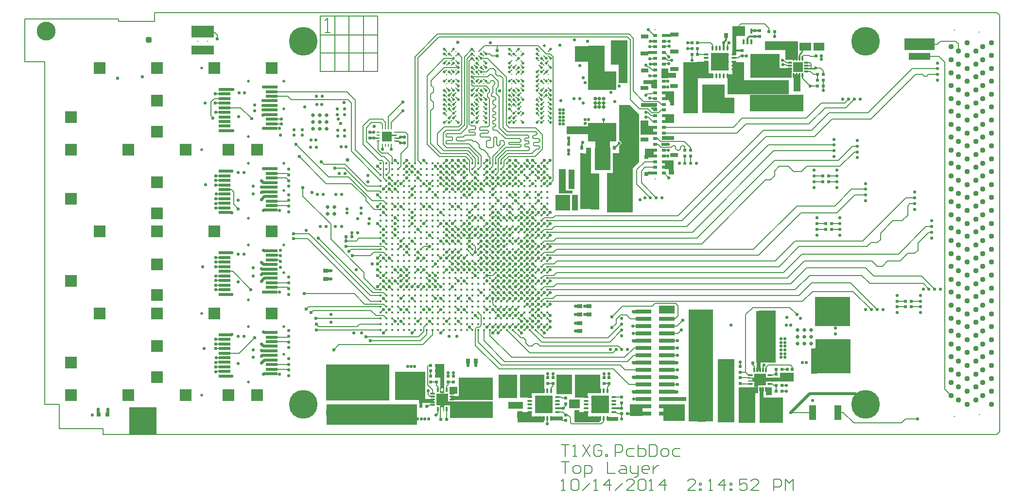
<source format=gtl>
%FSLAX44Y44*%
%MOMM*%
G71*
G01*
G75*
G04 Layer_Physical_Order=1*
G04 Layer_Color=255*
%ADD10O,0.9500X0.3500*%
%ADD11O,0.3500X0.9500*%
%ADD12R,3.1500X3.1500*%
%ADD13O,0.2800X0.8500*%
%ADD14O,0.8500X0.2800*%
%ADD15R,1.7000X1.7000*%
%ADD16R,0.4000X0.7500*%
%ADD17R,0.9000X0.2000*%
%ADD18R,2.0500X2.0500*%
%ADD19R,2.0500X2.0500*%
%ADD20R,0.2000X0.9000*%
%ADD21R,0.7500X0.4000*%
%ADD22R,0.5000X1.3000*%
%ADD23R,2.0000X0.5000*%
%ADD24R,0.3500X0.9000*%
%ADD25R,1.2000X2.6000*%
%ADD26R,0.6300X0.6500*%
%ADD27R,0.9200X4.0000*%
%ADD28R,2.6700X4.0000*%
%ADD29R,0.6000X0.6000*%
%ADD30R,0.2500X0.4000*%
%ADD31O,0.6500X0.2500*%
%ADD32O,0.2500X0.6500*%
%ADD33R,0.7000X0.5000*%
%ADD34R,0.6500X0.8000*%
%ADD35R,0.8000X0.8000*%
%ADD36R,2.8500X3.3000*%
%ADD37R,3.1750X4.9530*%
%ADD38R,1.2000X1.5000*%
%ADD39R,0.9500X0.5500*%
%ADD40R,2.7940X0.7366*%
%ADD41C,0.3300*%
%ADD42R,5.2000X1.4000*%
%ADD43R,2.6000X1.1000*%
%ADD44R,1.1000X1.7000*%
%ADD45R,1.1000X1.4000*%
%ADD46R,0.6000X0.5000*%
%ADD47C,0.4500*%
%ADD48R,2.5500X2.7000*%
%ADD49R,0.6000X0.6000*%
%ADD50R,0.5000X0.6000*%
%ADD51R,1.7000X1.1000*%
%ADD52R,0.9000X0.8000*%
%ADD53R,0.8000X0.9000*%
%ADD54R,1.1000X2.6000*%
%ADD55R,1.4000X5.2000*%
%ADD56R,2.7000X2.5500*%
%ADD57R,4.9530X3.1750*%
%ADD58R,3.1500X3.1500*%
%ADD59C,0.2540*%
%ADD60C,0.1270*%
%ADD61C,0.5040*%
%ADD62C,0.5588*%
%ADD63C,0.5080*%
%ADD64C,0.2032*%
%ADD65C,0.3048*%
%ADD66C,0.1651*%
%ADD67C,0.3810*%
%ADD68C,0.1524*%
%ADD69R,0.6000X0.5000*%
%ADD70R,2.5000X0.7000*%
%ADD71R,2.3000X5.0000*%
%ADD72R,11.1000X6.2500*%
%ADD73R,2.8000X0.9000*%
%ADD74R,2.2000X2.1000*%
%ADD75R,1.2000X3.0000*%
%ADD76R,2.2000X1.8000*%
%ADD77R,5.2500X2.0000*%
%ADD78R,2.6000X2.7000*%
%ADD79R,1.6000X3.4000*%
%ADD80R,3.0000X4.3000*%
%ADD81R,1.9500X0.7500*%
%ADD82R,4.4500X1.0500*%
%ADD83R,1.0500X4.5000*%
%ADD84R,6.2000X6.0500*%
%ADD85R,1.1000X3.5000*%
%ADD86R,1.0000X1.4000*%
%ADD87R,1.6000X0.7000*%
%ADD88R,2.6500X1.5500*%
%ADD89R,2.3000X2.0500*%
%ADD90R,6.2000X5.1000*%
%ADD91R,15.8500X3.5500*%
%ADD92R,1.4000X1.3000*%
%ADD93R,1.7500X0.8000*%
%ADD94R,6.0000X4.0000*%
%ADD95R,0.6000X0.6500*%
%ADD96R,7.5500X2.8500*%
%ADD97R,1.6000X2.4500*%
%ADD98R,0.7500X1.9500*%
%ADD99R,2.5500X1.3000*%
%ADD100R,1.8500X1.5000*%
%ADD101R,2.5000X1.0000*%
%ADD102R,4.6000X1.0000*%
%ADD103R,2.4000X0.9500*%
%ADD104R,2.5000X0.7250*%
%ADD105R,1.0000X0.5000*%
%ADD106R,1.4000X0.5000*%
%ADD107R,2.3000X1.5000*%
%ADD108R,0.8500X0.8000*%
%ADD109R,0.8500X0.8000*%
%ADD110R,1.2250X0.5000*%
%ADD111R,4.0000X1.5000*%
%ADD112R,4.0000X2.0000*%
%ADD113R,1.1750X1.6750*%
%ADD114R,3.7500X1.3000*%
%ADD115R,4.3000X3.2000*%
%ADD116R,3.3000X4.1000*%
%ADD117R,4.5000X3.2000*%
%ADD118R,2.3000X1.1000*%
%ADD119R,2.1000X1.0000*%
%ADD120R,2.8000X3.4000*%
%ADD121R,2.0000X0.8000*%
%ADD122R,1.3000X3.9000*%
%ADD123R,1.9000X0.6000*%
%ADD124R,1.0000X2.7000*%
%ADD125R,2.3500X0.7000*%
%ADD126R,2.3500X1.5000*%
%ADD127R,0.8000X2.0500*%
%ADD128R,0.8000X1.9000*%
%ADD129R,1.1000X1.4500*%
%ADD130R,3.7000X2.8500*%
%ADD131R,3.3500X9.0500*%
%ADD132R,4.3500X19.5500*%
%ADD133R,2.9000X11.0000*%
%ADD134R,4.1000X4.4000*%
%ADD135R,3.0000X4.4000*%
%ADD136R,3.0000X1.9500*%
%ADD137R,0.9000X1.1000*%
%ADD138R,0.6500X0.4500*%
%ADD139R,4.8000X1.4000*%
%ADD140R,1.9500X9.7500*%
%ADD141R,1.6000X6.3000*%
%ADD142R,5.2000X3.1000*%
%ADD143R,9.3000X3.0000*%
%ADD144R,5.8000X1.6000*%
%ADD145R,0.9000X1.4000*%
%ADD146R,2.1000X3.3000*%
%ADD147R,10.7000X1.1000*%
%ADD148R,1.0000X1.2000*%
%ADD149R,10.7000X1.6000*%
%ADD150R,2.6000X6.4000*%
%ADD151R,2.0000X3.0000*%
%ADD152R,0.9000X0.9000*%
%ADD153R,4.0000X4.9000*%
%ADD154R,0.8000X3.0000*%
%ADD155R,2.3000X1.7000*%
%ADD156R,3.0000X5.4000*%
%ADD157R,0.8000X0.7000*%
%ADD158R,0.8000X0.4000*%
%ADD159R,0.8000X0.7000*%
%ADD160R,0.7000X0.4000*%
%ADD161R,2.8000X0.7000*%
%ADD162R,1.0000X0.4000*%
%ADD163R,1.6500X0.8000*%
%ADD164R,1.1500X0.5000*%
%ADD165R,1.3500X0.8000*%
%ADD166R,1.1000X0.5000*%
%ADD167R,1.5500X1.5000*%
%ADD168R,1.6000X1.5000*%
%ADD169R,0.9500X1.0500*%
%ADD170R,0.9000X0.5000*%
%ADD171R,1.5000X0.9500*%
%ADD172C,0.1500*%
%ADD173C,0.5000*%
%ADD174R,2.0000X2.0000*%
%ADD175C,0.2000*%
%ADD176C,0.1270*%
%ADD177C,0.9500*%
%ADD178C,0.6000*%
%ADD179C,0.5080*%
%ADD180C,5.0000*%
%ADD181R,4.7000X4.7000*%
%ADD182C,3.3000*%
G04:AMPARAMS|DCode=183|XSize=1mm|YSize=1mm|CornerRadius=0.25mm|HoleSize=0mm|Usage=FLASHONLY|Rotation=0.000|XOffset=0mm|YOffset=0mm|HoleType=Round|Shape=RoundedRectangle|*
%AMROUNDEDRECTD183*
21,1,1.0000,0.5000,0,0,0.0*
21,1,0.5000,1.0000,0,0,0.0*
1,1,0.5000,0.2500,-0.2500*
1,1,0.5000,-0.2500,-0.2500*
1,1,0.5000,-0.2500,0.2500*
1,1,0.5000,0.2500,0.2500*
%
%ADD183ROUNDEDRECTD183*%
%ADD184C,0.6600*%
%ADD185C,0.5588*%
G36*
X1070000Y506000D02*
Y423000D01*
X1059000Y412000D01*
Y335000D01*
X1014000D01*
Y403000D01*
X1024000D01*
Y438000D01*
X1035000D01*
Y450946D01*
X1036666Y451278D01*
X1038079Y452221D01*
X1039022Y453634D01*
X1039354Y455300D01*
X1039022Y456966D01*
X1038079Y458378D01*
X1036666Y459322D01*
X1035000Y459654D01*
Y522000D01*
X1054000D01*
X1070000Y506000D01*
D02*
G37*
D10*
X977750Y13000D02*
D03*
Y6500D02*
D03*
Y0D02*
D03*
Y-6500D02*
D03*
Y-13000D02*
D03*
X1026250D02*
D03*
Y-6500D02*
D03*
Y0D02*
D03*
Y6500D02*
D03*
Y13000D02*
D03*
X879750D02*
D03*
Y6500D02*
D03*
Y0D02*
D03*
Y-6500D02*
D03*
Y-13000D02*
D03*
X928250D02*
D03*
Y-6500D02*
D03*
Y0D02*
D03*
Y6500D02*
D03*
Y13000D02*
D03*
X1186750Y584000D02*
D03*
Y590500D02*
D03*
Y597000D02*
D03*
Y603500D02*
D03*
Y610000D02*
D03*
X1235250D02*
D03*
Y603500D02*
D03*
Y597000D02*
D03*
Y590500D02*
D03*
Y584000D02*
D03*
D11*
X989000Y-24250D02*
D03*
X995500D02*
D03*
X1002000D02*
D03*
X1008500D02*
D03*
X1015000D02*
D03*
Y24250D02*
D03*
X1008500D02*
D03*
X1002000D02*
D03*
X995500D02*
D03*
X989000D02*
D03*
X891000Y-24250D02*
D03*
X897500D02*
D03*
X904000D02*
D03*
X910500D02*
D03*
X917000D02*
D03*
Y24250D02*
D03*
X910500D02*
D03*
X904000D02*
D03*
X897500D02*
D03*
X891000D02*
D03*
X1198000Y621250D02*
D03*
X1204500D02*
D03*
X1211000D02*
D03*
X1217500D02*
D03*
X1224000D02*
D03*
Y572750D02*
D03*
X1217500D02*
D03*
X1211000D02*
D03*
X1204500D02*
D03*
X1198000D02*
D03*
D12*
X1002000Y0D02*
D03*
X904000D02*
D03*
D13*
X1339500Y573250D02*
D03*
X1344500D02*
D03*
X1349500D02*
D03*
X1354500D02*
D03*
Y602750D02*
D03*
X1349500D02*
D03*
X1344500D02*
D03*
X1339500D02*
D03*
X1271000Y60500D02*
D03*
X1276000D02*
D03*
X1281000D02*
D03*
X1286000D02*
D03*
X1291000D02*
D03*
Y26500D02*
D03*
X1286000D02*
D03*
X1281000D02*
D03*
X1276000D02*
D03*
X1271000D02*
D03*
X734500Y-8000D02*
D03*
Y26000D02*
D03*
X719500D02*
D03*
Y-8000D02*
D03*
D14*
X1361750Y580500D02*
D03*
Y585500D02*
D03*
Y590500D02*
D03*
Y595500D02*
D03*
X1332250D02*
D03*
Y590500D02*
D03*
Y585500D02*
D03*
Y580500D02*
D03*
X1264000Y51000D02*
D03*
X1298000D02*
D03*
Y36000D02*
D03*
X1264000D02*
D03*
X744000Y-1000D02*
D03*
Y4000D02*
D03*
Y9000D02*
D03*
Y14000D02*
D03*
Y19000D02*
D03*
X710000D02*
D03*
Y14000D02*
D03*
Y9000D02*
D03*
Y4000D02*
D03*
Y-1000D02*
D03*
D15*
X1347000Y588000D02*
D03*
X631000Y467000D02*
D03*
D16*
X1293000Y43500D02*
D03*
X1269000D02*
D03*
D17*
X1297750Y46250D02*
D03*
Y40750D02*
D03*
X1264250D02*
D03*
Y46250D02*
D03*
D18*
X1281000Y43500D02*
D03*
D19*
X727000Y9000D02*
D03*
D20*
X724250Y-7750D02*
D03*
X729750D02*
D03*
Y25750D02*
D03*
X724250D02*
D03*
D21*
X727000Y-3000D02*
D03*
Y21000D02*
D03*
D22*
X1558000Y606500D02*
D03*
X1551500Y623500D02*
D03*
X1564500D02*
D03*
D23*
X348000Y264000D02*
D03*
Y256000D02*
D03*
Y248000D02*
D03*
Y240000D02*
D03*
Y232000D02*
D03*
Y224000D02*
D03*
Y216000D02*
D03*
Y208000D02*
D03*
Y200000D02*
D03*
Y192000D02*
D03*
X430000Y196000D02*
D03*
Y204000D02*
D03*
Y212000D02*
D03*
Y220000D02*
D03*
Y228000D02*
D03*
Y236000D02*
D03*
Y244000D02*
D03*
Y252000D02*
D03*
Y260000D02*
D03*
Y268000D02*
D03*
Y410500D02*
D03*
Y402500D02*
D03*
Y394500D02*
D03*
Y386500D02*
D03*
Y378500D02*
D03*
Y370500D02*
D03*
Y362500D02*
D03*
Y354500D02*
D03*
Y346500D02*
D03*
Y338500D02*
D03*
X348000Y334500D02*
D03*
Y342500D02*
D03*
Y350500D02*
D03*
Y358500D02*
D03*
Y366500D02*
D03*
Y374500D02*
D03*
Y382500D02*
D03*
Y390500D02*
D03*
Y398500D02*
D03*
Y406500D02*
D03*
Y549000D02*
D03*
Y541000D02*
D03*
Y533000D02*
D03*
Y525000D02*
D03*
Y517000D02*
D03*
Y509000D02*
D03*
Y501000D02*
D03*
Y493000D02*
D03*
Y485000D02*
D03*
Y477000D02*
D03*
X430000Y481000D02*
D03*
Y489000D02*
D03*
Y497000D02*
D03*
Y505000D02*
D03*
Y513000D02*
D03*
Y521000D02*
D03*
Y529000D02*
D03*
Y537000D02*
D03*
Y545000D02*
D03*
Y553000D02*
D03*
Y125500D02*
D03*
Y117500D02*
D03*
Y109500D02*
D03*
Y101500D02*
D03*
Y93500D02*
D03*
Y85500D02*
D03*
Y77500D02*
D03*
Y69500D02*
D03*
Y61500D02*
D03*
Y53500D02*
D03*
X348000Y49500D02*
D03*
Y57500D02*
D03*
Y65500D02*
D03*
Y73500D02*
D03*
Y81500D02*
D03*
Y89500D02*
D03*
Y97500D02*
D03*
Y105500D02*
D03*
Y113500D02*
D03*
Y121500D02*
D03*
D24*
X1252500Y650500D02*
D03*
X1265500D02*
D03*
Y631500D02*
D03*
X1259000D02*
D03*
X1252500D02*
D03*
D25*
X1372000Y-14000D02*
D03*
X1416000D02*
D03*
D26*
X970000Y447000D02*
D03*
Y434300D02*
D03*
Y421600D02*
D03*
Y408900D02*
D03*
X1026700D02*
D03*
Y421600D02*
D03*
Y434300D02*
D03*
Y447000D02*
D03*
D27*
X981650Y427950D02*
D03*
D28*
X1006200D02*
D03*
D29*
X951500Y370000D02*
D03*
X1309000Y33500D02*
D03*
X1319000D02*
D03*
X725000Y-26000D02*
D03*
X735000D02*
D03*
X1306000Y650000D02*
D03*
X1296000D02*
D03*
X1309000Y23500D02*
D03*
X1319000D02*
D03*
X1309000Y61500D02*
D03*
X1319000D02*
D03*
X1040000Y-16000D02*
D03*
X1050000D02*
D03*
X1381000Y555000D02*
D03*
X1391000D02*
D03*
X1172000Y610000D02*
D03*
X1162000D02*
D03*
X1172000Y620000D02*
D03*
X1162000D02*
D03*
X1391000Y565000D02*
D03*
X1381000D02*
D03*
X1381000Y575000D02*
D03*
X1391000D02*
D03*
X570000Y292000D02*
D03*
X560000D02*
D03*
D30*
X949000Y377000D02*
D03*
X954000D02*
D03*
Y363000D02*
D03*
X949000D02*
D03*
D31*
X646250Y474500D02*
D03*
Y469500D02*
D03*
Y464500D02*
D03*
Y459500D02*
D03*
X615750D02*
D03*
Y464500D02*
D03*
Y469500D02*
D03*
Y474500D02*
D03*
D32*
X638500Y451750D02*
D03*
X633500D02*
D03*
X628500D02*
D03*
X623500D02*
D03*
Y482250D02*
D03*
X628500D02*
D03*
X633500D02*
D03*
X638500D02*
D03*
D33*
X1113000Y403000D02*
D03*
X1098000D02*
D03*
X1113000Y413000D02*
D03*
X1098000D02*
D03*
X1113000Y423000D02*
D03*
X1098000D02*
D03*
X1113000Y433000D02*
D03*
X1098000D02*
D03*
X1113000Y443000D02*
D03*
X1098000D02*
D03*
X1113000Y453000D02*
D03*
X1098000D02*
D03*
X1113000Y463000D02*
D03*
X1098000D02*
D03*
X1113000Y473000D02*
D03*
X1098000D02*
D03*
X1113000Y483000D02*
D03*
X1098000D02*
D03*
X1113000Y493000D02*
D03*
X1098000D02*
D03*
X1113000Y503000D02*
D03*
X1098000D02*
D03*
X1113000Y513000D02*
D03*
X1098000D02*
D03*
X1113000Y523000D02*
D03*
X1098000D02*
D03*
X1113000Y533000D02*
D03*
X1098000D02*
D03*
X1113000Y543000D02*
D03*
X1098000D02*
D03*
X1113000Y553000D02*
D03*
X1098000D02*
D03*
X1113000Y563000D02*
D03*
X1098000D02*
D03*
X1113000Y573000D02*
D03*
X1098000D02*
D03*
X1113000Y583000D02*
D03*
X1098000D02*
D03*
X1113000Y593000D02*
D03*
X1098000D02*
D03*
X1113000Y603000D02*
D03*
X1098000D02*
D03*
X1113000Y613000D02*
D03*
X1098000D02*
D03*
X1113000Y623000D02*
D03*
X1098000D02*
D03*
X1113000Y633000D02*
D03*
X1098000D02*
D03*
X1113000Y643000D02*
D03*
X1098000D02*
D03*
D34*
X1083245Y461500D02*
D03*
Y491500D02*
D03*
Y521500D02*
D03*
Y551500D02*
D03*
Y581500D02*
D03*
Y611500D02*
D03*
Y641500D02*
D03*
Y431500D02*
D03*
Y401500D02*
D03*
X1127750Y464500D02*
D03*
Y494500D02*
D03*
Y524500D02*
D03*
Y554500D02*
D03*
Y584500D02*
D03*
Y614500D02*
D03*
Y644500D02*
D03*
Y434500D02*
D03*
Y404500D02*
D03*
D35*
X128800Y-17800D02*
D03*
X143800D02*
D03*
D36*
X1184500Y147500D02*
D03*
X1294000D02*
D03*
D37*
X570830Y32000D02*
D03*
X661000D02*
D03*
D38*
X1345000Y553000D02*
D03*
Y526000D02*
D03*
D39*
X319050Y616750D02*
D03*
Y648250D02*
D03*
X300550Y616750D02*
D03*
Y648250D02*
D03*
D40*
X1077360Y72900D02*
D03*
Y149100D02*
D03*
X1118000D02*
D03*
X1077360Y136400D02*
D03*
X1118000D02*
D03*
X1077360Y123700D02*
D03*
X1118000D02*
D03*
X1077360Y111000D02*
D03*
X1118000D02*
D03*
X1077360Y98300D02*
D03*
X1118000D02*
D03*
X1077360Y85600D02*
D03*
X1118000D02*
D03*
Y72900D02*
D03*
X1077360Y-16000D02*
D03*
Y60200D02*
D03*
X1118000D02*
D03*
X1077360Y47500D02*
D03*
X1118000D02*
D03*
X1077360Y34800D02*
D03*
X1118000D02*
D03*
X1077360Y22100D02*
D03*
X1118000D02*
D03*
X1077360Y9400D02*
D03*
X1118000D02*
D03*
X1077360Y-3300D02*
D03*
X1118000D02*
D03*
Y-16000D02*
D03*
Y161800D02*
D03*
X1077360D02*
D03*
D41*
X848000Y615000D02*
D03*
X856000D02*
D03*
X864000D02*
D03*
X896000D02*
D03*
X904000D02*
D03*
X912000D02*
D03*
X848000Y607000D02*
D03*
X856000D02*
D03*
X864000D02*
D03*
X896000D02*
D03*
X904000D02*
D03*
X912000D02*
D03*
X848000Y599000D02*
D03*
X856000D02*
D03*
X864000D02*
D03*
X896000D02*
D03*
X904000D02*
D03*
X912000D02*
D03*
X848000Y591000D02*
D03*
X856000D02*
D03*
X864000D02*
D03*
X896000D02*
D03*
X904000D02*
D03*
X912000D02*
D03*
X848000Y583000D02*
D03*
X856000D02*
D03*
X864000D02*
D03*
X896000D02*
D03*
X904000D02*
D03*
X912000D02*
D03*
X848000Y575000D02*
D03*
X856000D02*
D03*
X864000D02*
D03*
X896000D02*
D03*
X904000D02*
D03*
X912000D02*
D03*
X848000Y567000D02*
D03*
X856000D02*
D03*
X864000D02*
D03*
X896000D02*
D03*
X904000D02*
D03*
X912000D02*
D03*
X848000Y559000D02*
D03*
X856000D02*
D03*
X864000D02*
D03*
X896000D02*
D03*
X904000D02*
D03*
X912000D02*
D03*
X848000Y551000D02*
D03*
X856000D02*
D03*
X864000D02*
D03*
X896000D02*
D03*
X904000D02*
D03*
X912000D02*
D03*
X848000Y543000D02*
D03*
X856000D02*
D03*
X864000D02*
D03*
X896000D02*
D03*
X904000D02*
D03*
X912000D02*
D03*
X848000Y535000D02*
D03*
X856000D02*
D03*
X864000D02*
D03*
X896000D02*
D03*
X904000D02*
D03*
X912000D02*
D03*
X848000Y527000D02*
D03*
X856000D02*
D03*
X864000D02*
D03*
X896000D02*
D03*
X904000D02*
D03*
X912000D02*
D03*
X848000Y519000D02*
D03*
X856000D02*
D03*
X864000D02*
D03*
X896000D02*
D03*
X904000D02*
D03*
X912000D02*
D03*
X848000Y511000D02*
D03*
X856000D02*
D03*
X864000D02*
D03*
X896000D02*
D03*
X904000D02*
D03*
X912000D02*
D03*
X848000Y503000D02*
D03*
X856000D02*
D03*
X864000D02*
D03*
X896000D02*
D03*
X904000D02*
D03*
X912000D02*
D03*
X848000Y495000D02*
D03*
X856000D02*
D03*
X864000D02*
D03*
X896000D02*
D03*
X904000D02*
D03*
X912000D02*
D03*
X799000Y495000D02*
D03*
X791000D02*
D03*
X783000D02*
D03*
X751000D02*
D03*
X743000D02*
D03*
X735000D02*
D03*
X799000Y503000D02*
D03*
X791000D02*
D03*
X783000D02*
D03*
X751000D02*
D03*
X743000D02*
D03*
X735000D02*
D03*
X799000Y511000D02*
D03*
X791000D02*
D03*
X783000D02*
D03*
X751000D02*
D03*
X743000D02*
D03*
X735000D02*
D03*
X799000Y519000D02*
D03*
X791000D02*
D03*
X783000D02*
D03*
X751000D02*
D03*
X743000D02*
D03*
X735000D02*
D03*
X799000Y527000D02*
D03*
X791000D02*
D03*
X783000D02*
D03*
X751000D02*
D03*
X743000D02*
D03*
X735000D02*
D03*
X799000Y535000D02*
D03*
X791000D02*
D03*
X783000D02*
D03*
X751000D02*
D03*
X743000D02*
D03*
X735000D02*
D03*
X799000Y543000D02*
D03*
X791000D02*
D03*
X783000D02*
D03*
X751000D02*
D03*
X743000D02*
D03*
X735000D02*
D03*
X799000Y551000D02*
D03*
X791000D02*
D03*
X783000D02*
D03*
X751000D02*
D03*
X743000D02*
D03*
X735000D02*
D03*
X799000Y559000D02*
D03*
X791000D02*
D03*
X783000D02*
D03*
X751000D02*
D03*
X743000D02*
D03*
X735000D02*
D03*
X799000Y567000D02*
D03*
X791000D02*
D03*
X783000D02*
D03*
X751000D02*
D03*
X743000D02*
D03*
X735000D02*
D03*
X799000Y575000D02*
D03*
X791000D02*
D03*
X783000D02*
D03*
X751000D02*
D03*
X743000D02*
D03*
X735000D02*
D03*
X799000Y583000D02*
D03*
X791000D02*
D03*
X783000D02*
D03*
X751000D02*
D03*
X743000D02*
D03*
X735000D02*
D03*
X799000Y591000D02*
D03*
X791000D02*
D03*
X783000D02*
D03*
X751000D02*
D03*
X743000D02*
D03*
X735000D02*
D03*
X799000Y599000D02*
D03*
X791000D02*
D03*
X783000D02*
D03*
X751000D02*
D03*
X743000D02*
D03*
X735000D02*
D03*
X799000Y607000D02*
D03*
X791000D02*
D03*
X783000D02*
D03*
X751000D02*
D03*
X743000D02*
D03*
X735000D02*
D03*
X799000Y615000D02*
D03*
X791000D02*
D03*
X783000D02*
D03*
X751000D02*
D03*
X743000D02*
D03*
X735000D02*
D03*
D42*
X1289000Y526000D02*
D03*
Y576000D02*
D03*
D43*
X1302000Y627500D02*
D03*
Y600500D02*
D03*
X770000Y-6500D02*
D03*
Y20500D02*
D03*
X800000Y-6500D02*
D03*
Y20500D02*
D03*
D44*
X852500Y42000D02*
D03*
X879500D02*
D03*
X948500D02*
D03*
X975500D02*
D03*
D45*
X1379500Y623000D02*
D03*
X1364500D02*
D03*
D46*
X1378000Y607000D02*
D03*
X1388000D02*
D03*
X1390000Y398000D02*
D03*
X1400000D02*
D03*
X1390000Y388000D02*
D03*
X1400000D02*
D03*
X1395000Y315000D02*
D03*
X1405000D02*
D03*
X1395000Y305000D02*
D03*
X1405000D02*
D03*
X1534000Y170000D02*
D03*
X1544000D02*
D03*
X1534000Y180000D02*
D03*
X1544000D02*
D03*
X690000Y-3000D02*
D03*
X700000D02*
D03*
X1278000Y72500D02*
D03*
X1268000D02*
D03*
X717000Y68000D02*
D03*
X707000D02*
D03*
X1319000Y52500D02*
D03*
X1309000D02*
D03*
X717000Y59000D02*
D03*
X707000D02*
D03*
X1162000Y630000D02*
D03*
X1172000D02*
D03*
D47*
X620000Y420000D02*
D03*
X630000D02*
D03*
X640000D02*
D03*
X650000D02*
D03*
X660000D02*
D03*
X670000D02*
D03*
X680000D02*
D03*
X690000D02*
D03*
X700000D02*
D03*
X710000D02*
D03*
X720000D02*
D03*
X730000D02*
D03*
X740000D02*
D03*
X750000D02*
D03*
X760000D02*
D03*
X770000D02*
D03*
X780000D02*
D03*
X790000D02*
D03*
X800000D02*
D03*
X810000D02*
D03*
X820000D02*
D03*
X830000D02*
D03*
X840000D02*
D03*
X850000D02*
D03*
X860000D02*
D03*
X870000D02*
D03*
X880000D02*
D03*
X890000D02*
D03*
X900000D02*
D03*
X910000D02*
D03*
X620000Y410000D02*
D03*
X630000D02*
D03*
X640000D02*
D03*
X650000D02*
D03*
X660000D02*
D03*
X670000D02*
D03*
X680000D02*
D03*
X690000D02*
D03*
X700000D02*
D03*
X710000D02*
D03*
X720000D02*
D03*
X730000D02*
D03*
X740000D02*
D03*
X750000D02*
D03*
X760000D02*
D03*
X770000D02*
D03*
X780000D02*
D03*
X790000D02*
D03*
X800000D02*
D03*
X810000D02*
D03*
X820000D02*
D03*
X830000D02*
D03*
X840000D02*
D03*
X850000D02*
D03*
X860000D02*
D03*
X870000D02*
D03*
X880000D02*
D03*
X890000D02*
D03*
X900000D02*
D03*
X910000D02*
D03*
X620000Y400000D02*
D03*
X630000D02*
D03*
X640000D02*
D03*
X650000D02*
D03*
X660000D02*
D03*
X670000D02*
D03*
X680000D02*
D03*
X690000D02*
D03*
X700000D02*
D03*
X710000D02*
D03*
X720000D02*
D03*
X730000D02*
D03*
X740000D02*
D03*
X750000D02*
D03*
X760000D02*
D03*
X770000D02*
D03*
X780000D02*
D03*
X790000D02*
D03*
X800000D02*
D03*
X810000D02*
D03*
X820000D02*
D03*
X830000D02*
D03*
X840000D02*
D03*
X850000D02*
D03*
X860000D02*
D03*
X870000D02*
D03*
X880000D02*
D03*
X890000D02*
D03*
X900000D02*
D03*
X910000D02*
D03*
X620000Y390000D02*
D03*
X630000D02*
D03*
X640000D02*
D03*
X650000D02*
D03*
X660000D02*
D03*
X670000D02*
D03*
X680000D02*
D03*
X690000D02*
D03*
X700000D02*
D03*
X710000D02*
D03*
X720000D02*
D03*
X730000D02*
D03*
X740000D02*
D03*
X750000D02*
D03*
X760000D02*
D03*
X770000D02*
D03*
X780000D02*
D03*
X790000D02*
D03*
X800000D02*
D03*
X810000D02*
D03*
X820000D02*
D03*
X830000D02*
D03*
X840000D02*
D03*
X850000D02*
D03*
X860000D02*
D03*
X870000D02*
D03*
X880000D02*
D03*
X890000D02*
D03*
X900000D02*
D03*
X910000D02*
D03*
X620000Y380000D02*
D03*
X630000D02*
D03*
X640000D02*
D03*
X650000D02*
D03*
X660000D02*
D03*
X670000D02*
D03*
X680000D02*
D03*
X690000D02*
D03*
X700000D02*
D03*
X710000D02*
D03*
X720000D02*
D03*
X730000D02*
D03*
X740000D02*
D03*
X750000D02*
D03*
X760000D02*
D03*
X770000D02*
D03*
X780000D02*
D03*
X790000D02*
D03*
X800000D02*
D03*
X810000D02*
D03*
X820000D02*
D03*
X830000D02*
D03*
X840000D02*
D03*
X850000D02*
D03*
X860000D02*
D03*
X870000D02*
D03*
X880000D02*
D03*
X890000D02*
D03*
X900000D02*
D03*
X910000D02*
D03*
X620000Y370000D02*
D03*
X630000D02*
D03*
X640000D02*
D03*
X650000D02*
D03*
X660000D02*
D03*
X670000D02*
D03*
X680000D02*
D03*
X690000D02*
D03*
X700000D02*
D03*
X710000D02*
D03*
X720000D02*
D03*
X730000D02*
D03*
X740000D02*
D03*
X750000D02*
D03*
X760000D02*
D03*
X770000D02*
D03*
X780000D02*
D03*
X790000D02*
D03*
X800000D02*
D03*
X810000D02*
D03*
X820000D02*
D03*
X830000D02*
D03*
X840000D02*
D03*
X850000D02*
D03*
X860000D02*
D03*
X870000D02*
D03*
X880000D02*
D03*
X890000D02*
D03*
X900000D02*
D03*
X910000D02*
D03*
X620000Y360000D02*
D03*
X630000D02*
D03*
X640000D02*
D03*
X650000D02*
D03*
X660000D02*
D03*
X670000D02*
D03*
X680000D02*
D03*
X690000D02*
D03*
X700000D02*
D03*
X710000D02*
D03*
X720000D02*
D03*
X730000D02*
D03*
X740000D02*
D03*
X750000D02*
D03*
X760000D02*
D03*
X770000D02*
D03*
X780000D02*
D03*
X790000D02*
D03*
X800000D02*
D03*
X810000D02*
D03*
X820000D02*
D03*
X830000D02*
D03*
X840000D02*
D03*
X850000D02*
D03*
X860000D02*
D03*
X870000D02*
D03*
X880000D02*
D03*
X890000D02*
D03*
X900000D02*
D03*
X910000D02*
D03*
X620000Y350000D02*
D03*
X630000D02*
D03*
X640000D02*
D03*
X650000D02*
D03*
X660000D02*
D03*
X670000D02*
D03*
X680000D02*
D03*
X690000D02*
D03*
X700000D02*
D03*
X710000D02*
D03*
X720000D02*
D03*
X730000D02*
D03*
X740000D02*
D03*
X750000D02*
D03*
X760000D02*
D03*
X770000D02*
D03*
X780000D02*
D03*
X790000D02*
D03*
X800000D02*
D03*
X810000D02*
D03*
X820000D02*
D03*
X830000D02*
D03*
X840000D02*
D03*
X850000D02*
D03*
X860000D02*
D03*
X870000D02*
D03*
X880000D02*
D03*
X890000D02*
D03*
X900000D02*
D03*
X910000D02*
D03*
X620000Y340000D02*
D03*
X630000D02*
D03*
X640000D02*
D03*
X650000D02*
D03*
X660000D02*
D03*
X670000D02*
D03*
X680000D02*
D03*
X690000D02*
D03*
X700000D02*
D03*
X710000D02*
D03*
X720000D02*
D03*
X730000D02*
D03*
X740000D02*
D03*
X750000D02*
D03*
X760000D02*
D03*
X770000D02*
D03*
X780000D02*
D03*
X790000D02*
D03*
X800000D02*
D03*
X810000D02*
D03*
X820000D02*
D03*
X830000D02*
D03*
X840000D02*
D03*
X850000D02*
D03*
X860000D02*
D03*
X870000D02*
D03*
X880000D02*
D03*
X890000D02*
D03*
X900000D02*
D03*
X910000D02*
D03*
X620000Y330000D02*
D03*
X630000D02*
D03*
X640000D02*
D03*
X650000D02*
D03*
X660000D02*
D03*
X670000D02*
D03*
X680000D02*
D03*
X690000D02*
D03*
X700000D02*
D03*
X710000D02*
D03*
X720000D02*
D03*
X730000D02*
D03*
X740000D02*
D03*
X750000D02*
D03*
X760000D02*
D03*
X770000D02*
D03*
X780000D02*
D03*
X790000D02*
D03*
X800000D02*
D03*
X810000D02*
D03*
X820000D02*
D03*
X830000D02*
D03*
X840000D02*
D03*
X850000D02*
D03*
X860000D02*
D03*
X870000D02*
D03*
X880000D02*
D03*
X890000D02*
D03*
X900000D02*
D03*
X910000D02*
D03*
X620000Y320000D02*
D03*
X630000D02*
D03*
X640000D02*
D03*
X650000D02*
D03*
X660000D02*
D03*
X670000D02*
D03*
X680000D02*
D03*
X690000D02*
D03*
X700000D02*
D03*
X710000D02*
D03*
X720000D02*
D03*
X730000D02*
D03*
X740000D02*
D03*
X750000D02*
D03*
X760000D02*
D03*
X770000D02*
D03*
X780000D02*
D03*
X790000D02*
D03*
X800000D02*
D03*
X810000D02*
D03*
X820000D02*
D03*
X830000D02*
D03*
X840000D02*
D03*
X850000D02*
D03*
X860000D02*
D03*
X870000D02*
D03*
X880000D02*
D03*
X890000D02*
D03*
X900000D02*
D03*
X910000D02*
D03*
X620000Y310000D02*
D03*
X630000D02*
D03*
X640000D02*
D03*
X650000D02*
D03*
X660000D02*
D03*
X670000D02*
D03*
X680000D02*
D03*
X690000D02*
D03*
X700000D02*
D03*
X710000D02*
D03*
X720000D02*
D03*
X730000D02*
D03*
X740000D02*
D03*
X750000D02*
D03*
X760000D02*
D03*
X770000D02*
D03*
X780000D02*
D03*
X790000D02*
D03*
X800000D02*
D03*
X810000D02*
D03*
X820000D02*
D03*
X830000D02*
D03*
X840000D02*
D03*
X850000D02*
D03*
X860000D02*
D03*
X870000D02*
D03*
X880000D02*
D03*
X890000D02*
D03*
X900000D02*
D03*
X910000D02*
D03*
X620000Y300000D02*
D03*
X630000D02*
D03*
X640000D02*
D03*
X650000D02*
D03*
X660000D02*
D03*
X670000D02*
D03*
X680000D02*
D03*
X690000D02*
D03*
X700000D02*
D03*
X710000D02*
D03*
X720000D02*
D03*
X730000D02*
D03*
X740000D02*
D03*
X750000D02*
D03*
X760000D02*
D03*
X770000D02*
D03*
X780000D02*
D03*
X790000D02*
D03*
X800000D02*
D03*
X810000D02*
D03*
X820000D02*
D03*
X830000D02*
D03*
X840000D02*
D03*
X850000D02*
D03*
X860000D02*
D03*
X870000D02*
D03*
X880000D02*
D03*
X890000D02*
D03*
X900000D02*
D03*
X910000D02*
D03*
X620000Y290000D02*
D03*
X630000D02*
D03*
X640000D02*
D03*
X650000D02*
D03*
X660000D02*
D03*
X670000D02*
D03*
X680000D02*
D03*
X690000D02*
D03*
X700000D02*
D03*
X710000D02*
D03*
X720000D02*
D03*
X730000D02*
D03*
X740000D02*
D03*
X750000D02*
D03*
X760000D02*
D03*
X770000D02*
D03*
X780000D02*
D03*
X790000D02*
D03*
X800000D02*
D03*
X810000D02*
D03*
X820000D02*
D03*
X830000D02*
D03*
X840000D02*
D03*
X850000D02*
D03*
X860000D02*
D03*
X870000D02*
D03*
X880000D02*
D03*
X890000D02*
D03*
X900000D02*
D03*
X910000D02*
D03*
X620000Y280000D02*
D03*
X630000D02*
D03*
X640000D02*
D03*
X650000D02*
D03*
X660000D02*
D03*
X670000D02*
D03*
X680000D02*
D03*
X690000D02*
D03*
X700000D02*
D03*
X710000D02*
D03*
X720000D02*
D03*
X730000D02*
D03*
X740000D02*
D03*
X750000D02*
D03*
X760000D02*
D03*
X770000D02*
D03*
X780000D02*
D03*
X790000D02*
D03*
X800000D02*
D03*
X810000D02*
D03*
X820000D02*
D03*
X830000D02*
D03*
X840000D02*
D03*
X850000D02*
D03*
X860000D02*
D03*
X870000D02*
D03*
X880000D02*
D03*
X890000D02*
D03*
X900000D02*
D03*
X910000D02*
D03*
X620000Y270000D02*
D03*
X630000D02*
D03*
X640000D02*
D03*
X650000D02*
D03*
X660000D02*
D03*
X670000D02*
D03*
X680000D02*
D03*
X690000D02*
D03*
X700000D02*
D03*
X710000D02*
D03*
X720000D02*
D03*
X730000D02*
D03*
X740000D02*
D03*
X750000D02*
D03*
X760000D02*
D03*
X770000D02*
D03*
X780000D02*
D03*
X790000D02*
D03*
X800000D02*
D03*
X810000D02*
D03*
X820000D02*
D03*
X830000D02*
D03*
X840000D02*
D03*
X850000D02*
D03*
X860000D02*
D03*
X870000D02*
D03*
X880000D02*
D03*
X890000D02*
D03*
X900000D02*
D03*
X910000D02*
D03*
X620000Y260000D02*
D03*
X630000D02*
D03*
X640000D02*
D03*
X650000D02*
D03*
X660000D02*
D03*
X670000D02*
D03*
X680000D02*
D03*
X690000D02*
D03*
X700000D02*
D03*
X710000D02*
D03*
X720000D02*
D03*
X730000D02*
D03*
X740000D02*
D03*
X750000D02*
D03*
X760000D02*
D03*
X770000D02*
D03*
X780000D02*
D03*
X790000D02*
D03*
X800000D02*
D03*
X810000D02*
D03*
X820000D02*
D03*
X830000D02*
D03*
X840000D02*
D03*
X850000D02*
D03*
X860000D02*
D03*
X870000D02*
D03*
X880000D02*
D03*
X890000D02*
D03*
X900000D02*
D03*
X910000D02*
D03*
X620000Y250000D02*
D03*
X630000D02*
D03*
X640000D02*
D03*
X650000D02*
D03*
X660000D02*
D03*
X670000D02*
D03*
X680000D02*
D03*
X690000D02*
D03*
X700000D02*
D03*
X710000D02*
D03*
X720000D02*
D03*
X730000D02*
D03*
X740000D02*
D03*
X750000D02*
D03*
X760000D02*
D03*
X770000D02*
D03*
X780000D02*
D03*
X790000D02*
D03*
X800000D02*
D03*
X810000D02*
D03*
X820000D02*
D03*
X830000D02*
D03*
X840000D02*
D03*
X850000D02*
D03*
X860000D02*
D03*
X870000D02*
D03*
X880000D02*
D03*
X890000D02*
D03*
X900000D02*
D03*
X910000D02*
D03*
X620000Y240000D02*
D03*
X630000D02*
D03*
X640000D02*
D03*
X650000D02*
D03*
X660000D02*
D03*
X670000D02*
D03*
X680000D02*
D03*
X690000D02*
D03*
X700000D02*
D03*
X710000D02*
D03*
X720000D02*
D03*
X730000D02*
D03*
X740000D02*
D03*
X750000D02*
D03*
X760000D02*
D03*
X770000D02*
D03*
X780000D02*
D03*
X790000D02*
D03*
X800000D02*
D03*
X810000D02*
D03*
X820000D02*
D03*
X830000D02*
D03*
X840000D02*
D03*
X850000D02*
D03*
X860000D02*
D03*
X870000D02*
D03*
X880000D02*
D03*
X890000D02*
D03*
X900000D02*
D03*
X910000D02*
D03*
X620000Y230000D02*
D03*
X630000D02*
D03*
X640000D02*
D03*
X650000D02*
D03*
X660000D02*
D03*
X670000D02*
D03*
X680000D02*
D03*
X690000D02*
D03*
X700000D02*
D03*
X710000D02*
D03*
X720000D02*
D03*
X730000D02*
D03*
X740000D02*
D03*
X750000D02*
D03*
X760000D02*
D03*
X770000D02*
D03*
X780000D02*
D03*
X790000D02*
D03*
X800000D02*
D03*
X810000D02*
D03*
X820000D02*
D03*
X830000D02*
D03*
X840000D02*
D03*
X850000D02*
D03*
X860000D02*
D03*
X870000D02*
D03*
X880000D02*
D03*
X890000D02*
D03*
X900000D02*
D03*
X910000D02*
D03*
X620000Y220000D02*
D03*
X630000D02*
D03*
X640000D02*
D03*
X650000D02*
D03*
X660000D02*
D03*
X670000D02*
D03*
X680000D02*
D03*
X690000D02*
D03*
X700000D02*
D03*
X710000D02*
D03*
X720000D02*
D03*
X730000D02*
D03*
X740000D02*
D03*
X750000D02*
D03*
X760000D02*
D03*
X770000D02*
D03*
X780000D02*
D03*
X790000D02*
D03*
X800000D02*
D03*
X810000D02*
D03*
X820000D02*
D03*
X830000D02*
D03*
X840000D02*
D03*
X850000D02*
D03*
X860000D02*
D03*
X870000D02*
D03*
X880000D02*
D03*
X890000D02*
D03*
X900000D02*
D03*
X910000D02*
D03*
X620000Y210000D02*
D03*
X630000D02*
D03*
X640000D02*
D03*
X650000D02*
D03*
X660000D02*
D03*
X670000D02*
D03*
X680000D02*
D03*
X690000D02*
D03*
X700000D02*
D03*
X710000D02*
D03*
X720000D02*
D03*
X730000D02*
D03*
X740000D02*
D03*
X750000D02*
D03*
X760000D02*
D03*
X770000D02*
D03*
X780000D02*
D03*
X790000D02*
D03*
X800000D02*
D03*
X810000D02*
D03*
X820000D02*
D03*
X830000D02*
D03*
X840000D02*
D03*
X850000D02*
D03*
X860000D02*
D03*
X870000D02*
D03*
X880000D02*
D03*
X890000D02*
D03*
X900000D02*
D03*
X910000D02*
D03*
X620000Y200000D02*
D03*
X630000D02*
D03*
X640000D02*
D03*
X650000D02*
D03*
X660000D02*
D03*
X670000D02*
D03*
X680000D02*
D03*
X690000D02*
D03*
X700000D02*
D03*
X710000D02*
D03*
X720000D02*
D03*
X730000D02*
D03*
X740000D02*
D03*
X750000D02*
D03*
X760000D02*
D03*
X770000D02*
D03*
X780000D02*
D03*
X790000D02*
D03*
X800000D02*
D03*
X810000D02*
D03*
X820000D02*
D03*
X830000D02*
D03*
X840000D02*
D03*
X850000D02*
D03*
X860000D02*
D03*
X870000D02*
D03*
X880000D02*
D03*
X890000D02*
D03*
X900000D02*
D03*
X910000D02*
D03*
X620000Y190000D02*
D03*
X630000D02*
D03*
X640000D02*
D03*
X650000D02*
D03*
X660000D02*
D03*
X670000D02*
D03*
X680000D02*
D03*
X690000D02*
D03*
X700000D02*
D03*
X710000D02*
D03*
X720000D02*
D03*
X730000D02*
D03*
X740000D02*
D03*
X750000D02*
D03*
X760000D02*
D03*
X770000D02*
D03*
X780000D02*
D03*
X790000D02*
D03*
X800000D02*
D03*
X810000D02*
D03*
X820000D02*
D03*
X830000D02*
D03*
X840000D02*
D03*
X850000D02*
D03*
X860000D02*
D03*
X870000D02*
D03*
X880000D02*
D03*
X890000D02*
D03*
X900000D02*
D03*
X910000D02*
D03*
X620000Y180000D02*
D03*
X630000D02*
D03*
X640000D02*
D03*
X650000D02*
D03*
X660000D02*
D03*
X670000D02*
D03*
X680000D02*
D03*
X690000D02*
D03*
X700000D02*
D03*
X710000D02*
D03*
X720000D02*
D03*
X730000D02*
D03*
X740000D02*
D03*
X750000D02*
D03*
X760000D02*
D03*
X770000D02*
D03*
X780000D02*
D03*
X790000D02*
D03*
X800000D02*
D03*
X810000D02*
D03*
X820000D02*
D03*
X830000D02*
D03*
X840000D02*
D03*
X850000D02*
D03*
X860000D02*
D03*
X870000D02*
D03*
X880000D02*
D03*
X890000D02*
D03*
X900000D02*
D03*
X910000D02*
D03*
X620000Y170000D02*
D03*
X630000D02*
D03*
X640000D02*
D03*
X650000D02*
D03*
X660000D02*
D03*
X670000D02*
D03*
X680000D02*
D03*
X690000D02*
D03*
X700000D02*
D03*
X710000D02*
D03*
X720000D02*
D03*
X730000D02*
D03*
X740000D02*
D03*
X750000D02*
D03*
X760000D02*
D03*
X770000D02*
D03*
X780000D02*
D03*
X790000D02*
D03*
X800000D02*
D03*
X810000D02*
D03*
X820000D02*
D03*
X830000D02*
D03*
X840000D02*
D03*
X850000D02*
D03*
X860000D02*
D03*
X870000D02*
D03*
X880000D02*
D03*
X890000D02*
D03*
X900000D02*
D03*
X910000D02*
D03*
X620000Y160000D02*
D03*
X630000D02*
D03*
X640000D02*
D03*
X650000D02*
D03*
X660000D02*
D03*
X670000D02*
D03*
X680000D02*
D03*
X690000D02*
D03*
X700000D02*
D03*
X710000D02*
D03*
X720000D02*
D03*
X730000D02*
D03*
X740000D02*
D03*
X750000D02*
D03*
X760000D02*
D03*
X770000D02*
D03*
X780000D02*
D03*
X790000D02*
D03*
X800000D02*
D03*
X810000D02*
D03*
X820000D02*
D03*
X830000D02*
D03*
X840000D02*
D03*
X850000D02*
D03*
X860000D02*
D03*
X870000D02*
D03*
X880000D02*
D03*
X890000D02*
D03*
X900000D02*
D03*
X910000D02*
D03*
X620000Y150000D02*
D03*
X630000D02*
D03*
X640000D02*
D03*
X650000D02*
D03*
X660000D02*
D03*
X670000D02*
D03*
X680000D02*
D03*
X690000D02*
D03*
X700000D02*
D03*
X710000D02*
D03*
X720000D02*
D03*
X730000D02*
D03*
X740000D02*
D03*
X750000D02*
D03*
X760000D02*
D03*
X770000D02*
D03*
X780000D02*
D03*
X790000D02*
D03*
X800000D02*
D03*
X810000D02*
D03*
X820000D02*
D03*
X830000D02*
D03*
X840000D02*
D03*
X850000D02*
D03*
X860000D02*
D03*
X870000D02*
D03*
X880000D02*
D03*
X890000D02*
D03*
X900000D02*
D03*
X910000D02*
D03*
X620000Y140000D02*
D03*
X630000D02*
D03*
X640000D02*
D03*
X650000D02*
D03*
X660000D02*
D03*
X670000D02*
D03*
X680000D02*
D03*
X690000D02*
D03*
X700000D02*
D03*
X710000D02*
D03*
X720000D02*
D03*
X730000D02*
D03*
X740000D02*
D03*
X750000D02*
D03*
X760000D02*
D03*
X770000D02*
D03*
X780000D02*
D03*
X790000D02*
D03*
X800000D02*
D03*
X810000D02*
D03*
X820000D02*
D03*
X830000D02*
D03*
X840000D02*
D03*
X850000D02*
D03*
X860000D02*
D03*
X870000D02*
D03*
X880000D02*
D03*
X890000D02*
D03*
X900000D02*
D03*
X910000D02*
D03*
X620000Y130000D02*
D03*
X630000D02*
D03*
X640000D02*
D03*
X650000D02*
D03*
X660000D02*
D03*
X670000D02*
D03*
X680000D02*
D03*
X690000D02*
D03*
X700000D02*
D03*
X710000D02*
D03*
X720000D02*
D03*
X730000D02*
D03*
X740000D02*
D03*
X750000D02*
D03*
X760000D02*
D03*
X770000D02*
D03*
X780000D02*
D03*
X790000D02*
D03*
X800000D02*
D03*
X810000D02*
D03*
X820000D02*
D03*
X830000D02*
D03*
X840000D02*
D03*
X850000D02*
D03*
X860000D02*
D03*
X870000D02*
D03*
X880000D02*
D03*
X890000D02*
D03*
X900000D02*
D03*
X910000D02*
D03*
D48*
X971000Y611000D02*
D03*
X1034500D02*
D03*
X1160000Y521000D02*
D03*
X1223500D02*
D03*
D49*
X947000Y474000D02*
D03*
Y464000D02*
D03*
X942000Y-28000D02*
D03*
Y-18000D02*
D03*
X823000Y617000D02*
D03*
Y607000D02*
D03*
X1246000Y46500D02*
D03*
Y36500D02*
D03*
Y56500D02*
D03*
Y66500D02*
D03*
X737000Y49000D02*
D03*
Y39000D02*
D03*
X747000Y49000D02*
D03*
Y39000D02*
D03*
X707000Y39000D02*
D03*
Y49000D02*
D03*
X1009000Y37000D02*
D03*
Y47000D02*
D03*
X1018000Y37000D02*
D03*
Y47000D02*
D03*
X1250000Y607000D02*
D03*
Y617000D02*
D03*
X911000Y37000D02*
D03*
Y47000D02*
D03*
X920000Y37000D02*
D03*
Y47000D02*
D03*
D50*
X947000Y443000D02*
D03*
Y453000D02*
D03*
X1280000Y641000D02*
D03*
Y651000D02*
D03*
X1150000Y433000D02*
D03*
Y443000D02*
D03*
X1160000Y433000D02*
D03*
Y443000D02*
D03*
X601000Y474000D02*
D03*
Y464000D02*
D03*
X661000Y456000D02*
D03*
Y466000D02*
D03*
X1337000Y51500D02*
D03*
Y61500D02*
D03*
X717000Y49000D02*
D03*
Y39000D02*
D03*
X1328000Y51500D02*
D03*
Y61500D02*
D03*
X1040000Y3000D02*
D03*
Y13000D02*
D03*
X942000Y1000D02*
D03*
Y11000D02*
D03*
D51*
X533000Y-14500D02*
D03*
Y12500D02*
D03*
D52*
X935000Y361000D02*
D03*
Y375000D02*
D03*
X962000Y-13000D02*
D03*
Y1000D02*
D03*
X863000Y-15000D02*
D03*
Y-1000D02*
D03*
X524000Y219000D02*
D03*
Y233000D02*
D03*
X967000Y171000D02*
D03*
Y157000D02*
D03*
X983000Y171000D02*
D03*
Y157000D02*
D03*
X967000Y142000D02*
D03*
Y128000D02*
D03*
D53*
X938000Y394000D02*
D03*
X952000D02*
D03*
X1236000Y643000D02*
D03*
X1222000D02*
D03*
X786000Y76000D02*
D03*
X772000D02*
D03*
X958000Y343000D02*
D03*
X944000D02*
D03*
D54*
X1267500Y-1500D02*
D03*
X1294500D02*
D03*
X1022500Y353000D02*
D03*
X995500D02*
D03*
X1022500Y384000D02*
D03*
X995500D02*
D03*
D55*
X1179000Y52500D02*
D03*
X1229000D02*
D03*
X1179000Y-4500D02*
D03*
X1229000D02*
D03*
D56*
X1390000Y86000D02*
D03*
Y149500D02*
D03*
D57*
X1006000Y474000D02*
D03*
Y564170D02*
D03*
D58*
X1211000Y597000D02*
D03*
D59*
X970000Y447000D02*
Y455000D01*
X972000Y457000D01*
X1370000Y585500D02*
X1377500D01*
X1361750D02*
X1370000D01*
X1377500D02*
X1377750Y585750D01*
X1354000Y614000D02*
Y620000D01*
X1349500Y609500D02*
X1354000Y614000D01*
X1349500Y602750D02*
Y609500D01*
X1050000Y-16000D02*
X1058500D01*
X646250Y464500D02*
X652500D01*
X654000Y466000D01*
X608500Y464500D02*
X615750D01*
X608000Y464000D02*
X608500Y464500D01*
X1026700Y447000D02*
X1035000Y455300D01*
X601000Y474000D02*
X601000Y474000D01*
X608000D01*
X654000Y456000D02*
X661000D01*
X661000Y456000D01*
X650500Y459500D02*
X654000Y456000D01*
X646250Y459500D02*
X650500D01*
X633500Y469500D02*
X646250D01*
X631000Y467000D02*
X633500Y469500D01*
D60*
X512000Y136000D02*
X579000D01*
X508000Y140000D02*
X512000Y136000D01*
X579000D02*
X583000Y140000D01*
X620000D01*
X603000Y164000D02*
X612000Y155000D01*
X503000Y164000D02*
X603000D01*
X499000Y160000D02*
X503000Y164000D01*
X592000Y175000D02*
X625000D01*
X574000Y193000D02*
X592000Y175000D01*
X487000Y193000D02*
X574000D01*
X1023000Y153000D02*
X1041000Y171000D01*
X1093000D01*
X1098000Y176000D01*
X1134000D01*
X1138000Y172000D01*
Y154000D02*
Y172000D01*
X1133100Y149100D02*
X1138000Y154000D01*
X1118000Y149100D02*
X1133100D01*
X625000Y345000D02*
X630000Y340000D01*
X1354500Y568500D02*
X1368000Y555000D01*
X1354500Y568500D02*
Y573250D01*
X1370000Y591000D02*
Y593000D01*
Y585500D02*
Y591000D01*
X1369500Y590500D02*
X1370000Y591000D01*
X1361750Y590500D02*
X1369500D01*
X1367500Y595500D02*
X1370000Y593000D01*
X1361750Y595500D02*
X1367500D01*
X1374000Y575000D02*
X1381000D01*
X1368500Y580500D02*
X1374000Y575000D01*
X1361750Y580500D02*
X1368500D01*
X1368250Y606750D02*
X1377750D01*
X1367000Y608000D02*
X1368250Y606750D01*
X1356000Y608000D02*
X1367000D01*
X1354500Y606500D02*
X1356000Y608000D01*
X1354500Y602750D02*
Y606500D01*
X1320000Y600000D02*
X1322000D01*
X1326500Y595500D01*
X1332250D01*
X1326000Y592000D02*
X1327500Y590500D01*
X1332250D01*
X1321000Y592000D02*
X1326000D01*
X1415000Y388000D02*
X1415000Y388000D01*
X1400000Y388000D02*
X1415000D01*
X1415000Y398000D02*
X1415000Y398000D01*
X1400000Y398000D02*
X1415000D01*
X1390000Y388000D02*
X1390000Y388000D01*
X1375000Y388000D02*
X1390000D01*
Y398000D02*
X1390000Y398000D01*
X1375000Y398000D02*
X1390000D01*
X1170998Y290000D02*
X1305998Y425000D01*
X1291498Y467000D02*
X1376000D01*
X1406000Y497000D01*
X1144498Y320000D02*
X1291498Y467000D01*
X1371000Y478000D02*
X1401000Y508000D01*
X1286498Y478000D02*
X1371000D01*
X1137498Y329000D02*
X1286498Y478000D01*
X1255997Y489000D02*
X1366000D01*
X1393998Y516998D01*
X1239997Y473000D02*
X1255997Y489000D01*
X1113000Y473000D02*
X1239997D01*
X1249997Y499000D02*
X1361000D01*
X1387500Y525500D01*
X1233997Y483000D02*
X1249997Y499000D01*
X1113000Y483000D02*
X1233997D01*
X910000Y280000D02*
X1178998D01*
X926000Y290000D02*
X1170998D01*
X910000Y320000D02*
X1144498D01*
X924000Y329000D02*
X1137498D01*
X1420000Y305000D02*
X1420000Y305000D01*
X1405000Y305000D02*
X1420000D01*
Y315000D02*
X1420000Y315000D01*
X1405000Y315000D02*
X1420000D01*
X1395000Y305000D02*
X1395000Y305000D01*
X1380000Y305000D02*
X1395000D01*
X1395000Y315000D02*
X1395000Y315000D01*
X1380000Y315000D02*
X1395000D01*
X925000Y190000D02*
X1349000D01*
X920000Y185000D02*
X925000Y190000D01*
X1349000D02*
X1371000Y212000D01*
X905000Y185000D02*
X920000D01*
X910000Y180000D02*
X1355000D01*
X1372000Y197000D01*
X1334000Y210000D02*
X1362000Y238000D01*
X926000Y210000D02*
X1334000D01*
X921000Y205000D02*
X926000Y210000D01*
X905000Y205000D02*
X921000D01*
X926000Y230000D02*
X1322000D01*
X921000Y225000D02*
X926000Y230000D01*
X1322000D02*
X1354000Y262000D01*
X905000Y225000D02*
X921000D01*
X927000Y250000D02*
X1307000D01*
X922000Y245000D02*
X927000Y250000D01*
X1307000D02*
X1342000Y285000D01*
X905000Y245000D02*
X922000D01*
X921000Y265000D02*
X926000Y270000D01*
X905000Y265000D02*
X921000D01*
X921000Y285000D02*
X926000Y290000D01*
X905000Y285000D02*
X921000D01*
X1224000Y627000D02*
X1227000Y630000D01*
X1224000Y621250D02*
Y627000D01*
X1250000Y607000D02*
X1257000D01*
X910500Y-33500D02*
X910500Y-33500D01*
X910500Y-33500D02*
Y-24250D01*
X1040000Y-25000D02*
Y-16000D01*
X1008500Y-29500D02*
Y-24250D01*
X1004000Y-34000D02*
X1008500Y-29500D01*
X952500Y-34000D02*
X1004000D01*
X950500Y-32000D02*
X952500Y-34000D01*
X950500Y-32000D02*
Y-23000D01*
X945500Y-18000D02*
X950500Y-23000D01*
X942000Y-18000D02*
X945500D01*
X937000Y-13000D02*
X942000Y-18000D01*
X928250Y-13000D02*
X937000D01*
X933000Y-25000D02*
X936000Y-28000D01*
X942000D01*
X1032500Y-16000D02*
X1040000D01*
X1029500Y-13000D02*
X1032500Y-16000D01*
X1026250Y-13000D02*
X1029500D01*
X710000Y121000D02*
Y130000D01*
X693000Y104000D02*
X710000Y121000D01*
X547000Y104000D02*
X693000D01*
X538000Y95000D02*
X547000Y104000D01*
X602000Y111000D02*
X689000D01*
X700000Y122000D01*
Y130000D01*
X594000Y118000D02*
X686000D01*
X695000Y127000D01*
Y135000D01*
X700000Y140000D01*
X620000Y130000D02*
X620000Y130000D01*
X508000Y130000D02*
X620000D01*
X373500Y89500D02*
X400000Y116000D01*
X348000Y89500D02*
X373500D01*
X507000Y150000D02*
X620000D01*
X625000Y155000D02*
X630000Y150000D01*
X612000Y155000D02*
X625000D01*
X490000Y166000D02*
X494000Y170000D01*
X620000D01*
X348000Y232000D02*
X362000D01*
X394000Y200000D01*
X625000Y175000D02*
X630000Y170000D01*
X625000Y265000D02*
X630000Y260000D01*
X608000Y265000D02*
X625000D01*
X602000Y259000D02*
X608000Y265000D01*
X571000Y259000D02*
X602000D01*
X565000Y267000D02*
X568000Y270000D01*
X620000D01*
X468000Y289000D02*
X493000D01*
X602000Y180000D01*
X606000Y195000D02*
X625000D01*
X511000Y290000D02*
X606000Y195000D01*
X533000Y288000D02*
X591000Y230000D01*
X560000Y275000D02*
X625000D01*
X630000Y270000D01*
X478000Y432000D02*
X525000Y385000D01*
X569000D01*
X594000Y360000D01*
Y355000D02*
Y360000D01*
Y355000D02*
X609000Y340000D01*
X620000D01*
X528940Y396060D02*
X563940D01*
X472000Y453000D02*
X528940Y396060D01*
X563940D02*
X605000Y355000D01*
X625000D01*
X630000Y350000D01*
X333000Y509000D02*
X348000D01*
X333500Y366500D02*
X348000D01*
X333000Y224000D02*
X348000D01*
X670000Y410000D02*
X675000Y405000D01*
X675000Y375000D02*
X680000Y380000D01*
X645000Y375000D02*
X650000Y370000D01*
X615000Y365000D02*
X620000Y360000D01*
X625000Y335000D02*
X630000Y330000D01*
X690000Y350000D02*
X695000Y345000D01*
Y315000D02*
X700000Y320000D01*
X655000Y345000D02*
X660000Y340000D01*
X800000Y220000D02*
X805000Y225000D01*
X815000Y165000D02*
X820000Y160000D01*
X860000Y340000D02*
X865000Y345000D01*
X785000Y155000D02*
X790000Y150000D01*
X720000Y160000D02*
X725000Y165000D01*
X750000Y170000D02*
X755000Y165000D01*
X775000Y184905D02*
X780000Y179905D01*
X805000Y185000D02*
X810000Y190000D01*
X740000Y200000D02*
X745000Y205000D01*
X710000Y190000D02*
X715000Y185000D01*
X765000Y215000D02*
X770000Y210000D01*
X665000Y205000D02*
X670000Y210000D01*
X730000Y230000D02*
X735000Y235000D01*
X615000Y255000D02*
X620000Y260000D01*
X825000Y275000D02*
X830000Y280000D01*
X725000Y125000D02*
X730000Y130000D01*
X755000Y145000D02*
X760000Y140000D01*
X870000Y340000D02*
X870000D01*
X865000Y345000D02*
X870000Y340000D01*
X900000D02*
X905000Y345000D01*
X905000D02*
X910000Y340000D01*
X820000Y230000D02*
Y230000D01*
X815000Y225000D02*
X820000Y230000D01*
X805000Y225000D02*
X815000D01*
X640000Y300000D02*
X645000Y295000D01*
X670000Y310000D02*
X675000Y315000D01*
X650000Y270000D02*
X655000Y275000D01*
X570000Y292000D02*
Y299000D01*
X570000Y299000D02*
X570000Y299000D01*
X333500Y81500D02*
X348000D01*
X675000Y415000D02*
X680000Y410000D01*
X333500Y57500D02*
X348000D01*
X333500Y73500D02*
X348000D01*
X333000Y200000D02*
X348000D01*
X333000Y216000D02*
X348000D01*
X333500Y342500D02*
X348000D01*
X333500Y350500D02*
X348000D01*
X333000Y358000D02*
X333500Y358500D01*
X348000D01*
X561000Y545000D02*
X576000Y530000D01*
Y444000D02*
Y530000D01*
Y444000D02*
X620000Y400000D01*
X563000Y531000D02*
X569000Y525000D01*
Y441000D02*
Y525000D01*
Y441000D02*
X620000Y390000D01*
X430000Y545000D02*
X561000D01*
X430000Y537000D02*
X458000D01*
X464000Y531000D01*
X563000D01*
X650000Y410000D02*
X655000Y415000D01*
Y437000D01*
X589000Y453000D02*
X617000Y425000D01*
X589000Y453000D02*
Y485000D01*
X617000Y425000D02*
X622000D01*
X625000Y422000D01*
Y395000D02*
Y422000D01*
X595000Y458000D02*
X621000Y432000D01*
X595000Y458000D02*
Y482000D01*
X621000Y432000D02*
X626000D01*
X635000Y423000D01*
Y405000D02*
Y423000D01*
X630000Y400000D02*
X635000Y405000D01*
X621717Y438283D02*
X632717D01*
X615750Y444250D02*
X621717Y438283D01*
X632717D02*
X640000Y431000D01*
Y420000D02*
Y431000D01*
X615750Y444250D02*
Y459500D01*
X458500Y61500D02*
X460000Y60000D01*
X430000Y61500D02*
X458500D01*
X459500Y69500D02*
X460000Y70000D01*
X430000Y69500D02*
X459500D01*
X459500Y109500D02*
X460000Y109000D01*
X430000Y109500D02*
X459500D01*
X458500Y117500D02*
X460000Y119000D01*
X430000Y117500D02*
X458500D01*
X458000Y204000D02*
X460000Y202000D01*
X430000Y204000D02*
X458000D01*
X430000Y212000D02*
X460000D01*
X430000Y346500D02*
X459000D01*
X459000Y354500D02*
X460000Y355500D01*
X430000Y354500D02*
X459000D01*
X455500Y394500D02*
X460000Y390000D01*
X430000Y394500D02*
X455500D01*
X457500Y402500D02*
X460000Y400000D01*
X430000Y402500D02*
X457500D01*
X615000Y245000D02*
X620000Y250000D01*
X625000Y255000D02*
X630000Y250000D01*
X348000Y517000D02*
X376000D01*
X395000Y498000D01*
X685000Y265000D02*
X690000Y260000D01*
X680000Y250000D02*
X685000Y255000D01*
X791000Y583000D02*
X795000Y579000D01*
X810000Y400000D02*
X815000Y395000D01*
X799000Y567000D02*
X803000Y563000D01*
X815000Y325000D02*
X820000Y330000D01*
X810000D02*
X815000Y335000D01*
X665000Y275000D02*
X670000Y270000D01*
X720000Y260000D02*
X725000Y255000D01*
X625000Y215000D02*
X630000Y210000D01*
X1388000Y601000D02*
Y607000D01*
X1377750Y585750D02*
X1386250D01*
X1391000Y581000D01*
Y575000D02*
Y581000D01*
X1381000Y565000D02*
X1381000Y565000D01*
Y575000D01*
X1059700Y123700D02*
X1077360D01*
X1059400Y136400D02*
X1077360D01*
X332500Y65500D02*
X348000D01*
X332500Y97500D02*
X348000D01*
X332500Y105500D02*
X348000D01*
X332500Y113500D02*
X348000D01*
X333000Y208000D02*
X348000D01*
X333000Y208000D02*
X333000Y208000D01*
X333000Y240000D02*
X348000D01*
X333000Y256000D02*
X348000D01*
X333500Y382500D02*
X348000D01*
X333000Y382000D02*
X333500Y382500D01*
X332500Y390500D02*
X348000D01*
X332500Y398500D02*
X348000D01*
X332000Y525000D02*
X348000D01*
X332000Y541000D02*
X348000D01*
X870000Y320000D02*
X875000Y325000D01*
X860000Y320000D02*
X865000Y325000D01*
X890000Y330000D02*
X895000Y335000D01*
X880000Y330000D02*
X885000Y335000D01*
X890000Y310000D02*
X895000Y315000D01*
X880000Y310000D02*
X885000Y315000D01*
X860000Y300000D02*
X865000Y305000D01*
X870000Y300000D02*
X875000Y305000D01*
X890000Y290000D02*
X895000Y295000D01*
X880000Y290000D02*
X885000Y295000D01*
X870000Y280000D02*
X875000Y285000D01*
X860000Y280000D02*
X865000Y285000D01*
X880000Y270000D02*
X885000Y275000D01*
X890000Y250000D02*
X895000Y255000D01*
X880000Y250000D02*
X885000Y255000D01*
X860000Y240000D02*
X865000Y245000D01*
X870000Y200000D02*
X875000Y205000D01*
X860000Y200000D02*
X865000Y205000D01*
X890000Y190000D02*
X895000Y195000D01*
X880000Y190000D02*
X885000Y195000D01*
X870000Y180000D02*
X875000Y185000D01*
X860000Y180000D02*
X865000Y185000D01*
X900000Y320000D02*
X905000Y325000D01*
X920000D01*
X924000Y329000D01*
X900000Y280000D02*
X905000Y285000D01*
X900000Y260000D02*
X905000Y265000D01*
X900000Y220000D02*
X905000Y225000D01*
X900000Y200000D02*
X905000Y205000D01*
X900000Y180000D02*
X905000Y185000D01*
X1624500Y456000D02*
X1626500Y458000D01*
X1613500Y465000D02*
X1614000Y465500D01*
X1613500Y240000D02*
X1614000Y240500D01*
X706000Y14000D02*
X710000D01*
X703000Y17000D02*
X706000Y14000D01*
X703000Y17000D02*
Y24000D01*
X701500Y34500D02*
X710000Y26000D01*
X701500Y34500D02*
Y66000D01*
X710000Y19000D02*
Y26000D01*
X747000Y49000D02*
Y55500D01*
X737000Y49000D02*
Y55500D01*
X737000Y39000D02*
X746000D01*
X737000Y34500D02*
Y39000D01*
X734500Y32000D02*
X737000Y34500D01*
X734500Y26000D02*
Y32000D01*
X724250Y-25250D02*
X725000Y-26000D01*
X724250Y-25250D02*
Y-7750D01*
X734500Y-25500D02*
X735000Y-26000D01*
X734500Y-25500D02*
Y-8000D01*
X705000Y-1000D02*
X710000D01*
X703000Y-3000D02*
X705000Y-1000D01*
X700000Y-3000D02*
X703000D01*
X719500Y26000D02*
Y31000D01*
X717000Y33500D02*
X719500Y31000D01*
X717000Y33500D02*
Y39000D01*
X707000D02*
X717000D01*
X701500Y66000D02*
X703500Y68000D01*
X707000D01*
Y49000D02*
Y59000D01*
X942000Y-2500D02*
Y1000D01*
X938000Y-6500D02*
X942000Y-2500D01*
X936000Y11000D02*
X942000D01*
X934000Y13000D02*
X936000Y11000D01*
X928250Y13000D02*
X934000D01*
X715000Y365000D02*
X720000Y360000D01*
X705000Y385000D02*
X710000Y390000D01*
X695000Y425000D02*
X700000Y420000D01*
X803000Y611000D02*
X810000D01*
X814000Y607000D01*
X823000D01*
X822998Y617002D02*
X823000Y617000D01*
X822998Y617002D02*
Y625000D01*
X894000D01*
X801000D02*
X822998D01*
X1235000Y572750D02*
X1235250Y573000D01*
X770000Y310000D02*
X775000Y315000D01*
X760000Y310000D02*
X765000Y315000D01*
X735000D02*
X740000Y310000D01*
X815000Y185000D02*
X815000Y185000D01*
Y175000D02*
Y185000D01*
Y175000D02*
X820000Y170000D01*
X860000Y150000D02*
X865000Y145000D01*
X820000Y180000D02*
X825000Y185000D01*
X830000Y180000D02*
X835000Y185000D01*
X835000Y165000D02*
X840000Y170000D01*
X845000Y165000D02*
X850000Y170000D01*
X805000Y135000D02*
X810000Y140000D01*
X825000Y155000D02*
X830000Y150000D01*
X825000Y165000D02*
X830000Y170000D01*
X855000Y155000D02*
X860000Y160000D01*
X865000Y155000D02*
X870000Y160000D01*
X880000Y150000D02*
X885000Y145000D01*
X855000Y165000D02*
X860000Y170000D01*
X840000Y180000D02*
X845000Y185000D01*
X835000Y155000D02*
X840000Y160000D01*
X845000Y155000D02*
X850000Y160000D01*
X845000Y195000D02*
X850000Y190000D01*
X835000Y195000D02*
X840000Y190000D01*
X850000Y210000D02*
X855000Y215000D01*
X840000Y210000D02*
X845000Y215000D01*
X835000Y205000D02*
X840000Y200000D01*
X845000Y205000D02*
X850000Y200000D01*
X825000Y205000D02*
X830000Y200000D01*
X815000Y205000D02*
X820000Y200000D01*
X820000Y210000D02*
X825000Y215000D01*
X830000Y210000D02*
X835000Y215000D01*
X855000Y205000D02*
X860000Y210000D01*
X815000Y215000D02*
X820000Y220000D01*
X825000Y225000D02*
X830000Y220000D01*
X835000Y225000D02*
X840000Y220000D01*
X845000Y225000D02*
X850000Y220000D01*
X855000Y225000D02*
X860000Y230000D01*
X850000D02*
X855000Y235000D01*
X840000Y230000D02*
X845000Y235000D01*
X830000Y230000D02*
X835000Y235000D01*
X820000Y240000D02*
X825000Y235000D01*
X830000Y240000D02*
X835000Y245000D01*
X840000Y240000D02*
X845000Y245000D01*
X850000Y240000D02*
X855000Y245000D01*
X860000Y250000D02*
X865000Y255000D01*
X815000Y195000D02*
X820000Y190000D01*
X815000Y125000D02*
X820000Y130000D01*
X825000Y165000D02*
X830000Y160000D01*
X890000D02*
X895000Y165000D01*
X900000Y240000D02*
X905000Y245000D01*
X900000Y240000D02*
X900000D01*
X880000Y180000D02*
X885000Y185000D01*
X875000Y195000D02*
X880000Y200000D01*
X795000Y245000D02*
X800000Y250000D01*
X810000Y260000D02*
X815000Y255000D01*
X805000Y245000D02*
X810000Y250000D01*
X800000Y260000D02*
X805000Y255000D01*
X810000Y270000D02*
X815000Y265000D01*
X800000Y270000D02*
X805000Y265000D01*
X815000Y275000D02*
X820000Y270000D01*
Y280000D02*
X825000Y285000D01*
X805000Y285000D02*
X810000Y280000D01*
X800000Y280000D02*
X805000Y275000D01*
X815000Y285000D02*
X820000Y290000D01*
X800000Y290000D02*
X805000Y295000D01*
X790000Y260000D02*
X795000Y265000D01*
X790000Y270000D02*
X795000Y275000D01*
X760000Y300000D02*
X765000Y295000D01*
X790000Y290000D02*
X795000Y295000D01*
X790000Y280000D02*
X795000Y285000D01*
X912000Y551000D02*
X916000Y547000D01*
X915445Y611000D02*
X920445Y606000D01*
Y390445D02*
Y606000D01*
X908000Y611000D02*
X915445D01*
X904000Y615000D02*
X908000Y611000D01*
X900000Y619000D02*
X904000Y615000D01*
X915000Y385000D02*
X920445Y390445D01*
X800000Y420000D02*
X805000Y425000D01*
X892000Y603000D02*
X896000Y599000D01*
X894000Y625000D02*
X900000Y619000D01*
X791000Y615000D02*
X801000Y625000D01*
X885000Y155000D02*
X890000Y150000D01*
X860000Y130000D02*
X865000Y125000D01*
X870000Y130000D02*
X875000Y135000D01*
X880000Y140000D02*
X885000Y135000D01*
X910000Y130000D02*
X915000Y135000D01*
X725000Y385000D02*
X730000Y380000D01*
X730000Y420000D02*
X735000Y425000D01*
X715000Y415000D02*
X720000Y410000D01*
X892000Y507000D02*
X896000Y503000D01*
X892000Y491000D02*
X896000Y495000D01*
X852000Y491000D02*
X856000Y495000D01*
X860000Y523000D02*
X864000Y527000D01*
X860000Y539000D02*
X864000Y543000D01*
X864000Y535000D02*
X868000Y531000D01*
X856000Y535000D02*
X860000Y531000D01*
X864000Y551000D02*
X868000Y547000D01*
X856000Y551000D02*
X860000Y547000D01*
X845000Y345000D02*
X850000Y340000D01*
X855000Y355000D02*
X860000Y350000D01*
X905000Y415000D02*
X910000Y410000D01*
X910000Y380000D02*
X915000Y385000D01*
X835000D02*
X840000Y390000D01*
Y400000D02*
X845000Y395000D01*
X850000Y420000D02*
X855000Y415000D01*
X815000Y375000D02*
X820000Y380000D01*
X815000Y365000D02*
X820000Y370000D01*
X845000Y365000D02*
X850000Y360000D01*
X745000Y375000D02*
X750000Y370000D01*
X775000Y365000D02*
X780000Y370000D01*
X775000Y335000D02*
X780000Y340000D01*
Y320000D02*
X785000Y325000D01*
X860000Y390000D02*
X865000Y385000D01*
X865000Y405000D02*
X870000Y410000D01*
X900000Y420000D02*
X905000Y425000D01*
X810000Y390000D02*
X815000Y385000D01*
X785000Y405000D02*
X790000Y400000D01*
X765000Y365000D02*
X770000Y360000D01*
X720000Y310000D02*
X725000Y315000D01*
X705000Y345000D02*
X710000Y340000D01*
X750000Y310000D02*
X755000Y305000D01*
X745000Y315000D02*
X750000Y320000D01*
X725000Y335000D02*
X730000Y330000D01*
X740000Y350000D02*
X745000Y345000D01*
X755000Y345000D02*
X760000Y340000D01*
X810000D02*
X815000Y345000D01*
X785000Y345000D02*
X790000Y350000D01*
X815000Y405000D02*
X820000Y410000D01*
X825000Y385000D02*
X830000Y380000D01*
X795000Y375000D02*
X800000Y370000D01*
X820000Y360000D02*
X825000Y355000D01*
X850000Y370000D02*
X855000Y365000D01*
X870000Y360000D02*
X875000Y365000D01*
X835000Y345000D02*
X840000Y350000D01*
X890000D02*
X895000Y355000D01*
X895000Y365000D02*
X900000Y370000D01*
X890000Y400000D02*
X895000Y395000D01*
X880000Y380000D02*
X885000Y385000D01*
X905000D02*
X910000Y390000D01*
X765000Y305000D02*
X770000Y300000D01*
X774998Y294998D02*
X780000Y300000D01*
X785000Y295000D02*
X790000Y300000D01*
X795000Y305000D02*
X800000Y300000D01*
X810000Y290000D02*
X815000Y295000D01*
X830000Y290000D02*
X835000Y285000D01*
X825000Y305000D02*
X830000Y300000D01*
X820000Y300000D02*
X825000Y295000D01*
X810000Y300000D02*
X815000Y305000D01*
X775000D02*
X780000Y310000D01*
X775000Y325000D02*
X780000Y330000D01*
X785000Y305000D02*
X790000Y310000D01*
X825000Y335000D02*
X830000Y330000D01*
X825000Y325000D02*
X830000Y320000D01*
X795000Y325000D02*
X800000Y320000D01*
X800000Y310000D02*
X805000Y315000D01*
Y305000D02*
X810000Y310000D01*
X815000Y315000D02*
X820000Y310000D01*
X825000Y315000D02*
X830000Y310000D01*
X835000Y295000D02*
X840000Y300000D01*
X835000Y325000D02*
X840000Y320000D01*
X845000Y325000D02*
X850000Y320000D01*
X845000Y335000D02*
X850000Y330000D01*
X855000Y325000D02*
X860000Y330000D01*
X865000Y335000D02*
X870000Y330000D01*
X900000D02*
X905000Y335000D01*
X910000Y330000D02*
X915000Y335000D01*
X655000Y385000D02*
X660000Y390000D01*
X615000Y415000D02*
X620000Y410000D01*
X912000Y495000D02*
X916000Y491000D01*
X912000Y503000D02*
X916000Y499000D01*
X900000Y499000D02*
X904000Y503000D01*
X912000Y511000D02*
X916000Y507000D01*
X912000Y519000D02*
X916000Y515000D01*
X900000Y515000D02*
X904000Y519000D01*
X912000Y527000D02*
X916000Y523000D01*
X900000D02*
X904000Y527000D01*
X912000Y535000D02*
X916000Y531000D01*
X912000Y543000D02*
X916000Y539000D01*
X900000Y547000D02*
X904000Y551000D01*
X900000Y563000D02*
X904000Y559000D01*
Y567000D02*
X908000Y563000D01*
Y579000D02*
X912000Y583000D01*
X912000Y591000D02*
X916000Y587000D01*
X908000Y595000D02*
X912000Y599000D01*
Y607000D02*
X916000Y603000D01*
X912000Y615000D02*
X916000Y619000D01*
X844000Y619000D02*
X848000Y615000D01*
X844000Y611000D02*
X848000Y607000D01*
X844000Y595000D02*
X848000Y599000D01*
X844000Y587000D02*
X848000Y591000D01*
X844000Y547000D02*
X848000Y551000D01*
Y543000D02*
X852000Y539000D01*
Y547000D02*
X856000Y543000D01*
X844000Y539000D02*
X848000Y535000D01*
X844000Y531000D02*
X848000Y527000D01*
X852000Y531000D02*
X856000Y527000D01*
X844000Y523000D02*
X848000Y519000D01*
X852000Y523000D02*
X856000Y519000D01*
X844000Y515000D02*
X848000Y511000D01*
X844000Y499000D02*
X848000Y503000D01*
X844000Y491000D02*
X848000Y495000D01*
X739000Y539000D02*
X743000Y543000D01*
X731000Y547000D02*
X735000Y543000D01*
X795000Y547000D02*
X799000Y543000D01*
X799000Y535000D02*
X803000Y531000D01*
X799000Y527000D02*
X803000Y523000D01*
X799000Y519000D02*
X803000Y515000D01*
X799000Y511000D02*
X803000Y507000D01*
X799000Y503000D02*
X803000Y499000D01*
X799000Y495000D02*
X803000Y491000D01*
X1575000Y627500D02*
X1590000D01*
X1595000Y632500D01*
X1622500D01*
X1626500Y628500D01*
Y615500D02*
Y628500D01*
X1118000Y111000D02*
X1137000D01*
X1060400Y9400D02*
X1077360D01*
X1118000Y98300D02*
X1137300D01*
X1118000Y60200D02*
X1137200D01*
X1118000Y34800D02*
X1137200D01*
X892000Y611000D02*
X896000Y607000D01*
X900000Y595000D02*
X904000Y591000D01*
X900000Y579000D02*
X904000Y583000D01*
X912000Y567000D02*
X916000Y563000D01*
X856000Y575000D02*
X860000Y579000D01*
X864000Y559000D02*
X868000Y555000D01*
X864000Y567000D02*
X868000Y563000D01*
X852000Y563000D02*
X856000Y559000D01*
Y567000D02*
X860000Y563000D01*
X856000Y583000D02*
X860000Y587000D01*
X844000Y579000D02*
X848000Y583000D01*
X779000Y603000D02*
X783000Y599000D01*
X779000Y611000D02*
X783000Y607000D01*
X799000Y615000D02*
X803000Y611000D01*
X795000D02*
X799000Y607000D01*
Y599000D02*
X803000Y595000D01*
X799000Y591000D02*
X803000Y587000D01*
X795000D02*
X799000Y583000D01*
X739000Y579000D02*
X743000Y575000D01*
X739000Y563000D02*
X743000Y567000D01*
X743000Y559000D02*
X747000Y563000D01*
X751000Y567000D02*
X755000Y563000D01*
X751000Y559000D02*
X755000Y555000D01*
X735000Y551000D02*
X739000Y547000D01*
X904000Y575000D02*
X908000Y579000D01*
X731000Y579000D02*
X735000Y583000D01*
X731000Y595000D02*
X735000Y599000D01*
X735000Y591000D02*
X739000Y595000D01*
X731000Y619000D02*
X735000Y615000D01*
X743000Y583000D02*
X747000Y579000D01*
X731000Y611000D02*
X735000Y607000D01*
X739000Y491000D02*
X743000Y495000D01*
X910000Y420000D02*
X915000Y425000D01*
X880000Y410000D02*
X885000Y415000D01*
Y425000D02*
X890000Y420000D01*
X895000Y415000D02*
X900000Y410000D01*
X875000Y425000D02*
X880000Y420000D01*
X787000Y499000D02*
X791000Y503000D01*
X779000Y507000D02*
X783000Y503000D01*
X787000Y515000D02*
X791000Y519000D01*
X787000Y531000D02*
X791000Y527000D01*
X779000Y523000D02*
X783000Y519000D01*
X735000Y405000D02*
X740000Y400000D01*
X735000Y415000D02*
X740000Y410000D01*
Y420000D02*
X745000Y425000D01*
X750000Y420000D02*
X755000Y415000D01*
X755000Y385000D02*
X760000Y390000D01*
X755000Y425000D02*
X760000Y420000D01*
X765000Y415000D02*
X770000Y410000D01*
X731000Y523000D02*
X735000Y519000D01*
X739000Y523000D02*
X743000Y519000D01*
X731000Y539000D02*
X735000Y535000D01*
X731000Y531000D02*
X735000Y527000D01*
X739000Y531000D02*
X743000Y527000D01*
Y535000D02*
X747000Y531000D01*
X751000Y535000D02*
X755000Y531000D01*
X731000Y515000D02*
X735000Y511000D01*
X751000Y551000D02*
X755000Y547000D01*
X743000Y551000D02*
X747000Y547000D01*
X747000Y539000D02*
X751000Y543000D01*
X731000Y507000D02*
X735000Y503000D01*
X747000Y507000D02*
X751000Y511000D01*
X747000Y499000D02*
X751000Y503000D01*
X731000Y491000D02*
X735000Y495000D01*
X765000Y425000D02*
X770000Y420000D01*
X765000Y385000D02*
X770000Y390000D01*
X765000Y395000D02*
X770000Y400000D01*
X755000Y375000D02*
X760000Y380000D01*
X780000Y380000D02*
X785000Y375000D01*
X845000Y135000D02*
X850000Y140000D01*
X835000Y135000D02*
X840000Y140000D01*
X825000Y135000D02*
X830000Y140000D01*
X825000Y125000D02*
X830000Y130000D01*
X765000Y165000D02*
X770000Y160000D01*
X735000Y145000D02*
X740000Y150000D01*
X665000Y165000D02*
X670000Y160000D01*
X625000Y185000D02*
X630000Y180000D01*
X700000Y170000D02*
X705000Y165000D01*
X725000Y185000D02*
X730000Y180000D01*
X800000Y170000D02*
X805000Y165000D01*
X790000Y200000D02*
X795000Y195000D01*
X755000Y185000D02*
X760000Y190000D01*
X690000Y200000D02*
X695000Y205000D01*
X655000Y185000D02*
X660000Y190000D01*
X640000Y150000D02*
X645000Y145000D01*
X885000Y345000D02*
X890000Y340000D01*
X875000Y335000D02*
X880000Y340000D01*
X750000Y220000D02*
X755000Y215000D01*
X720000Y210000D02*
X725000Y205000D01*
X650000Y220000D02*
X655000Y225000D01*
X615000Y205000D02*
X620000Y210000D01*
X680000Y230000D02*
X685000Y235000D01*
X710000Y240000D02*
X715000Y245000D01*
X740000Y240000D02*
X745000Y235000D01*
X750000Y240000D02*
X755000Y235000D01*
X760000Y240000D02*
X765000Y235000D01*
X770000Y240000D02*
X775000Y235000D01*
X780000Y240000D02*
X785000Y235000D01*
X790000Y240000D02*
X795000Y235000D01*
X800000Y240000D02*
X805000Y235000D01*
X810000Y240000D02*
X815000Y235000D01*
X815000Y245000D02*
X820000Y250000D01*
X825000Y245000D02*
X830000Y250000D01*
X825000Y195000D02*
X830000Y190000D01*
X850000Y180000D02*
X855000Y185000D01*
X855000Y195000D02*
X860000Y190000D01*
X865000Y195000D02*
X870000Y190000D01*
X870000Y170000D02*
X875000Y175000D01*
X890000Y170000D02*
X895000Y175000D01*
X880000Y170000D02*
X885000Y175000D01*
X880000Y160000D02*
X885000Y165000D01*
X895000Y155000D02*
X900000Y150000D01*
X900000Y170000D02*
X905000Y175000D01*
X910000Y170000D02*
X915000Y175000D01*
X890000Y140000D02*
X895000Y145000D01*
X787000Y595000D02*
X791000Y591000D01*
X787000Y579000D02*
X791000Y575000D01*
X787000Y563000D02*
X791000Y567000D01*
X787000Y547000D02*
X791000Y551000D01*
X799000Y551000D02*
X803000Y547000D01*
X791000Y559000D02*
X795000Y563000D01*
X515000Y612000D02*
Y644000D01*
Y677000D01*
X539999Y612001D02*
Y677000D01*
X564999Y612001D02*
Y677000D01*
X589999Y612001D02*
Y677000D01*
X614999Y612999D02*
Y677000D01*
X770000Y280000D02*
X775000Y285000D01*
X765000Y255000D02*
X770000Y260000D01*
X775000Y275000D02*
X780000Y270000D01*
X770000Y270000D02*
X780000Y260000D01*
X780000D02*
X785000Y265000D01*
X780000Y280000D02*
X785000Y275000D01*
Y265000D02*
Y275000D01*
X790000Y250000D02*
X795000Y255000D01*
X755000Y285000D02*
X760000Y280000D01*
X755000Y295000D02*
X760000Y290000D01*
X745000Y285000D02*
X750000Y280000D01*
X745000Y295000D02*
X750000Y290000D01*
X755000Y265000D02*
X760000Y270000D01*
X745000Y265000D02*
X750000Y270000D01*
X735000Y265000D02*
X740000Y270000D01*
X755000Y255000D02*
X760000Y260000D01*
X745000Y255000D02*
X750000Y260000D01*
X735000Y255000D02*
X740000Y260000D01*
X735000Y285000D02*
X740000Y280000D01*
X735000Y295000D02*
X740000Y290000D01*
X725000Y285000D02*
X730000Y280000D01*
X735000Y305000D02*
X740000Y300000D01*
X745000Y305000D02*
X750000Y300000D01*
X700000Y270000D02*
X705000Y275000D01*
X685000Y305000D02*
X690000Y300000D01*
X665000Y265000D02*
X670000Y260000D01*
X635000Y215000D02*
X640000Y210000D01*
X645000Y215000D02*
X650000Y210000D01*
X655000Y235000D02*
X660000Y230000D01*
X645000Y235000D02*
X650000Y230000D01*
X690000Y230000D02*
X695000Y235000D01*
X700000Y230000D02*
X705000Y225000D01*
X635000Y255000D02*
X640000Y250000D01*
X675000Y205000D02*
X680000Y210000D01*
X685000Y205000D02*
X690000Y210000D01*
X700000Y210000D02*
X705000Y205000D01*
X710000Y210000D02*
X715000Y205000D01*
X835000Y305000D02*
X840000Y310000D01*
X845000Y305000D02*
X850000Y310000D01*
X685000Y145000D02*
X690000Y150000D01*
X650000Y170000D02*
X655000Y165000D01*
X675000Y185000D02*
X680000Y180000D01*
X635000Y205000D02*
X640000Y200000D01*
X620000Y160000D02*
X625000Y165000D01*
Y225000D02*
X630000Y230000D01*
X660000Y240000D02*
X665000Y235000D01*
X675000Y285000D02*
X680000Y280000D01*
X705000Y295000D02*
X710000Y290000D01*
X690000Y250000D02*
X695000Y255000D01*
X900000Y210000D02*
X905000Y215000D01*
X910000Y210000D02*
X915000Y215000D01*
X900000Y190000D02*
X905000Y195000D01*
X910000Y190000D02*
X915000Y195000D01*
X890000Y180000D02*
X895000Y185000D01*
X885000Y205000D02*
X890000Y200000D01*
X865000Y215000D02*
X870000Y210000D01*
X860000Y220000D02*
X865000Y225000D01*
X870000Y220000D02*
X875000Y225000D01*
X875000Y215000D02*
X880000Y220000D01*
X885000Y225000D02*
X890000Y220000D01*
X910000Y230000D02*
X915000Y235000D01*
X900000Y230000D02*
X905000Y235000D01*
X890000Y230000D02*
X895000Y235000D01*
X880000Y230000D02*
X885000Y235000D01*
X865000D02*
X870000Y230000D01*
X885000Y245000D02*
X890000Y240000D01*
X875000Y235000D02*
X880000Y240000D01*
X900000Y250000D02*
X905000Y255000D01*
X910000Y250000D02*
X915000Y255000D01*
X870000Y240000D02*
X875000Y245000D01*
X870000Y250000D02*
X875000Y255000D01*
X890000Y260000D02*
X895000Y265000D01*
X900000Y270000D02*
X905000Y275000D01*
X910000Y270000D02*
X915000Y275000D01*
X910000Y290000D02*
X915000Y295000D01*
X900000Y290000D02*
X905000Y295000D01*
X890000Y270000D02*
X895000Y275000D01*
X885000Y285000D02*
X890000Y280000D01*
X875000Y275000D02*
X880000Y280000D01*
Y260000D02*
X885000Y265000D01*
X870000Y260000D02*
X875000Y265000D01*
X860000Y260000D02*
X865000Y265000D01*
X850000Y260000D02*
X855000Y255000D01*
X855000Y265000D02*
X860000Y270000D01*
X865000Y275000D02*
X870000Y270000D01*
X855000Y285000D02*
X860000Y290000D01*
X870000D02*
X875000Y295000D01*
X890000Y300000D02*
X895000Y305000D01*
X855000Y305000D02*
X860000Y310000D01*
X875000Y315000D02*
X880000Y320000D01*
X885000Y325000D02*
X890000Y320000D01*
X910000Y310000D02*
X915000Y315000D01*
X900000Y310000D02*
X905000Y315000D01*
X865000D02*
X870000Y310000D01*
X880000Y300000D02*
X885000Y305000D01*
X845000Y295000D02*
X850000Y300000D01*
X835000Y275000D02*
X840000Y280000D01*
X845000Y285000D02*
X850000Y280000D01*
X825000Y265000D02*
X830000Y270000D01*
Y260000D02*
X835000Y265000D01*
X840000Y260000D02*
X845000Y265000D01*
X820000Y260000D02*
X825000Y255000D01*
X845000D02*
X850000Y250000D01*
X835000Y255000D02*
X840000Y250000D01*
X870000Y150000D02*
X875000Y145000D01*
X815000Y135000D02*
X820000Y140000D01*
X775000Y135000D02*
X780000Y130000D01*
X705000Y145000D02*
X710000Y140000D01*
X675000Y125000D02*
X680000Y130000D01*
X625000Y125000D02*
X630000Y130000D01*
X655000Y145000D02*
X660000Y140000D01*
X900000Y130000D02*
X905000Y125000D01*
Y135000D02*
X910000Y140000D01*
X895000Y135000D02*
X900000Y140000D01*
X910000Y150000D02*
X915000Y145000D01*
X780000Y250000D02*
X785000Y245000D01*
X770000Y250000D02*
X775000Y245000D01*
X760000Y250000D02*
X765000Y245000D01*
X780000Y230000D02*
X785000Y225000D01*
X750000Y250000D02*
X755000Y245000D01*
X740000Y250000D02*
X745000Y245000D01*
X710000Y230000D02*
X715000Y225000D01*
X710000Y220000D02*
X715000Y215000D01*
X655000Y215000D02*
X660000Y220000D01*
X655000Y205000D02*
X660000Y210000D01*
X665000Y225000D02*
X670000Y230000D01*
X665000Y215000D02*
X670000Y220000D01*
X700000Y220000D02*
X705000Y215000D01*
X900000Y160000D02*
X905000Y155000D01*
X910000Y160000D02*
X915000Y155000D01*
X865000Y135000D02*
X870000Y140000D01*
X430000Y204000D02*
X430000Y204000D01*
X855000Y135000D02*
X860000Y140000D01*
X911000Y37000D02*
X920000D01*
X917000Y24250D02*
Y29000D01*
X920000Y32000D01*
Y37000D01*
Y47000D02*
Y54000D01*
X911000Y47000D02*
Y54000D01*
X1009000Y37000D02*
X1018000D01*
Y33000D02*
Y37000D01*
X1015000Y30000D02*
X1018000Y33000D01*
X1015000Y24250D02*
Y30000D01*
X1018000Y47000D02*
Y54000D01*
X1009000Y47000D02*
Y54000D01*
X1026250Y13000D02*
X1040000D01*
Y-6000D02*
Y3000D01*
X1039500Y-6500D02*
X1040000Y-6000D01*
X1246000Y46500D02*
X1264000D01*
X1264250Y46250D01*
X1309000Y52500D02*
Y61500D01*
X1298000Y51000D02*
X1303500D01*
X1305000Y52500D02*
X1309000D01*
X1303500Y51000D02*
X1305000Y52500D01*
X1298000Y36000D02*
X1302500D01*
X1305000Y33500D01*
X1309000D01*
Y23500D02*
Y33500D01*
X1319000Y61500D02*
X1328000D01*
X1328000Y61500D01*
X1291000Y60500D02*
Y64500D01*
X1295000Y68500D01*
X1334000D01*
X1337000Y65500D01*
Y61500D02*
Y65500D01*
X1319000Y33500D02*
X1327000D01*
X1319000Y23500D02*
X1327000D01*
X1271000Y60500D02*
Y66000D01*
X1268000Y69000D02*
X1271000Y66000D01*
X1268000Y69000D02*
Y72500D01*
X1268000Y72500D01*
X1246000Y66500D02*
Y73500D01*
Y56500D02*
X1255500D01*
X1261000Y51000D02*
X1264000D01*
X1255500Y56500D02*
X1261000Y51000D01*
X1052200Y34800D02*
X1077360D01*
X1025000Y62000D02*
X1052200Y34800D01*
X826000Y62000D02*
X1025000D01*
X790000Y160000D02*
X795000Y155000D01*
X830000Y69000D02*
X1037000D01*
X1045800Y60200D01*
X1077360D01*
X810000Y120000D02*
X848000Y82000D01*
X810000Y120000D02*
Y130000D01*
X800000Y111000D02*
Y130000D01*
Y111000D02*
X836000Y75000D01*
X790000Y109000D02*
X830000Y69000D01*
X790000Y109000D02*
Y130000D01*
X785000Y103000D02*
X826000Y62000D01*
X785000Y103000D02*
Y132000D01*
X788000Y135000D01*
X792000D01*
X795000Y138000D01*
Y155000D01*
X890000Y210000D02*
X895000Y215000D01*
X890000Y220000D02*
X890000D01*
X880000Y210000D02*
X885000Y215000D01*
X880000Y220000D02*
X880000D01*
X880000Y300000D02*
X880000D01*
X890000D02*
X890000D01*
X820000Y150000D02*
X825000Y155000D01*
X770000Y290000D02*
X774998D01*
X780000D01*
X774998D02*
Y294998D01*
X625000Y205000D02*
X630000Y200000D01*
X615000Y225000D02*
X620000Y220000D01*
X615000Y235000D02*
X620000Y230000D01*
X1155000Y620000D02*
X1162000D01*
X1172000Y610000D02*
Y620000D01*
Y610000D02*
X1186750D01*
X1186750Y610000D01*
X1172000Y630000D02*
X1195000D01*
X1198000Y627000D01*
Y621250D02*
Y627000D01*
X1155000Y630000D02*
X1162000D01*
X1391000Y555000D02*
Y565000D01*
Y555000D02*
X1391000Y555000D01*
Y547000D02*
Y555000D01*
X1368000D02*
X1381000D01*
X1235250Y603500D02*
X1242500D01*
X1246000Y607000D01*
X1250000D01*
X1114000Y403000D02*
X1122000Y395000D01*
X1113000Y403000D02*
X1114000D01*
X1089000Y602000D02*
X1097000D01*
X1098000Y603000D01*
X1113000D02*
X1113000Y603000D01*
X1115000Y613000D02*
X1122000Y606000D01*
X1113000Y613000D02*
X1115000D01*
X1114000Y594000D02*
X1122000D01*
X1113000Y593000D02*
X1114000Y594000D01*
X1120000Y600000D02*
X1127000D01*
X1113000Y603000D02*
X1117000D01*
X1120000Y600000D01*
X1089000Y623000D02*
X1098000D01*
X1114000Y624000D02*
X1123000D01*
X1113000Y623000D02*
X1114000Y624000D01*
X1113000Y633000D02*
X1123000D01*
X1086000Y653000D02*
X1096000Y643000D01*
X1098000D01*
X1089000Y573000D02*
X1098000D01*
X1082000Y591000D02*
X1085000Y588000D01*
X1088000D01*
X1093000Y583000D01*
X1098000D01*
X1109000Y523000D02*
X1113000D01*
X1104000Y528000D02*
X1109000Y523000D01*
X1078000Y528000D02*
X1104000D01*
X1060000Y546000D02*
X1078000Y528000D01*
X680000Y420000D02*
Y606000D01*
X680000Y420000D02*
X680000Y420000D01*
X685000Y425000D02*
X690000Y420000D01*
X685000Y425000D02*
Y604000D01*
X721000Y640000D01*
X1050000D01*
X1055000Y635000D01*
Y531000D02*
Y635000D01*
Y531000D02*
X1071000Y515000D01*
X1085000D01*
X1092000Y508000D01*
X1104000D01*
X1109000Y513000D01*
X1113000D01*
X1060000Y546000D02*
Y637999D01*
X1052999Y645000D02*
X1060000Y637999D01*
X680000Y606000D02*
X719000Y645000D01*
X1052999D01*
X1094000Y543000D02*
X1098000D01*
X1092000Y541000D02*
X1094000Y543000D01*
X1084000Y541000D02*
X1092000D01*
X1089000Y534000D02*
X1093000D01*
X1094000Y533000D02*
X1098000D01*
X1093000Y534000D02*
X1094000Y533000D01*
X685000Y405000D02*
X690000Y400000D01*
X660000Y410000D02*
X665000Y415000D01*
X660000Y420000D02*
X665000Y425000D01*
X645000Y425000D02*
X650000Y420000D01*
X625000Y375000D02*
X630000Y380000D01*
X670000Y360000D02*
X675000Y365000D01*
X640000Y350000D02*
X645000Y345000D01*
X675000Y325000D02*
X680000Y330000D01*
X645000Y325000D02*
X650000Y320000D01*
X615000Y315000D02*
X620000Y310000D01*
X625000Y285000D02*
X630000Y280000D01*
X655000Y285000D02*
X660000Y290000D01*
X700000Y370000D02*
X705000Y375000D01*
X635000Y385000D02*
X640000Y380000D01*
X635000Y375000D02*
X640000Y370000D01*
X623500Y482250D02*
Y487500D01*
X620000Y491000D02*
X623500Y487500D01*
X604000Y491000D02*
X620000D01*
X595000Y482000D02*
X604000Y491000D01*
X625000Y395000D02*
X630000Y390000D01*
X589000Y485000D02*
X601000Y497000D01*
X623000D01*
X628500Y491500D01*
Y482250D02*
Y491500D01*
X655000Y437000D02*
X667000Y449000D01*
Y470000D01*
X662500Y474500D02*
X667000Y470000D01*
X646250Y474500D02*
X662500D01*
X623500Y444500D02*
Y451750D01*
X638500Y444500D02*
Y451750D01*
Y482250D02*
Y491500D01*
X659000Y512000D01*
X430000Y497000D02*
X447000D01*
X430000Y489000D02*
X447000D01*
X430000Y489000D02*
X430000Y489000D01*
X1094000Y493000D02*
X1098000D01*
X1086000Y501000D02*
X1094000Y493000D01*
X1082000Y501000D02*
X1086000D01*
X1091000Y503000D02*
X1098000D01*
X1085000Y509000D02*
X1091000Y503000D01*
X1082000Y509000D02*
X1085000D01*
X615000Y345000D02*
X620000Y350000D01*
X618000Y372000D02*
X620000Y370000D01*
X596000Y380000D02*
X620000D01*
X516000Y423000D02*
X520703Y418297D01*
X557703D02*
X596000Y380000D01*
X520703Y418297D02*
X557703D01*
X597000Y372000D02*
X618000D01*
X540000Y412000D02*
X557000D01*
X597000Y372000D01*
X560000Y285000D02*
Y292000D01*
X582000Y290000D02*
X620000D01*
X577000Y285000D02*
X582000Y290000D01*
X560000Y285000D02*
X577000D01*
X625000Y195000D02*
X630000Y190000D01*
X324000Y503000D02*
X328000Y499000D01*
X324000Y503000D02*
Y527000D01*
X330000Y533000D01*
X348000D01*
X611000Y200000D02*
X620000D01*
X591000Y220000D02*
X611000Y200000D01*
X602000Y190000D02*
X620000D01*
X495000Y297000D02*
X602000Y190000D01*
X468000Y297000D02*
X495000D01*
X348000Y374500D02*
X359500D01*
X364000Y370000D01*
Y349000D02*
Y370000D01*
Y349000D02*
X372000Y341000D01*
X602000Y180000D02*
X620000D01*
X591000Y220000D02*
Y230000D01*
X635000Y395000D02*
X640000Y390000D01*
X645000Y385000D02*
X650000Y390000D01*
X333000Y248000D02*
X348000D01*
X836000Y75000D02*
X1050000D01*
X1060600Y85600D01*
X1077360D01*
X848000Y82000D02*
X1045000D01*
X1061300Y98300D01*
X1077360D01*
X1098000Y463000D02*
X1102000D01*
X1107000Y458000D01*
X1150000Y420000D02*
Y433000D01*
X1160000Y420000D02*
Y433000D01*
X1443000Y197000D02*
X1475000Y165000D01*
X1438000Y212000D02*
X1485000Y165000D01*
X1565000Y211000D02*
X1575000Y201000D01*
X1472000Y211000D02*
X1565000D01*
X1458000Y225000D02*
X1472000Y211000D01*
X1465000Y238000D02*
X1479000Y224000D01*
X1562000D01*
X1585000Y201000D01*
X1520000Y180000D02*
X1534000D01*
X1534000Y180000D01*
X1520000Y170000D02*
X1534000D01*
X1534000Y170000D01*
X1544000Y180000D02*
X1560000D01*
X1544000Y180000D02*
X1544000Y180000D01*
Y170000D02*
X1560000D01*
X1544000Y170000D02*
X1544000Y170000D01*
X1575000Y300000D02*
X1580000D01*
X1522000Y262000D02*
X1570000Y310000D01*
X1580000D01*
X1380000Y305000D02*
X1380000Y305000D01*
X1380000Y315000D02*
X1380000Y315000D01*
X1542000Y350000D02*
X1550000D01*
X1535000Y360000D02*
X1550000D01*
X1460000Y285000D02*
X1535000Y360000D01*
X1372000Y197000D02*
X1443000D01*
X910000Y200000D02*
X1342000D01*
X1367000Y225000D01*
X1458000D01*
X1371000Y212000D02*
X1438000D01*
X1362000Y238000D02*
X1465000D01*
X910000Y220000D02*
X1328000D01*
X1358084Y250084D01*
X1354000Y262000D02*
X1522000D01*
X910000Y240000D02*
X1314000D01*
X1349000Y275000D01*
X1467000D01*
X1342000Y285000D02*
X1460000D01*
X1446000Y365000D02*
X1465000D01*
X1415121Y334121D02*
X1446000Y365000D01*
X1375000Y388000D02*
X1375000Y388000D01*
X1445000Y440000D02*
X1450000D01*
X1420150Y415150D02*
X1445000Y440000D01*
X1442000Y450000D02*
X1450000D01*
X1417000Y425000D02*
X1442000Y450000D01*
X1305998Y425000D02*
X1417000D01*
X1401000Y508000D02*
X1469000D01*
X1546000Y585000D02*
X1590000D01*
X1469000Y508000D02*
X1546000Y585000D01*
X1474000Y497000D02*
X1552000Y575000D01*
X1603000Y26500D02*
X1614000Y15500D01*
X1603000Y26500D02*
Y596000D01*
X1592500Y606500D02*
X1603000Y596000D01*
X1558000Y606500D02*
X1592500D01*
X1406000Y497000D02*
X1474000D01*
X1440000Y375000D02*
X1465000D01*
X926000Y270000D02*
X1269000D01*
X910000Y260000D02*
X1278000D01*
X1352121Y334121D01*
X1415121D01*
X1269000Y270000D02*
X1345000Y346000D01*
X1411000D01*
X1440000Y375000D01*
X1393998Y516998D02*
X1429998D01*
X1445000Y532000D01*
X1387500Y525500D02*
X1428500D01*
X1435000Y532000D01*
X1162000Y600000D02*
Y610000D01*
X719500Y-15500D02*
Y-8000D01*
X716500Y-18500D02*
X719500Y-15500D01*
X1286000Y60500D02*
Y67000D01*
X1287500Y68500D01*
X1118000Y136400D02*
X1136400D01*
X1146500Y146500D01*
X1143998Y129500D02*
X1144000Y129497D01*
X1118000Y123700D02*
X1138203D01*
X1144000Y129497D01*
X1296000Y650000D02*
Y655500D01*
X1288500Y663000D02*
X1296000Y655500D01*
X1247500Y663000D02*
X1288500D01*
X1244000Y659500D02*
X1247500Y663000D01*
X1244000Y653000D02*
Y659500D01*
X1306000Y641500D02*
Y650000D01*
X1255500Y56500D02*
Y156500D01*
X1268000Y169000D01*
X1333000D01*
X1345000Y157000D01*
X335000Y637000D02*
Y644000D01*
X330750Y648250D02*
X335000Y644000D01*
X319050Y648250D02*
X330750D01*
X1048000Y156000D02*
X1054900Y149100D01*
X1038000Y156000D02*
X1048000D01*
X1030000Y148000D02*
X1038000Y156000D01*
X1030000Y141000D02*
Y148000D01*
X1023000Y134000D02*
X1030000Y141000D01*
X1054900Y149100D02*
X1077360D01*
X695000Y275000D02*
X705000D01*
X690000Y270000D02*
X695000Y275000D01*
X430000Y260000D02*
X444500D01*
X445500Y259000D01*
X430000Y252000D02*
X442500D01*
X445500Y249000D01*
X1552000Y575000D02*
X1563997D01*
X1566997Y572000D01*
X1571000D01*
X1574000Y575000D02*
X1590000D01*
X1571000Y572000D02*
X1574000Y575000D01*
X1361997Y415150D02*
X1420150D01*
X1305997Y407000D02*
X1314148Y415150D01*
X1290017Y391020D02*
X1290037Y391000D01*
X1178998Y280000D02*
X1290017Y391020D01*
X1314148Y415150D02*
X1330000D01*
X1339150Y406000D01*
X1352847D02*
X1361997Y415150D01*
X1339150Y406000D02*
X1352847D01*
X1290017Y391020D02*
X1299020D01*
X1305997Y397997D02*
Y407000D01*
X1299020Y391020D02*
X1305997Y397997D01*
X1162998Y300000D02*
X1304998Y442000D01*
X910000Y300000D02*
X1162998D01*
X1152998Y310000D02*
X1294998Y452000D01*
X923000Y310000D02*
X1152998D01*
X918000Y305000D02*
X923000Y310000D01*
X905000Y305000D02*
X918000D01*
X900000Y300000D02*
X905000Y305000D01*
X1304998Y442000D02*
X1410000D01*
X1294998Y452000D02*
X1410000D01*
X1467000Y275000D02*
X1473998Y281998D01*
X1484998D01*
X1490567Y287567D01*
Y298567D01*
X1511998Y319998D01*
X1538000Y346000D02*
X1542000Y350000D01*
X1511998Y319998D02*
X1528000D01*
X1538000Y329998D01*
Y346000D01*
X1358084Y250084D02*
X1475997D01*
X1485081Y241000D01*
X1493916D01*
X1503000Y250084D02*
X1525084D01*
X1493916Y241000D02*
X1503000Y250084D01*
X1555998Y280998D02*
X1575000Y300000D01*
X1555998Y268998D02*
Y280998D01*
X1550146Y263146D02*
X1555998Y268998D01*
X1525084Y250084D02*
X1538146Y263146D01*
X1550146D01*
X1113000Y443000D02*
X1121000D01*
X1113000Y433000D02*
X1120000D01*
X1080000Y413000D02*
X1098000D01*
X1074000Y407000D02*
X1080000Y413000D01*
X1074000Y386000D02*
Y407000D01*
Y386000D02*
X1100000Y360000D01*
X1066000Y384000D02*
X1090000Y360000D01*
X1066000Y384000D02*
Y409000D01*
X1080000Y423000D01*
X1098000D01*
X1016000Y116000D02*
X1040000Y140000D01*
X904000Y116000D02*
X1016000D01*
X890000Y130000D02*
X904000Y116000D01*
X880000Y130000D02*
X901000Y109000D01*
X1019000D01*
X1040000Y130000D01*
X1034000Y102000D02*
X1040000Y96000D01*
X1024000Y90000D02*
X1030000Y96000D01*
X880000Y90000D02*
X1024000D01*
X840000Y130000D02*
X880000Y90000D01*
X850000Y130000D02*
X863999Y116001D01*
X868999D01*
X873000Y112000D01*
Y107000D02*
Y112000D01*
Y107000D02*
X878000Y102000D01*
X883998D01*
X887998Y106000D01*
X893000D01*
X897000Y102000D02*
X1034000D01*
X893000Y106000D02*
X897000Y102000D01*
X1107000Y458000D02*
X1149000D01*
X1160000Y443000D02*
Y447000D01*
X1149000Y458000D02*
X1160000Y447000D01*
X1150000Y443000D02*
Y449000D01*
X1140000Y443000D02*
X1142000Y445000D01*
X1137000Y443000D02*
X1140000D01*
X1134000Y446000D02*
X1137000Y443000D01*
X1134000Y446000D02*
Y449000D01*
X1132000Y451000D02*
X1134000Y449000D01*
X1129000Y451000D02*
X1132000D01*
X1126000Y448000D02*
X1129000Y451000D01*
X1108000Y448000D02*
X1126000D01*
X1103000Y453000D02*
X1108000Y448000D01*
X1098000Y453000D02*
X1103000D01*
X1148000Y451000D02*
X1150000Y449000D01*
X1142000Y445000D02*
Y448000D01*
X1145000Y451000D01*
X1148000D01*
X659000Y527000D02*
Y527000D01*
X633500Y501500D02*
X659000Y527000D01*
X633500Y482250D02*
Y501500D01*
X515000Y580000D02*
Y612000D01*
Y580000D02*
X515000Y580000D01*
X615000D01*
Y612000D01*
X590000Y580000D02*
Y612000D01*
X565000Y580000D02*
Y612000D01*
X540000Y580000D02*
Y612000D01*
X515000Y677000D02*
X614999D01*
X515000Y644000D02*
X614999D01*
X515000Y612000D02*
X615000D01*
X1113000Y563000D02*
X1120000D01*
X1113000Y563000D02*
X1113000Y563000D01*
X1113000Y553000D02*
X1120000D01*
X695000Y385000D02*
X700000Y380000D01*
X685000Y395000D02*
X690000Y390000D01*
X533000Y288000D02*
Y314000D01*
X484000Y363000D02*
X533000Y314000D01*
X484000Y363000D02*
Y378000D01*
X747000Y523000D02*
X751000Y527000D01*
X725000Y415000D02*
X730000Y410000D01*
X725000Y405000D02*
X730000Y400000D01*
X725000Y395000D02*
X730000Y390000D01*
X735000Y395000D02*
X740000Y390000D01*
X745000Y395000D02*
X750000Y390000D01*
X745000Y405000D02*
X750000Y400000D01*
X760000Y400000D02*
X765000Y405000D01*
X745000Y385000D02*
X750000Y380000D01*
X735000Y385000D02*
X740000Y380000D01*
X760000Y370000D02*
X765000Y375000D01*
X770000Y380000D02*
X775000Y375000D01*
X785000Y385000D02*
X790000Y380000D01*
X795000Y385000D02*
X800000Y380000D01*
X805000Y385000D02*
X810000Y380000D01*
X850000Y380000D02*
X855000Y385000D01*
X840000Y380000D02*
X845000Y385000D01*
X830000Y390000D02*
X835000Y395000D01*
X850000Y390000D02*
X855000Y395000D01*
X900000Y390000D02*
X905000Y395000D01*
X900000Y400000D02*
X905000Y405000D01*
X880000Y400000D02*
X885000Y405000D01*
X870000Y400000D02*
X875000Y395000D01*
X860000Y410000D02*
X865000Y415000D01*
X890000Y410000D02*
X895000Y405000D01*
X910000Y400000D02*
X915000Y395000D01*
X845000Y405000D02*
X850000Y400000D01*
X850000Y410000D02*
X855000Y405000D01*
X830000Y400000D02*
X835000Y405000D01*
X840000Y410000D02*
X845000Y415000D01*
X840000Y420000D02*
X845000Y425000D01*
X855000Y425000D02*
X860000Y420000D01*
X870000D02*
X875000Y415000D01*
X800000Y410000D02*
X805000Y415000D01*
X800000Y400000D02*
X805000Y405000D01*
X785000Y395000D02*
X790000Y390000D01*
X730000Y370000D02*
X735000Y375000D01*
X775000Y385000D02*
X780000Y390000D01*
X745000Y415000D02*
X750000Y410000D01*
X820000Y390000D02*
X825000Y395000D01*
X896000Y591000D02*
X900000Y587000D01*
X783000Y591000D02*
X787000Y587000D01*
D61*
X524000Y219000D02*
X533000D01*
X524000Y233000D02*
X533000D01*
X786000Y68000D02*
X786000Y68000D01*
X786000Y68000D02*
Y76000D01*
X772000Y68000D02*
X772000Y68000D01*
X772000Y68000D02*
Y76000D01*
X959500Y171000D02*
X967000D01*
X975500D02*
X983000D01*
X975500Y157000D02*
X983000D01*
X959500D02*
X967000D01*
X959500Y142000D02*
X967000D01*
X959500Y128000D02*
X967000D01*
D62*
X1060000Y161800D02*
X1077360D01*
X1118000Y72900D02*
X1135360D01*
X1118000Y47500D02*
X1135360D01*
X1118000Y22100D02*
X1135360D01*
X1060000D02*
X1077360D01*
X1060000Y47500D02*
X1077360D01*
X1060000Y72900D02*
X1077360D01*
X1060000Y111000D02*
X1077360D01*
D63*
X1334000Y-14000D02*
X1367000Y19000D01*
X1446500D01*
X1465000Y500D01*
X143800Y-17800D02*
X145000Y-16600D01*
Y-8000D01*
X128000Y-17000D02*
X128800Y-17800D01*
X128000Y-17000D02*
Y-8000D01*
X1450500Y15000D02*
X1465000Y500D01*
X416000Y505000D02*
X430000D01*
X415000Y513000D02*
X430000D01*
X415000Y521000D02*
X430000D01*
X415000Y529000D02*
X415000Y529000D01*
X430000D01*
X348000Y549000D02*
X362000D01*
X362000Y477000D02*
X362000Y477000D01*
X348000Y477000D02*
X362000D01*
X416000Y481000D02*
X430000D01*
X416000Y553000D02*
X416000Y553000D01*
X430000D01*
X416500Y125500D02*
X430000D01*
X416000Y126000D02*
X416500Y125500D01*
Y53500D02*
X430000D01*
X417500Y77500D02*
X430000D01*
X412000Y72000D02*
X417500Y77500D01*
X415500Y101500D02*
X430000D01*
X412000Y105000D02*
X415500Y101500D01*
X412500Y93500D02*
X430000D01*
X412000Y94000D02*
X412500Y93500D01*
X413500Y85500D02*
X430000D01*
X416500Y268000D02*
X430000D01*
X416000Y268500D02*
X416500Y268000D01*
Y196000D02*
X430000D01*
X417500Y220000D02*
X430000D01*
X412000Y214500D02*
X417500Y220000D01*
X415500Y244000D02*
X430000D01*
X412000Y247500D02*
X415500Y244000D01*
X412500Y236000D02*
X430000D01*
X412000Y236500D02*
X412500Y236000D01*
X413500Y228000D02*
X430000D01*
X348000Y121500D02*
X360500D01*
X361000Y122000D01*
X348000Y49500D02*
X360500D01*
X361000Y49000D01*
X348000Y264000D02*
X360500D01*
X361000Y264500D01*
X348000Y192000D02*
X360500D01*
X361000Y191500D01*
X413500Y370500D02*
X430000D01*
X412000Y379000D02*
X412500Y378500D01*
X430000D01*
X412000Y390000D02*
X415500Y386500D01*
X430000D01*
X412000Y357000D02*
X417500Y362500D01*
X430000D01*
X360500Y334500D02*
X361000Y334000D01*
X348000Y334500D02*
X360500D01*
X416500Y338500D02*
X430000D01*
X416000Y411000D02*
X416500Y410500D01*
X430000D01*
X348000Y406500D02*
X360500D01*
D64*
X1334000Y-14000D02*
X1372000D01*
X1008500Y474500D02*
Y496500D01*
X1004000Y479000D02*
X1008500Y474500D01*
X1009000Y474000D01*
X1118000Y85600D02*
X1136600D01*
X1137000Y86000D01*
X1416000Y-14000D02*
X1426000D01*
X1444000Y-32000D01*
X1527000D01*
X1534000Y-25000D01*
X1555000D01*
X1246500Y36000D02*
X1264000D01*
X1246000Y36500D02*
X1246500Y36000D01*
D65*
X601000Y464000D02*
X608000D01*
X654000Y466000D02*
X661000D01*
X661000Y466000D01*
X928250Y-6500D02*
X938000D01*
X1026250D02*
X1039500D01*
X947000Y436500D02*
Y443000D01*
X1217500Y621250D02*
Y630500D01*
X1236000Y617000D02*
X1250000D01*
X1259000Y631500D02*
Y638000D01*
X1262000Y641000D01*
X1280000D01*
X1266000Y651000D02*
X1280000D01*
X1265500Y650500D02*
X1266000Y651000D01*
X1222000Y635000D02*
Y643000D01*
X1217500Y630500D02*
X1222000Y635000D01*
D66*
X877000Y449000D02*
X879000Y447000D01*
X877000Y442000D02*
X879000Y444000D01*
X839000Y442000D02*
X877000D01*
X879000Y444000D02*
Y447000D01*
X872000Y449000D02*
X877000D01*
X871000Y450000D02*
X872000Y449000D01*
X871000Y450000D02*
Y453000D01*
X872000Y454000D01*
X877000D01*
X878000Y455000D01*
Y458000D01*
X877000Y459000D02*
X878000Y458000D01*
X872000Y459000D02*
X877000D01*
X871000Y460000D02*
X872000Y459000D01*
X871000Y460000D02*
Y463000D01*
X872000Y464000D01*
X877000D01*
X878000Y465000D01*
Y467000D01*
X876000Y469000D02*
X878000Y467000D01*
X839000Y469000D02*
X876000D01*
X825000Y554000D02*
Y563000D01*
X821000Y550000D02*
X825000Y554000D01*
X813000Y575000D02*
X825000Y563000D01*
X805998Y571000D02*
X809998Y575000D01*
X813000D01*
X779000Y571000D02*
X805998D01*
X820000Y400000D02*
X825000Y405000D01*
Y428000D01*
X839000Y442000D01*
X826000Y482000D02*
X839000Y469000D01*
X826000Y482000D02*
Y536000D01*
X821000Y541000D02*
X826000Y536000D01*
X821000Y541000D02*
Y550000D01*
X779000Y556000D02*
Y563000D01*
Y556000D02*
X780000Y555000D01*
X791500Y448500D02*
X796000Y444000D01*
X764000Y466000D02*
X767000Y469000D01*
X754000Y459000D02*
X766000D01*
X767000Y469000D02*
X784000D01*
X785000Y470000D01*
Y473000D01*
X784000Y474000D02*
X785000Y473000D01*
X775000Y474000D02*
X784000D01*
X774000Y475000D02*
X775000Y474000D01*
X774000Y475000D02*
Y478000D01*
X775000Y479000D01*
X784000D01*
X786000Y481000D01*
Y483000D01*
X784000Y485000D02*
X786000Y483000D01*
X777999Y485000D02*
X784000D01*
X774000Y488999D02*
X777999Y485000D01*
X774000Y488999D02*
Y598000D01*
X744000Y460000D02*
X745000Y461000D01*
Y465000D01*
X744000Y466000D02*
X745000Y465000D01*
X730000Y442000D02*
X772000D01*
X785000Y429000D01*
Y415000D02*
Y429000D01*
X707999Y556001D02*
Y563999D01*
X731000Y587000D01*
X770000Y437000D02*
X780000Y427000D01*
X725000Y437000D02*
X770000D01*
X780000Y420000D02*
Y427000D01*
X722000Y432000D02*
X768000D01*
X775000Y425000D01*
Y405000D02*
Y425000D01*
X793000Y478000D02*
X806000D01*
X809000Y486000D02*
Y533000D01*
X807000Y484000D02*
X809000Y486000D01*
X794000Y484000D02*
X807000D01*
X792000Y482000D02*
X794000Y484000D01*
X792000Y479000D02*
Y482000D01*
Y479000D02*
X793000Y478000D01*
X806000D02*
X808000Y476000D01*
Y474000D02*
Y476000D01*
X807000Y473000D02*
X808000Y474000D01*
X795000Y473000D02*
X807000D01*
X793000Y471000D02*
X795000Y473000D01*
X793000Y468000D02*
Y471000D01*
Y468000D02*
X795000Y466000D01*
X809000D01*
X811000Y464000D01*
X806000Y460000D02*
X810000D01*
X811000Y461000D02*
Y464000D01*
X810000Y460000D02*
X811000Y461000D01*
X804000Y458000D02*
X806000Y460000D01*
X815000Y432000D02*
X836000Y453000D01*
X822000D02*
X824000Y451000D01*
X826000D01*
X828000Y453000D01*
Y458000D01*
X830000Y460000D01*
X833000D01*
X836000Y457000D01*
Y453000D02*
Y457000D01*
X815000Y415000D02*
Y432000D01*
X813000Y538056D02*
Y540999D01*
X815000Y542999D01*
X864000Y450000D02*
Y452000D01*
X863000Y453000D02*
X864000Y452000D01*
X844000Y453000D02*
X863000D01*
X843000Y454000D02*
X844000Y453000D01*
X843000Y454000D02*
Y456000D01*
X844000Y457000D01*
X862001D01*
X864000Y458999D01*
Y461000D01*
X837000Y463000D02*
X862000D01*
X822000Y478000D02*
X837000Y463000D01*
X806000Y536000D02*
X809000Y533000D01*
X806000Y536000D02*
Y540999D01*
X809000Y543999D01*
Y549000D01*
X820000Y430000D02*
X838000Y448000D01*
X820000Y420000D02*
Y430000D01*
X838000Y448000D02*
X862000D01*
X864000Y450000D01*
X862000Y463000D02*
X864000Y461000D01*
X816999Y478000D02*
X822000D01*
X815000Y479999D02*
X816999Y478000D01*
X815000Y479999D02*
Y483000D01*
X816000Y484000D01*
X819000D01*
X820000Y485000D01*
Y488000D01*
X819000Y489000D02*
X820000Y488000D01*
X815999Y489000D02*
X819000D01*
X815000Y489999D02*
X815999Y489000D01*
X815000Y489999D02*
Y494000D01*
X816000Y495000D01*
X819000D01*
X820000Y496000D01*
Y499000D01*
X819000Y500000D02*
X820000Y499000D01*
X815999Y500000D02*
X819000D01*
X815000Y500999D02*
X815999Y500000D01*
X815000Y500999D02*
Y504000D01*
X816000Y505000D01*
X819000D01*
X820000Y506000D01*
Y509000D01*
X819000Y510000D02*
X820000Y509000D01*
X816999Y510000D02*
X819000D01*
X815000Y511999D02*
X816999Y510000D01*
X815000Y511999D02*
Y514952D01*
X891000Y444999D02*
X894999D01*
X883001Y437000D02*
X891000Y444999D01*
X890000Y469000D02*
X892000Y471000D01*
X890000Y475000D02*
X892000Y473000D01*
X887000Y469000D02*
X890000D01*
X892000Y471000D02*
Y473000D01*
X894999Y444999D02*
X897000Y447000D01*
Y449000D01*
X895000Y451000D02*
X897000Y449000D01*
X887000Y451000D02*
X895000D01*
X886000Y452000D02*
X887000Y451000D01*
X886000Y452000D02*
Y456000D01*
X887000Y457000D01*
X895001D01*
X897000Y458999D01*
Y461000D01*
X895000Y463000D02*
X897000Y461000D01*
X887000Y463000D02*
X895000D01*
X795000Y579000D02*
X804000D01*
X828000Y573000D02*
X833000Y568000D01*
X823000Y573000D02*
X828000D01*
X820000Y576000D02*
X823000Y573000D01*
X820000Y576000D02*
Y581000D01*
X816000Y585000D02*
X820000Y581000D01*
X810000Y585000D02*
X816000D01*
X804000Y579000D02*
X810000Y585000D01*
X806000Y603000D02*
X839000Y570000D01*
Y487000D02*
Y570000D01*
Y487000D02*
X844000Y482000D01*
X835000Y424000D02*
X843000Y432000D01*
X835000Y415000D02*
Y424000D01*
X775000Y405000D02*
X780000Y400000D01*
X731000Y603000D02*
X747000D01*
X731000Y587000D02*
X755000D01*
X800000Y390000D02*
X805000Y395000D01*
X780000Y410000D02*
X785000Y415000D01*
X739000Y611000D02*
X743000Y607000D01*
X751000Y599000D02*
X755000Y595000D01*
X751000Y591000D02*
X755000Y587000D01*
X766000Y606000D02*
X779000Y619000D01*
X790000Y410000D02*
X795000Y415000D01*
X770000Y602000D02*
X779000Y611000D01*
X774000Y598000D02*
X779000Y603000D01*
X780000Y555000D02*
X803000D01*
X809000Y549000D01*
X810000Y410000D02*
X815000Y415000D01*
X795000Y603000D02*
X806000D01*
X830000Y410000D02*
X835000Y415000D01*
X779000Y579000D02*
X783000Y575000D01*
X779000Y587000D02*
X783000Y583000D01*
X904000Y543000D02*
X908000Y547000D01*
X904000Y535000D02*
X908000Y539000D01*
X900000Y507000D02*
X904000Y511000D01*
X900000Y491000D02*
X904000Y495000D01*
X896000Y535000D02*
X900000Y531000D01*
X892000Y547000D02*
X896000Y551000D01*
X896000Y543000D02*
X900000Y539000D01*
X892000Y531000D02*
X896000Y527000D01*
X892000Y523000D02*
X896000Y519000D01*
X892000Y515000D02*
X896000Y511000D01*
X852000Y499000D02*
X856000Y503000D01*
X864000Y495000D02*
X868000Y491000D01*
X864000Y503000D02*
X868000Y507000D01*
X852000D02*
X856000Y511000D01*
X860000Y507000D02*
X864000Y511000D01*
X860000Y515000D02*
X864000Y519000D01*
X892000Y619000D02*
X896000Y615000D01*
X904000Y607000D02*
X908000Y603000D01*
X900000Y603000D02*
X904000Y599000D01*
X892000Y579000D02*
X896000Y583000D01*
X892000Y571000D02*
X896000Y575000D01*
X892000Y563000D02*
X896000Y567000D01*
X892000Y555000D02*
X896000Y559000D01*
X856000Y615000D02*
X860000Y619000D01*
X852000Y611000D02*
X856000Y607000D01*
X864000Y607000D02*
X868000Y611000D01*
X864000Y599000D02*
X868000Y595000D01*
X856000Y599000D02*
X860000Y603000D01*
X864000Y591000D02*
X868000Y587000D01*
X852000D02*
X856000Y591000D01*
X864000Y575000D02*
X868000Y579000D01*
X844000Y563000D02*
X848000Y567000D01*
X779000Y619000D02*
X783000Y615000D01*
X731000Y563000D02*
X735000Y567000D01*
X779000Y571000D02*
X783000Y567000D01*
X743000Y591000D02*
X747000Y595000D01*
X743000Y615000D02*
X747000Y619000D01*
X743000Y599000D02*
X747000Y603000D01*
X751000Y575000D02*
X755000Y579000D01*
X779000Y491000D02*
X783000Y495000D01*
X787000Y491000D02*
X791000Y495000D01*
X779000Y515000D02*
X783000Y511000D01*
X787000Y507000D02*
X791000Y511000D01*
X779000Y539000D02*
X783000Y543000D01*
X783000Y535000D02*
X787000Y539000D01*
X779000Y547000D02*
X783000Y551000D01*
X791000Y543000D02*
X795000Y539000D01*
X791000Y535000D02*
X795000Y531000D01*
X783000Y527000D02*
X787000Y523000D01*
X747000Y515000D02*
X751000Y519000D01*
X739000Y515000D02*
X743000Y511000D01*
X739000Y499000D02*
X743000Y503000D01*
X751000Y495000D02*
X755000Y491000D01*
X791000Y607000D02*
X795000Y603000D01*
X779000Y563000D02*
X783000Y559000D01*
X751000Y607000D02*
X755000Y611000D01*
X761000Y605000D01*
X787000Y603000D02*
X791000Y599000D01*
X817000Y450000D02*
Y465000D01*
X818000Y466000D02*
X821000D01*
X822000Y453000D02*
Y465000D01*
X817000D02*
X818000Y466000D01*
X821000D02*
X822000Y465000D01*
X804000Y450000D02*
Y458000D01*
X807000Y447000D02*
X814000D01*
X804000Y450000D02*
X807000Y447000D01*
X814000D02*
X817000Y450000D01*
X1420000Y315000D02*
X1420000Y315000D01*
X817944Y536056D02*
X820000Y534000D01*
Y531000D02*
Y534000D01*
X817048Y517000D02*
X819000D01*
X820000Y518000D01*
Y521000D01*
X819000Y522000D02*
X820000Y521000D01*
X816999Y522000D02*
X819000D01*
X815000Y523999D02*
X816999Y522000D01*
X815000Y523999D02*
Y528000D01*
X817000Y530000D01*
X819000D01*
X820000Y531000D01*
X815000Y514952D02*
X817048Y517000D01*
X813000Y538056D02*
X815000Y536056D01*
X817944D01*
X755000Y405000D02*
X760000Y410000D01*
X707000Y531000D02*
Y540000D01*
Y455000D02*
X725000Y437000D01*
X707000Y455000D02*
Y512000D01*
X712000Y517000D01*
Y526000D01*
X707000Y531000D02*
X712000Y526000D01*
X707000Y540000D02*
X712000Y545000D01*
Y552000D01*
X707999Y556001D02*
X712000Y552000D01*
X701000Y453000D02*
X722000Y432000D01*
X701000Y453000D02*
Y573000D01*
X731000Y603000D01*
X719000Y453000D02*
X730000Y442000D01*
X729000Y473000D02*
X734000Y478000D01*
X729000Y453000D02*
Y473000D01*
Y453000D02*
X735000Y447000D01*
X774000D01*
X790000Y431000D01*
Y420000D02*
Y431000D01*
X719000Y453000D02*
Y472000D01*
X731000Y484000D01*
X734000Y455000D02*
Y459000D01*
X735000Y460000D01*
X734000Y455000D02*
X735000Y454000D01*
Y460000D02*
X744000D01*
X734000Y471000D02*
X735000Y472000D01*
X734000Y467000D02*
Y471000D01*
Y467000D02*
X735000Y466000D01*
X744000D01*
X735000Y454000D02*
X774000D01*
X795000Y433000D01*
Y415000D02*
Y433000D01*
X731000Y484000D02*
X756000D01*
X761000Y489000D01*
Y605000D01*
X734000Y478000D02*
X757000D01*
X766000Y487000D01*
Y606000D01*
X735000Y472000D02*
X759000D01*
X770000Y483000D01*
Y602000D01*
X796000Y444000D02*
X799000D01*
X806500Y436500D01*
Y433500D02*
Y436500D01*
X766000Y459000D02*
X768000Y461000D01*
X779000D01*
X781631Y458369D01*
X752000Y461000D02*
X754000Y459000D01*
X752000Y461000D02*
Y464000D01*
X754000Y466000D01*
X764000D01*
X806500Y433500D02*
X810000Y430000D01*
Y420000D02*
Y430000D01*
X781631Y458369D02*
X785631D01*
X791500Y452500D01*
Y448500D02*
Y452500D01*
X819000Y558000D02*
Y561000D01*
X815000Y554000D02*
X819000Y558000D01*
X815000Y542999D02*
Y554000D01*
X803000Y563000D02*
X806000Y560000D01*
X809000D01*
X813000Y564000D01*
X816000D01*
X819000Y561000D01*
X885000Y467000D02*
X887000Y469000D01*
X885000Y465000D02*
X887000Y463000D01*
X885000Y465000D02*
Y467000D01*
X841000Y437000D02*
X883001D01*
X830000Y420000D02*
Y426000D01*
X841000Y437000D01*
X833000Y482999D02*
Y568000D01*
Y482999D02*
X840999Y475000D01*
X890000D01*
X843000Y432000D02*
X889000D01*
X902000Y445000D01*
X844000Y482000D02*
X890000D01*
X902000Y470000D01*
Y445000D02*
Y470000D01*
D67*
X1009000Y474000D02*
X1021000Y462000D01*
X947000Y453000D02*
Y464000D01*
X947000Y453000D02*
X947000Y453000D01*
D68*
X935000Y-100006D02*
X948329D01*
X941665D01*
Y-120000D01*
X958326D02*
X964990D01*
X968323Y-116668D01*
Y-110003D01*
X964990Y-106671D01*
X958326D01*
X954994Y-110003D01*
Y-116668D01*
X958326Y-120000D01*
X974987Y-126664D02*
Y-106671D01*
X984984D01*
X988316Y-110003D01*
Y-116668D01*
X984984Y-120000D01*
X974987D01*
X1014974Y-100006D02*
Y-120000D01*
X1028303D01*
X1038300Y-106671D02*
X1044965D01*
X1048297Y-110003D01*
Y-120000D01*
X1038300D01*
X1034968Y-116668D01*
X1038300Y-113336D01*
X1048297D01*
X1054961Y-106671D02*
Y-116668D01*
X1058294Y-120000D01*
X1068290D01*
Y-123332D01*
X1064958Y-126664D01*
X1061626D01*
X1068290Y-120000D02*
Y-106671D01*
X1084952Y-120000D02*
X1078287D01*
X1074955Y-116668D01*
Y-110003D01*
X1078287Y-106671D01*
X1084952D01*
X1088284Y-110003D01*
Y-113336D01*
X1074955D01*
X1094949Y-106671D02*
Y-120000D01*
Y-113336D01*
X1098281Y-110003D01*
X1101613Y-106671D01*
X1104945D01*
X523000Y648000D02*
X531331D01*
X527165D01*
Y672992D01*
X523000Y668827D01*
X1168329Y-150000D02*
X1155000D01*
X1168329Y-136671D01*
Y-133339D01*
X1164997Y-130006D01*
X1158332D01*
X1155000Y-133339D01*
X1174994Y-136671D02*
X1178326D01*
Y-140003D01*
X1174994D01*
Y-136671D01*
Y-146668D02*
X1178326D01*
Y-150000D01*
X1174994D01*
Y-146668D01*
X1191655Y-150000D02*
X1198319D01*
X1194987D01*
Y-130006D01*
X1191655Y-133339D01*
X1218313Y-150000D02*
Y-130006D01*
X1208316Y-140003D01*
X1221645D01*
X1228310Y-136671D02*
X1231642D01*
Y-140003D01*
X1228310D01*
Y-136671D01*
Y-146668D02*
X1231642D01*
Y-150000D01*
X1228310D01*
Y-146668D01*
X1258300Y-130006D02*
X1244971D01*
Y-140003D01*
X1251636Y-136671D01*
X1254968D01*
X1258300Y-140003D01*
Y-146668D01*
X1254968Y-150000D01*
X1248303D01*
X1244971Y-146668D01*
X1278294Y-150000D02*
X1264965D01*
X1278294Y-136671D01*
Y-133339D01*
X1274961Y-130006D01*
X1268297D01*
X1264965Y-133339D01*
X1304952Y-150000D02*
Y-130006D01*
X1314948D01*
X1318281Y-133339D01*
Y-140003D01*
X1314948Y-143336D01*
X1304952D01*
X1324945Y-150000D02*
Y-130006D01*
X1331610Y-136671D01*
X1338274Y-130006D01*
Y-150000D01*
X935000D02*
X941665D01*
X938332D01*
Y-130006D01*
X935000Y-133339D01*
X951661D02*
X954994Y-130006D01*
X961658D01*
X964990Y-133339D01*
Y-146668D01*
X961658Y-150000D01*
X954994D01*
X951661Y-146668D01*
Y-133339D01*
X971655Y-150000D02*
X984984Y-136671D01*
X991648Y-150000D02*
X998313D01*
X994981D01*
Y-130006D01*
X991648Y-133339D01*
X1018307Y-150000D02*
Y-130006D01*
X1008310Y-140003D01*
X1021639D01*
X1028303Y-150000D02*
X1041632Y-136671D01*
X1061626Y-150000D02*
X1048297D01*
X1061626Y-136671D01*
Y-133339D01*
X1058294Y-130006D01*
X1051629D01*
X1048297Y-133339D01*
X1068290D02*
X1071623Y-130006D01*
X1078287D01*
X1081619Y-133339D01*
Y-146668D01*
X1078287Y-150000D01*
X1071623D01*
X1068290Y-146668D01*
Y-133339D01*
X1088284Y-150000D02*
X1094948D01*
X1091616D01*
Y-130006D01*
X1088284Y-133339D01*
X1114942Y-150000D02*
Y-130006D01*
X1104945Y-140003D01*
X1118274D01*
X935000Y-70006D02*
X948329D01*
X941665D01*
Y-90000D01*
X954994D02*
X961658D01*
X958326D01*
Y-70006D01*
X954994Y-73339D01*
X971655Y-70006D02*
X984984Y-90000D01*
Y-70006D02*
X971655Y-90000D01*
X1004977Y-73339D02*
X1001645Y-70006D01*
X994981D01*
X991648Y-73339D01*
Y-86668D01*
X994981Y-90000D01*
X1001645D01*
X1004977Y-86668D01*
Y-80003D01*
X998313D01*
X1011642Y-90000D02*
Y-86668D01*
X1014974D01*
Y-90000D01*
X1011642D01*
X1028303D02*
Y-70006D01*
X1038300D01*
X1041632Y-73339D01*
Y-80003D01*
X1038300Y-83336D01*
X1028303D01*
X1061626Y-76671D02*
X1051629D01*
X1048297Y-80003D01*
Y-86668D01*
X1051629Y-90000D01*
X1061626D01*
X1068290Y-70006D02*
Y-90000D01*
X1078287D01*
X1081619Y-86668D01*
Y-83336D01*
Y-80003D01*
X1078287Y-76671D01*
X1068290D01*
X1088284Y-70006D02*
Y-90000D01*
X1098281D01*
X1101613Y-86668D01*
Y-73339D01*
X1098281Y-70006D01*
X1088284D01*
X1111610Y-90000D02*
X1118274D01*
X1121607Y-86668D01*
Y-80003D01*
X1118274Y-76671D01*
X1111610D01*
X1108278Y-80003D01*
Y-86668D01*
X1111610Y-90000D01*
X1141600Y-76671D02*
X1131603D01*
X1128271Y-80003D01*
Y-86668D01*
X1131603Y-90000D01*
X1141600D01*
D69*
X690000Y1500D02*
D03*
D70*
X699500Y6500D02*
D03*
D71*
X686500Y32000D02*
D03*
D72*
X580000Y38250D02*
D03*
D73*
X1118000Y167500D02*
D03*
D74*
X1336000Y610500D02*
D03*
D75*
X1345000Y561000D02*
D03*
D76*
X1325000Y578000D02*
D03*
D77*
X1558750Y627500D02*
D03*
D78*
X937000Y351500D02*
D03*
D79*
X1042000Y577000D02*
D03*
D80*
X1035000Y613500D02*
D03*
D81*
X1024750Y-24750D02*
D03*
D82*
X979750Y-26250D02*
D03*
D83*
X1374750Y76000D02*
D03*
D84*
X1408000Y83750D02*
D03*
D85*
X952500Y392500D02*
D03*
D86*
X1096000Y558000D02*
D03*
X1355000Y623000D02*
D03*
D87*
X1085000Y561500D02*
D03*
D88*
X1006250Y452250D02*
D03*
D89*
X1065000Y-9750D02*
D03*
D90*
X1407500Y162000D02*
D03*
D91*
X604250Y-17250D02*
D03*
D92*
X747000Y24500D02*
D03*
D93*
X750750Y11500D02*
D03*
D94*
X786000Y27500D02*
D03*
D95*
X738500Y1750D02*
D03*
D96*
X778250Y-9250D02*
D03*
D97*
X723000Y58250D02*
D03*
D98*
X727250Y37750D02*
D03*
D99*
X854750Y-1500D02*
D03*
D100*
X957250Y1500D02*
D03*
D101*
X870500Y-18000D02*
D03*
D102*
X881000Y-26000D02*
D03*
D103*
X969500Y-17750D02*
D03*
D104*
X1139500Y9375D02*
D03*
D105*
X1120500Y643000D02*
D03*
D106*
X1079500Y486000D02*
D03*
D107*
X1084000Y478000D02*
D03*
D108*
X1076750Y461500D02*
D03*
Y491500D02*
D03*
Y551500D02*
D03*
X1134250Y614500D02*
D03*
Y644500D02*
D03*
D109*
Y584500D02*
D03*
X1076750Y611500D02*
D03*
D110*
X1091625Y613000D02*
D03*
D111*
X310000Y617500D02*
D03*
D112*
Y650000D02*
D03*
D113*
X1115375Y577125D02*
D03*
D114*
X1558750Y606500D02*
D03*
D115*
X883500Y36000D02*
D03*
D116*
X841500Y31500D02*
D03*
D117*
X980500Y36000D02*
D03*
D118*
X969500Y17500D02*
D03*
D119*
X872500Y17000D02*
D03*
D120*
X940000Y35000D02*
D03*
D121*
X927000Y-24500D02*
D03*
D122*
X936500Y390500D02*
D03*
D123*
X939500Y370000D02*
D03*
D124*
X958000Y351500D02*
D03*
D125*
X1305250Y43500D02*
D03*
D126*
X1327750Y47500D02*
D03*
D127*
X1278500Y68750D02*
D03*
D128*
X1283500Y19500D02*
D03*
D129*
X1296500Y22750D02*
D03*
D130*
X1131500Y-14250D02*
D03*
D131*
X1291250Y118250D02*
D03*
D132*
X1177250Y68250D02*
D03*
D133*
X1221500Y24000D02*
D03*
D134*
X1300000Y-9500D02*
D03*
D135*
X1258000D02*
D03*
D136*
Y20250D02*
D03*
D137*
X1273000Y24500D02*
D03*
D138*
X1274250Y32250D02*
D03*
D139*
X968000Y478000D02*
D03*
D140*
X976750Y388750D02*
D03*
D141*
X993000Y371500D02*
D03*
D142*
X1289000Y595500D02*
D03*
D143*
X1309500Y525000D02*
D03*
D144*
X1318000Y625000D02*
D03*
D145*
X1388500Y623000D02*
D03*
D146*
X1242500Y580500D02*
D03*
D147*
X1277500Y559500D02*
D03*
D148*
X1229000Y569000D02*
D03*
D149*
X1277500Y548000D02*
D03*
D150*
X1160000Y564000D02*
D03*
D151*
X1181000Y583000D02*
D03*
D152*
X1193500Y572500D02*
D03*
D153*
X1200000Y532500D02*
D03*
D154*
X1236000Y625000D02*
D03*
D155*
X1243500Y650500D02*
D03*
D156*
X996000Y598000D02*
D03*
D157*
X1077000Y581500D02*
D03*
D158*
X1092000Y593000D02*
D03*
D159*
X1077000Y641500D02*
D03*
X1134000Y554500D02*
D03*
D160*
X1092500Y633000D02*
D03*
D161*
X1087000Y521500D02*
D03*
D162*
X1096000Y516000D02*
D03*
D163*
X1117750Y464500D02*
D03*
D164*
X1115250Y453000D02*
D03*
D165*
X1131250Y434500D02*
D03*
D166*
X1090500Y403000D02*
D03*
D167*
X1087750Y438000D02*
D03*
X1123250Y498000D02*
D03*
Y538000D02*
D03*
D168*
X1123000Y418000D02*
D03*
D169*
X1126250Y405750D02*
D03*
D170*
X1126500Y529500D02*
D03*
D171*
Y573750D02*
D03*
D172*
X0Y597000D02*
Y672000D01*
X163000D01*
Y667000D02*
Y672000D01*
Y667000D02*
X226000D01*
Y683000D01*
X1693000D01*
X136000Y-52000D02*
X1693000D01*
X136000D02*
Y-42000D01*
X60000D02*
X136000D01*
X60000D02*
Y0D01*
X35000D02*
X60000D01*
X0Y597000D02*
X35000D01*
Y0D02*
Y597000D01*
X1693000Y683000D02*
X1698000Y678000D01*
X1693000Y-52000D02*
X1698000Y-47000D01*
Y678000D01*
D173*
X451000Y135500D02*
D03*
Y87500D02*
D03*
Y278000D02*
D03*
Y230000D02*
D03*
Y420500D02*
D03*
Y372500D02*
D03*
X308000Y16300D02*
D03*
Y443800D02*
D03*
Y586300D02*
D03*
Y158800D02*
D03*
X451000Y515000D02*
D03*
Y563000D02*
D03*
X389000Y278000D02*
D03*
Y182000D02*
D03*
Y324500D02*
D03*
Y420500D02*
D03*
Y563000D02*
D03*
Y467000D02*
D03*
Y39500D02*
D03*
Y135500D02*
D03*
D174*
X230000Y387000D02*
D03*
X280000Y443800D02*
D03*
X180000D02*
D03*
X80000D02*
D03*
Y500500D02*
D03*
X230000Y475500D02*
D03*
Y529500D02*
D03*
X330000Y586300D02*
D03*
X230000D02*
D03*
X130000D02*
D03*
X405000Y443800D02*
D03*
X330000Y158800D02*
D03*
X230000Y102000D02*
D03*
X430000Y586300D02*
D03*
X230000Y333000D02*
D03*
X80000Y358000D02*
D03*
X430000Y158800D02*
D03*
X180000Y16300D02*
D03*
X80000Y73000D02*
D03*
Y16300D02*
D03*
X230000Y48000D02*
D03*
Y244500D02*
D03*
Y190500D02*
D03*
X80000Y215500D02*
D03*
X130000Y158800D02*
D03*
X230000D02*
D03*
X355000Y443800D02*
D03*
X430000Y301300D02*
D03*
X405000Y16300D02*
D03*
X330000Y301300D02*
D03*
X355000Y16300D02*
D03*
X230000Y301300D02*
D03*
X130000D02*
D03*
X280000Y16300D02*
D03*
D175*
X1098000Y393000D02*
D03*
Y653000D02*
D03*
X301300Y632500D02*
D03*
X318300D02*
D03*
X1662500Y648500D02*
D03*
X1663000Y-17500D02*
D03*
X1620000Y652000D02*
D03*
Y-21000D02*
D03*
D176*
X1097680Y155350D02*
D03*
Y-9650D02*
D03*
D177*
X1684000Y630500D02*
D03*
X1669000Y623000D02*
D03*
X1656500Y615500D02*
D03*
X1684000Y608000D02*
D03*
X1669000Y600500D02*
D03*
X1656500Y593000D02*
D03*
X1684000Y585500D02*
D03*
X1669000Y578000D02*
D03*
X1656500Y570500D02*
D03*
X1684000Y563000D02*
D03*
X1669000Y555500D02*
D03*
X1656500Y548000D02*
D03*
X1684000Y540500D02*
D03*
X1669000Y533000D02*
D03*
X1656500Y525500D02*
D03*
X1684000Y518000D02*
D03*
X1669000Y510500D02*
D03*
X1656500Y503000D02*
D03*
X1684000Y495500D02*
D03*
X1669000Y488000D02*
D03*
X1656500Y480500D02*
D03*
X1684000Y473000D02*
D03*
X1669000Y465500D02*
D03*
X1656500Y458000D02*
D03*
X1684000Y450500D02*
D03*
X1669000Y443000D02*
D03*
X1656500Y435500D02*
D03*
X1684000Y428000D02*
D03*
X1669000Y420500D02*
D03*
X1656500Y413000D02*
D03*
X1684000Y405500D02*
D03*
X1669000Y398000D02*
D03*
X1656500Y390500D02*
D03*
X1684000Y383000D02*
D03*
X1669000Y375500D02*
D03*
X1656500Y368000D02*
D03*
X1684000Y360500D02*
D03*
X1669000Y353000D02*
D03*
X1656500Y345500D02*
D03*
X1684000Y338000D02*
D03*
X1669000Y330500D02*
D03*
X1656500Y323000D02*
D03*
X1684000Y315500D02*
D03*
X1669000Y308000D02*
D03*
X1656500Y300500D02*
D03*
X1684000Y293000D02*
D03*
X1669000Y285500D02*
D03*
X1656500Y278000D02*
D03*
X1684000Y270500D02*
D03*
X1669000Y263000D02*
D03*
X1656500Y255500D02*
D03*
X1684000Y248000D02*
D03*
X1669000Y240500D02*
D03*
X1656500Y233000D02*
D03*
X1684000Y225500D02*
D03*
X1669000Y218000D02*
D03*
X1656500Y210500D02*
D03*
X1684000Y203000D02*
D03*
X1669000Y195500D02*
D03*
X1656500Y188000D02*
D03*
X1684000Y180500D02*
D03*
X1669000Y173000D02*
D03*
X1656500Y165500D02*
D03*
X1684000Y158000D02*
D03*
X1669000Y150500D02*
D03*
X1656500Y143000D02*
D03*
X1684000Y135500D02*
D03*
X1669000Y128000D02*
D03*
X1656500Y120500D02*
D03*
X1684000Y113000D02*
D03*
X1669000Y105500D02*
D03*
X1656500Y98000D02*
D03*
X1684000Y90500D02*
D03*
X1669000Y83000D02*
D03*
X1656500Y75500D02*
D03*
X1684000Y68000D02*
D03*
X1669000Y60500D02*
D03*
X1656500Y53000D02*
D03*
X1684000Y45500D02*
D03*
X1669000Y38000D02*
D03*
X1656500Y30500D02*
D03*
X1684000Y23000D02*
D03*
X1669000Y15500D02*
D03*
X1656500Y8000D02*
D03*
X1684000Y500D02*
D03*
X1641500D02*
D03*
X1626500Y8000D02*
D03*
X1614000Y15500D02*
D03*
X1641500Y23000D02*
D03*
X1626500Y30500D02*
D03*
X1614000Y38000D02*
D03*
X1641500Y45500D02*
D03*
X1626500Y53000D02*
D03*
X1614000Y60500D02*
D03*
X1641500Y68000D02*
D03*
X1626500Y75500D02*
D03*
X1614000Y83000D02*
D03*
X1641500Y90500D02*
D03*
X1626500Y98000D02*
D03*
X1614000Y105500D02*
D03*
X1641500Y113000D02*
D03*
X1626500Y120500D02*
D03*
X1614000Y128000D02*
D03*
X1641500Y135500D02*
D03*
X1626500Y143000D02*
D03*
X1614000Y150500D02*
D03*
X1641500Y158000D02*
D03*
X1626500Y165500D02*
D03*
X1614000Y173000D02*
D03*
X1641500Y180500D02*
D03*
X1626500Y188000D02*
D03*
X1614000Y195500D02*
D03*
X1641500Y203000D02*
D03*
X1626500Y210500D02*
D03*
X1614000Y218000D02*
D03*
X1641500Y225500D02*
D03*
X1626500Y233000D02*
D03*
X1614000Y240500D02*
D03*
X1641500Y248000D02*
D03*
X1626500Y255500D02*
D03*
X1614000Y263000D02*
D03*
X1641500Y270500D02*
D03*
X1626500Y278000D02*
D03*
X1614000Y285500D02*
D03*
X1641500Y293000D02*
D03*
X1626500Y300500D02*
D03*
X1614000Y308000D02*
D03*
X1641500Y315500D02*
D03*
X1626500Y323000D02*
D03*
X1614000Y330500D02*
D03*
X1641500Y338000D02*
D03*
X1626500Y345500D02*
D03*
X1614000Y353000D02*
D03*
X1641500Y360500D02*
D03*
X1626500Y368000D02*
D03*
X1614000Y375500D02*
D03*
X1641500Y383000D02*
D03*
X1626500Y390500D02*
D03*
X1614000Y398000D02*
D03*
X1641500Y405500D02*
D03*
X1626500Y413000D02*
D03*
X1614000Y420500D02*
D03*
X1641500Y428000D02*
D03*
X1626500Y435500D02*
D03*
X1614000Y443000D02*
D03*
X1641500Y450500D02*
D03*
X1626500Y458000D02*
D03*
X1614000Y465500D02*
D03*
X1641500Y473000D02*
D03*
X1626500Y480500D02*
D03*
X1614000Y488000D02*
D03*
X1641500Y495500D02*
D03*
X1626500Y503000D02*
D03*
X1614000Y510500D02*
D03*
X1641500Y518000D02*
D03*
X1626500Y525500D02*
D03*
X1614000Y533000D02*
D03*
X1641500Y540500D02*
D03*
X1626500Y548000D02*
D03*
X1614000Y555500D02*
D03*
X1641500Y563000D02*
D03*
X1626500Y570500D02*
D03*
X1614000Y578000D02*
D03*
X1641500Y585500D02*
D03*
X1626500Y593000D02*
D03*
X1614000Y600500D02*
D03*
X1641500Y608000D02*
D03*
X1626500Y615500D02*
D03*
X1614000Y623000D02*
D03*
X1641500Y630500D02*
D03*
D178*
X625000Y345000D02*
D03*
X675000Y335000D02*
D03*
X665000Y395000D02*
D03*
Y405000D02*
D03*
X825000Y275000D02*
D03*
X865000Y345000D02*
D03*
X675000Y405000D02*
D03*
Y375000D02*
D03*
X645000D02*
D03*
X615000Y365000D02*
D03*
X625000Y335000D02*
D03*
X695000Y345000D02*
D03*
Y315000D02*
D03*
X655000Y345000D02*
D03*
X665000Y205000D02*
D03*
X715000Y185000D02*
D03*
X725000Y165000D02*
D03*
X745000Y205000D02*
D03*
X765000Y215000D02*
D03*
X775000Y184905D02*
D03*
X805000Y185000D02*
D03*
X815000Y165000D02*
D03*
X755000Y165000D02*
D03*
X785000Y155000D02*
D03*
X755000Y145000D02*
D03*
X725000Y125000D02*
D03*
X735000Y235000D02*
D03*
X805000Y225000D02*
D03*
X615000Y255000D02*
D03*
X905000Y345000D02*
D03*
X645000Y295000D02*
D03*
X675000Y315000D02*
D03*
X655000Y275000D02*
D03*
X675000Y415000D02*
D03*
X615000Y245000D02*
D03*
X625000Y255000D02*
D03*
X685000Y265000D02*
D03*
Y255000D02*
D03*
X805000Y395000D02*
D03*
X815000Y395000D02*
D03*
Y325000D02*
D03*
Y335000D02*
D03*
X665000Y275000D02*
D03*
X725000Y255000D02*
D03*
X805000Y215000D02*
D03*
X625000Y215000D02*
D03*
X635000Y165000D02*
D03*
X695000D02*
D03*
X875000Y325000D02*
D03*
X865000D02*
D03*
X895000Y335000D02*
D03*
X885000D02*
D03*
X895000Y315000D02*
D03*
X885000D02*
D03*
X865000Y305000D02*
D03*
X875000D02*
D03*
X895000Y295000D02*
D03*
X885000D02*
D03*
X875000Y285000D02*
D03*
X865000D02*
D03*
X885000Y275000D02*
D03*
X895000Y255000D02*
D03*
X885000D02*
D03*
X865000Y245000D02*
D03*
X875000Y205000D02*
D03*
X865000D02*
D03*
X895000Y195000D02*
D03*
X885000D02*
D03*
X875000Y185000D02*
D03*
X865000D02*
D03*
X885000Y175000D02*
D03*
X895000D02*
D03*
X715000Y365000D02*
D03*
X705000Y385000D02*
D03*
X695000Y425000D02*
D03*
Y255000D02*
D03*
X665000Y235000D02*
D03*
X625000Y225000D02*
D03*
X635000Y205000D02*
D03*
X675000Y185000D02*
D03*
X685000Y145000D02*
D03*
X655000Y165000D02*
D03*
X625000Y165000D02*
D03*
X655000Y145000D02*
D03*
X625000Y125000D02*
D03*
X645000Y215000D02*
D03*
X655000D02*
D03*
Y235000D02*
D03*
X665000Y225000D02*
D03*
X685000Y205000D02*
D03*
X715000Y225000D02*
D03*
X705000D02*
D03*
X775000Y315000D02*
D03*
X765000D02*
D03*
X735000D02*
D03*
X815000Y185000D02*
D03*
X865000Y145000D02*
D03*
X825000Y185000D02*
D03*
X835000D02*
D03*
Y165000D02*
D03*
X845000D02*
D03*
X805000Y135000D02*
D03*
X825000Y155000D02*
D03*
X855000D02*
D03*
X865000D02*
D03*
X855000Y165000D02*
D03*
X845000Y185000D02*
D03*
X835000Y155000D02*
D03*
X845000D02*
D03*
X845000Y195000D02*
D03*
X835000D02*
D03*
X855000Y215000D02*
D03*
X845000D02*
D03*
X835000D02*
D03*
X845000Y205000D02*
D03*
X835000Y205000D02*
D03*
X815000Y205000D02*
D03*
X825000Y215000D02*
D03*
Y205000D02*
D03*
X855000D02*
D03*
X815000Y215000D02*
D03*
X825000Y225000D02*
D03*
X835000Y235000D02*
D03*
X845000Y225000D02*
D03*
X855000D02*
D03*
Y235000D02*
D03*
X845000D02*
D03*
X835000Y225000D02*
D03*
X825000Y235000D02*
D03*
X835000Y245000D02*
D03*
X845000D02*
D03*
X855000D02*
D03*
X865000Y255000D02*
D03*
X815000Y195000D02*
D03*
X815000Y125000D02*
D03*
X825000Y165000D02*
D03*
X895000D02*
D03*
X885000Y185000D02*
D03*
X875000Y195000D02*
D03*
X795000Y245000D02*
D03*
X815000Y255000D02*
D03*
X805000Y245000D02*
D03*
X805000Y255000D02*
D03*
X815000Y265000D02*
D03*
X805000D02*
D03*
X815000Y275000D02*
D03*
X825000Y285000D02*
D03*
X805000Y285000D02*
D03*
X805000Y275000D02*
D03*
X815000Y285000D02*
D03*
X805000Y295000D02*
D03*
X795000Y265000D02*
D03*
Y275000D02*
D03*
X755000Y305000D02*
D03*
X795000Y295000D02*
D03*
X795000Y285000D02*
D03*
X805000Y425000D02*
D03*
X885000Y145000D02*
D03*
Y155000D02*
D03*
X865000Y125000D02*
D03*
X875000Y135000D02*
D03*
X885000D02*
D03*
X915000D02*
D03*
X725000Y385000D02*
D03*
X735000Y395000D02*
D03*
X715000Y415000D02*
D03*
X845000Y345000D02*
D03*
X855000Y355000D02*
D03*
X905000Y415000D02*
D03*
X915000Y385000D02*
D03*
X835000Y385000D02*
D03*
X845000Y395000D02*
D03*
X855000Y415000D02*
D03*
X815000Y375000D02*
D03*
X815000Y365000D02*
D03*
X845000D02*
D03*
X745000Y375000D02*
D03*
X775000Y365000D02*
D03*
Y335000D02*
D03*
X785000Y325000D02*
D03*
X865000Y385000D02*
D03*
Y405000D02*
D03*
X905000Y425000D02*
D03*
X815000Y385000D02*
D03*
X785000Y405000D02*
D03*
X765000Y365000D02*
D03*
X725000Y315000D02*
D03*
X705000Y345000D02*
D03*
X765000Y295000D02*
D03*
X745000Y315000D02*
D03*
X725000Y335000D02*
D03*
X745000Y345000D02*
D03*
X755000Y345000D02*
D03*
X815000D02*
D03*
X785000D02*
D03*
X815000Y405000D02*
D03*
X825000Y385000D02*
D03*
X795000Y375000D02*
D03*
X825000Y355000D02*
D03*
X855000Y365000D02*
D03*
X875000D02*
D03*
X835000Y345000D02*
D03*
X895000Y355000D02*
D03*
Y365000D02*
D03*
Y395000D02*
D03*
X885000Y385000D02*
D03*
X905000D02*
D03*
X765000Y305000D02*
D03*
X775000Y295000D02*
D03*
X785000D02*
D03*
X795000Y305000D02*
D03*
X825000Y295000D02*
D03*
X835000Y275000D02*
D03*
X825000Y305000D02*
D03*
X815000Y295000D02*
D03*
X805000Y315000D02*
D03*
X775000Y305000D02*
D03*
X775000Y325000D02*
D03*
X785000Y305000D02*
D03*
X825000Y335000D02*
D03*
Y325000D02*
D03*
X795000D02*
D03*
X815000Y305000D02*
D03*
X805000D02*
D03*
X815000Y315000D02*
D03*
X825000D02*
D03*
X835000Y295000D02*
D03*
X835000Y325000D02*
D03*
X855000Y305000D02*
D03*
X845000Y335000D02*
D03*
X855000Y325000D02*
D03*
X865000Y335000D02*
D03*
X905000D02*
D03*
X915000D02*
D03*
X655000Y385000D02*
D03*
X615000Y415000D02*
D03*
X915000Y425000D02*
D03*
X885000Y415000D02*
D03*
X885000Y425000D02*
D03*
X895000Y415000D02*
D03*
X875000Y425000D02*
D03*
X735000Y405000D02*
D03*
Y415000D02*
D03*
X745000Y425000D02*
D03*
X755000Y415000D02*
D03*
X755000Y385000D02*
D03*
X765000Y415000D02*
D03*
X755000Y375000D02*
D03*
X785000Y375000D02*
D03*
X845000Y135000D02*
D03*
X835000D02*
D03*
X825000Y135000D02*
D03*
Y125000D02*
D03*
X765000Y165000D02*
D03*
X735000Y145000D02*
D03*
X665000Y165000D02*
D03*
X625000Y185000D02*
D03*
X705000Y165000D02*
D03*
X725000Y185000D02*
D03*
X805000Y165000D02*
D03*
X795000Y195000D02*
D03*
X755000Y185000D02*
D03*
X695000Y205000D02*
D03*
X655000Y185000D02*
D03*
X645000Y145000D02*
D03*
X885000Y345000D02*
D03*
X875000Y335000D02*
D03*
X755000Y215000D02*
D03*
X725000Y205000D02*
D03*
X655000Y225000D02*
D03*
X615000Y205000D02*
D03*
X685000Y235000D02*
D03*
X715000Y245000D02*
D03*
X745000Y235000D02*
D03*
X755000D02*
D03*
X765000D02*
D03*
X775000D02*
D03*
X785000Y235000D02*
D03*
X795000Y235000D02*
D03*
X805000Y235000D02*
D03*
X815000D02*
D03*
X815000Y245000D02*
D03*
X825000Y255000D02*
D03*
Y195000D02*
D03*
X855000Y185000D02*
D03*
Y195000D02*
D03*
X865000D02*
D03*
X875000Y175000D02*
D03*
X915000Y155000D02*
D03*
X905000Y155000D02*
D03*
X885000Y165000D02*
D03*
X895000Y155000D02*
D03*
X905000Y175000D02*
D03*
X915000Y175000D02*
D03*
X895000Y145000D02*
D03*
X775000Y285000D02*
D03*
X765000Y255000D02*
D03*
X775000Y275000D02*
D03*
X785000Y265000D02*
D03*
X795000Y255000D02*
D03*
X755000Y285000D02*
D03*
Y295000D02*
D03*
X745000Y285000D02*
D03*
Y295000D02*
D03*
X755000Y265000D02*
D03*
X745000D02*
D03*
X735000D02*
D03*
X755000Y255000D02*
D03*
X745000D02*
D03*
X735000D02*
D03*
X735000Y285000D02*
D03*
Y295000D02*
D03*
X725000Y285000D02*
D03*
X735000Y305000D02*
D03*
X745000D02*
D03*
X705000Y275000D02*
D03*
X685000Y305000D02*
D03*
X665000Y265000D02*
D03*
X635000Y215000D02*
D03*
X645000Y235000D02*
D03*
X695000D02*
D03*
X635000Y255000D02*
D03*
X675000Y205000D02*
D03*
X705000Y205000D02*
D03*
X715000D02*
D03*
X835000Y305000D02*
D03*
X845000D02*
D03*
X675000Y285000D02*
D03*
X705000Y295000D02*
D03*
X905000Y215000D02*
D03*
X915000D02*
D03*
X905000Y195000D02*
D03*
X915000D02*
D03*
X895000Y185000D02*
D03*
X885000Y205000D02*
D03*
X865000Y215000D02*
D03*
X865000Y225000D02*
D03*
X875000D02*
D03*
X875000Y215000D02*
D03*
X885000Y225000D02*
D03*
X915000Y235000D02*
D03*
X905000D02*
D03*
X895000D02*
D03*
X885000D02*
D03*
X865000D02*
D03*
X885000Y245000D02*
D03*
X875000Y235000D02*
D03*
X905000Y255000D02*
D03*
X915000D02*
D03*
X875000Y245000D02*
D03*
Y255000D02*
D03*
X895000Y265000D02*
D03*
X905000Y275000D02*
D03*
X915000D02*
D03*
Y295000D02*
D03*
X905000D02*
D03*
X895000Y275000D02*
D03*
X885000Y285000D02*
D03*
X875000Y275000D02*
D03*
X885000Y265000D02*
D03*
X875000D02*
D03*
X865000D02*
D03*
X855000Y255000D02*
D03*
Y265000D02*
D03*
X865000Y275000D02*
D03*
X855000Y285000D02*
D03*
X875000Y295000D02*
D03*
X895000Y305000D02*
D03*
X845000Y325000D02*
D03*
X875000Y315000D02*
D03*
X885000Y325000D02*
D03*
X915000Y315000D02*
D03*
X905000D02*
D03*
X865000D02*
D03*
X885000Y305000D02*
D03*
X845000Y295000D02*
D03*
X835000Y285000D02*
D03*
X845000D02*
D03*
X825000Y265000D02*
D03*
X835000D02*
D03*
X845000D02*
D03*
X825000Y245000D02*
D03*
X845000Y255000D02*
D03*
X835000D02*
D03*
X875000Y145000D02*
D03*
X815000Y135000D02*
D03*
X775000D02*
D03*
X705000Y145000D02*
D03*
X675000Y125000D02*
D03*
X905000Y125000D02*
D03*
Y135000D02*
D03*
X895000D02*
D03*
X915000Y145000D02*
D03*
X785000Y245000D02*
D03*
X775000D02*
D03*
X765000D02*
D03*
X785000Y225000D02*
D03*
X755000Y245000D02*
D03*
X745000D02*
D03*
X715000Y215000D02*
D03*
X655000Y205000D02*
D03*
X665000Y215000D02*
D03*
X705000Y215000D02*
D03*
X865000Y135000D02*
D03*
X855000D02*
D03*
X895000Y215000D02*
D03*
X885000D02*
D03*
X625000Y205000D02*
D03*
X615000Y225000D02*
D03*
Y235000D02*
D03*
X685000Y405000D02*
D03*
X665000Y415000D02*
D03*
Y425000D02*
D03*
X645000Y425000D02*
D03*
X625000Y375000D02*
D03*
X675000Y365000D02*
D03*
X645000Y345000D02*
D03*
X675000Y325000D02*
D03*
X645000D02*
D03*
X615000Y315000D02*
D03*
X625000Y285000D02*
D03*
X655000D02*
D03*
X705000Y375000D02*
D03*
X635000Y385000D02*
D03*
Y375000D02*
D03*
X615000Y345000D02*
D03*
X605000Y245000D02*
D03*
X635000Y395000D02*
D03*
X645000Y385000D02*
D03*
X695000Y385000D02*
D03*
X685000Y395000D02*
D03*
X645000Y305000D02*
D03*
Y315000D02*
D03*
X625000Y305000D02*
D03*
Y295000D02*
D03*
X755000Y405000D02*
D03*
X765000Y425000D02*
D03*
X755000D02*
D03*
X765000Y395000D02*
D03*
Y385000D02*
D03*
X725000Y415000D02*
D03*
Y405000D02*
D03*
Y395000D02*
D03*
X735000Y425000D02*
D03*
X745000Y395000D02*
D03*
Y405000D02*
D03*
X765000Y405000D02*
D03*
X745000Y385000D02*
D03*
X735000D02*
D03*
X765000Y375000D02*
D03*
X775000D02*
D03*
X785000Y385000D02*
D03*
X795000D02*
D03*
X805000D02*
D03*
X855000Y385000D02*
D03*
X845000D02*
D03*
X835000Y395000D02*
D03*
X855000D02*
D03*
X905000D02*
D03*
Y405000D02*
D03*
X885000D02*
D03*
X875000Y395000D02*
D03*
X865000Y415000D02*
D03*
X895000Y405000D02*
D03*
X915000Y395000D02*
D03*
X845000Y405000D02*
D03*
X855000Y405000D02*
D03*
X835000D02*
D03*
X845000Y415000D02*
D03*
Y425000D02*
D03*
X855000Y425000D02*
D03*
X875000Y415000D02*
D03*
X805000D02*
D03*
Y405000D02*
D03*
X785000Y395000D02*
D03*
X735000Y375000D02*
D03*
X775000Y385000D02*
D03*
X745000Y415000D02*
D03*
X825000Y395000D02*
D03*
X500000Y369000D02*
D03*
X1368000Y555000D02*
D03*
X1227000Y630000D02*
D03*
X1257000Y607000D02*
D03*
X538000Y95000D02*
D03*
X602000Y111000D02*
D03*
X594000Y118000D02*
D03*
X508000Y130000D02*
D03*
X400000Y116000D02*
D03*
X508000Y140000D02*
D03*
X507000Y150000D02*
D03*
X499000Y160000D02*
D03*
X490000Y166000D02*
D03*
X394000Y200000D02*
D03*
X487000Y193000D02*
D03*
X571000Y259000D02*
D03*
X565000Y267000D02*
D03*
X468000Y289000D02*
D03*
X511000Y290000D02*
D03*
X560000Y275000D02*
D03*
X478000Y432000D02*
D03*
X472000Y453000D02*
D03*
X395000Y498000D02*
D03*
X550000Y490000D02*
D03*
X608500Y484500D02*
D03*
X556000Y526000D02*
D03*
X332500Y65500D02*
D03*
X332500Y97500D02*
D03*
X332500Y105500D02*
D03*
X332500Y113500D02*
D03*
X333000Y208000D02*
D03*
X333000Y240000D02*
D03*
Y256000D02*
D03*
X333000Y382000D02*
D03*
X332500Y390500D02*
D03*
Y398500D02*
D03*
X332000Y525000D02*
D03*
X332000Y541000D02*
D03*
X1380000Y315000D02*
D03*
Y305000D02*
D03*
X1520000Y180000D02*
D03*
Y170000D02*
D03*
X1137000Y111000D02*
D03*
Y86000D02*
D03*
X161500Y568000D02*
D03*
X1137300Y98300D02*
D03*
X1137200Y60200D02*
D03*
Y34800D02*
D03*
X205000Y571000D02*
D03*
X1345000Y157000D02*
D03*
X1035000Y455300D02*
D03*
X972000Y457000D02*
D03*
X516000Y423000D02*
D03*
X540000Y412000D02*
D03*
X560000Y285000D02*
D03*
X328000Y499000D02*
D03*
X468000Y297000D02*
D03*
X372000Y341000D02*
D03*
X1435000Y532000D02*
D03*
X1445000D02*
D03*
X1146500Y146500D02*
D03*
X1143998Y129500D02*
D03*
X1306000Y641500D02*
D03*
X335000Y637000D02*
D03*
X1023000Y134000D02*
D03*
Y153000D02*
D03*
X754000Y631000D02*
D03*
X659000Y527000D02*
D03*
X484000Y378000D02*
D03*
D179*
X739000Y611000D02*
D03*
X755000Y595000D02*
D03*
Y587000D02*
D03*
X803000Y563000D02*
D03*
X779000Y579000D02*
D03*
X916000Y547000D02*
D03*
X803000Y547000D02*
D03*
X787000Y547000D02*
D03*
X852000Y547000D02*
D03*
X844000D02*
D03*
X892000Y555000D02*
D03*
X795000Y603000D02*
D03*
X787000D02*
D03*
Y595000D02*
D03*
X795000Y579000D02*
D03*
X908000Y603000D02*
D03*
X900000Y603000D02*
D03*
X900000Y595000D02*
D03*
Y579000D02*
D03*
X892000Y563000D02*
D03*
Y571000D02*
D03*
Y579000D02*
D03*
X892000Y603000D02*
D03*
X844000Y619000D02*
D03*
Y611000D02*
D03*
X844000Y595000D02*
D03*
X860000Y587000D02*
D03*
X844000Y587000D02*
D03*
Y579000D02*
D03*
X860000Y563000D02*
D03*
X844000Y563000D02*
D03*
X868000Y579000D02*
D03*
X860000D02*
D03*
X868000Y587000D02*
D03*
X852000D02*
D03*
X860000Y603000D02*
D03*
X868000Y595000D02*
D03*
Y611000D02*
D03*
X852000Y611000D02*
D03*
X908000Y547000D02*
D03*
Y539000D02*
D03*
X892000Y507000D02*
D03*
X900000D02*
D03*
Y491000D02*
D03*
Y531000D02*
D03*
X892000Y547000D02*
D03*
X900000Y539000D02*
D03*
X892000Y531000D02*
D03*
Y523000D02*
D03*
Y515000D02*
D03*
X892000Y491000D02*
D03*
X852000Y499000D02*
D03*
X852000Y491000D02*
D03*
X868000Y491000D02*
D03*
Y507000D02*
D03*
X852000D02*
D03*
X860000D02*
D03*
X860000Y515000D02*
D03*
X860000Y523000D02*
D03*
Y539000D02*
D03*
X868000Y531000D02*
D03*
X860000D02*
D03*
X868000Y547000D02*
D03*
X860000D02*
D03*
X916000Y491000D02*
D03*
Y499000D02*
D03*
X900000D02*
D03*
X916000Y507000D02*
D03*
Y515000D02*
D03*
X900000Y515000D02*
D03*
X916000Y523000D02*
D03*
X900000D02*
D03*
X916000Y531000D02*
D03*
Y539000D02*
D03*
X900000Y547000D02*
D03*
X900000Y563000D02*
D03*
X908000D02*
D03*
Y579000D02*
D03*
X916000Y587000D02*
D03*
X908000Y595000D02*
D03*
X916000Y603000D02*
D03*
Y619000D02*
D03*
X852000Y539000D02*
D03*
X844000Y539000D02*
D03*
Y531000D02*
D03*
X852000D02*
D03*
X844000Y523000D02*
D03*
X852000D02*
D03*
X844000Y515000D02*
D03*
Y499000D02*
D03*
Y491000D02*
D03*
X795000Y547000D02*
D03*
X803000Y531000D02*
D03*
Y523000D02*
D03*
Y515000D02*
D03*
Y507000D02*
D03*
Y499000D02*
D03*
Y491000D02*
D03*
X916000Y563000D02*
D03*
X860000Y619000D02*
D03*
X868000Y555000D02*
D03*
Y563000D02*
D03*
X852000Y563000D02*
D03*
X779000Y587000D02*
D03*
X803000Y611000D02*
D03*
X739000Y579000D02*
D03*
X731000Y563000D02*
D03*
X755000Y563000D02*
D03*
X755000Y555000D02*
D03*
X739000Y547000D02*
D03*
X779000Y571000D02*
D03*
X739000Y595000D02*
D03*
X747000Y579000D02*
D03*
Y595000D02*
D03*
X747000Y619000D02*
D03*
X747000Y603000D02*
D03*
X755000Y611000D02*
D03*
Y579000D02*
D03*
X779000Y491000D02*
D03*
X787000D02*
D03*
Y499000D02*
D03*
X779000Y515000D02*
D03*
Y507000D02*
D03*
X787000D02*
D03*
Y515000D02*
D03*
X787000Y531000D02*
D03*
X779000Y523000D02*
D03*
X787000D02*
D03*
X739000Y531000D02*
D03*
X747000Y515000D02*
D03*
X739000D02*
D03*
X739000Y499000D02*
D03*
X755000Y491000D02*
D03*
X747000Y507000D02*
D03*
Y499000D02*
D03*
X779000Y563000D02*
D03*
X795000Y611000D02*
D03*
X803000Y595000D02*
D03*
Y587000D02*
D03*
X795000D02*
D03*
X787000Y579000D02*
D03*
Y563000D02*
D03*
X795000Y563000D02*
D03*
X731000Y595000D02*
D03*
X731000Y611000D02*
D03*
Y619000D02*
D03*
X731000Y579000D02*
D03*
X747000Y539000D02*
D03*
X739000Y523000D02*
D03*
X731000D02*
D03*
Y515000D02*
D03*
Y507000D02*
D03*
X739000Y491000D02*
D03*
X731000Y491000D02*
D03*
Y531000D02*
D03*
Y539000D02*
D03*
Y547000D02*
D03*
X739000Y539000D02*
D03*
X747000Y563000D02*
D03*
X739000Y563000D02*
D03*
X892000Y611000D02*
D03*
Y619000D02*
D03*
X779000Y603000D02*
D03*
Y611000D02*
D03*
Y619000D02*
D03*
X905000Y625000D02*
D03*
X747000Y531000D02*
D03*
X755000D02*
D03*
X747000Y547000D02*
D03*
X755000D02*
D03*
X787000Y539000D02*
D03*
X779000Y539000D02*
D03*
X795000Y531000D02*
D03*
X795000Y539000D02*
D03*
X779000Y547000D02*
D03*
X747000Y523000D02*
D03*
X900000Y587000D02*
D03*
X787000Y587000D02*
D03*
D180*
X1465000Y500D02*
D03*
Y633000D02*
D03*
X485000D02*
D03*
Y500D02*
D03*
D181*
X206000Y-28500D02*
D03*
D182*
X37500Y650500D02*
D03*
D183*
X216000Y635000D02*
D03*
D184*
X1001000Y525500D02*
D03*
Y518000D02*
D03*
Y533000D02*
D03*
X993500D02*
D03*
Y518000D02*
D03*
Y525500D02*
D03*
X1008500Y533000D02*
D03*
Y518000D02*
D03*
Y525500D02*
D03*
X990000Y12000D02*
D03*
X1002000D02*
D03*
X1014000D02*
D03*
X990000Y0D02*
D03*
X1002000D02*
D03*
X1014000D02*
D03*
X990000Y-12000D02*
D03*
X1002000D02*
D03*
X1014000D02*
D03*
X1347000Y588000D02*
D03*
X1286000Y38500D02*
D03*
Y48500D02*
D03*
X1276000D02*
D03*
Y38500D02*
D03*
X732000Y4000D02*
D03*
X722000D02*
D03*
Y14000D02*
D03*
X732000D02*
D03*
X527000Y332000D02*
D03*
X539000D02*
D03*
X527000Y344000D02*
D03*
X539000D02*
D03*
X631000Y467000D02*
D03*
X526000Y504000D02*
D03*
X514000D02*
D03*
X502000D02*
D03*
X526000Y492000D02*
D03*
X514000D02*
D03*
X502000D02*
D03*
X526000Y480000D02*
D03*
X514000D02*
D03*
X502000D02*
D03*
X562000Y426000D02*
D03*
X1346000Y130000D02*
D03*
Y118000D02*
D03*
Y106000D02*
D03*
X1358000Y130000D02*
D03*
Y118000D02*
D03*
Y106000D02*
D03*
X1370000Y130000D02*
D03*
Y118000D02*
D03*
Y106000D02*
D03*
X892000Y12000D02*
D03*
X904000D02*
D03*
X916000D02*
D03*
X892000Y0D02*
D03*
X904000D02*
D03*
X916000D02*
D03*
X892000Y-12000D02*
D03*
X904000D02*
D03*
X916000D02*
D03*
X1223000Y609000D02*
D03*
Y597000D02*
D03*
Y585000D02*
D03*
X1211000Y609000D02*
D03*
Y597000D02*
D03*
Y585000D02*
D03*
X1199000Y609000D02*
D03*
Y597000D02*
D03*
Y585000D02*
D03*
D185*
X952000Y385000D02*
D03*
X753000Y119000D02*
D03*
X739000D02*
D03*
X587000Y125000D02*
D03*
X573000D02*
D03*
X533000Y143000D02*
D03*
Y157000D02*
D03*
Y219000D02*
D03*
Y233000D02*
D03*
X786000Y68000D02*
D03*
X772000D02*
D03*
X959500Y128000D02*
D03*
Y142000D02*
D03*
Y157000D02*
D03*
Y171000D02*
D03*
X975500Y157000D02*
D03*
Y171000D02*
D03*
X933000Y384000D02*
D03*
X1128000Y169000D02*
D03*
X1121000D02*
D03*
X1114000D02*
D03*
X1107000D02*
D03*
X1060000Y161800D02*
D03*
X1320000Y600000D02*
D03*
X1321000Y592000D02*
D03*
X1035000Y555000D02*
D03*
X1020750Y543750D02*
D03*
X1028000Y528000D02*
D03*
X1045000Y564000D02*
D03*
X1039000D02*
D03*
Y570000D02*
D03*
X1045000D02*
D03*
Y576000D02*
D03*
X1039000D02*
D03*
X1045000Y582000D02*
D03*
X1039000D02*
D03*
X1045000Y588000D02*
D03*
X1039000D02*
D03*
X926500Y-25000D02*
D03*
X910500Y-33500D02*
D03*
X1040000Y-25000D02*
D03*
X333000Y509000D02*
D03*
X315000Y383000D02*
D03*
X333500Y366500D02*
D03*
X310000Y240000D02*
D03*
X333000Y224000D02*
D03*
X312000Y98000D02*
D03*
X314000Y525000D02*
D03*
X1412500Y123000D02*
D03*
X1407000Y66000D02*
D03*
X1400500D02*
D03*
X1394000D02*
D03*
X1387500D02*
D03*
X1407000Y58500D02*
D03*
X1400500D02*
D03*
X1394000D02*
D03*
X1387500D02*
D03*
X1381000D02*
D03*
X1374500D02*
D03*
X1381000Y66000D02*
D03*
X1374500D02*
D03*
X1428000Y76500D02*
D03*
Y83000D02*
D03*
Y89500D02*
D03*
Y96000D02*
D03*
X1420500Y76500D02*
D03*
Y83000D02*
D03*
Y89500D02*
D03*
Y96000D02*
D03*
Y102500D02*
D03*
Y109000D02*
D03*
X1428000Y102500D02*
D03*
Y109000D02*
D03*
X952000Y403000D02*
D03*
X1081000Y561000D02*
D03*
X1089000D02*
D03*
X654000Y466000D02*
D03*
X608000Y464000D02*
D03*
X558000Y402000D02*
D03*
X560000Y449000D02*
D03*
X542000Y366000D02*
D03*
X520000D02*
D03*
X570000Y299000D02*
D03*
X561000Y341000D02*
D03*
Y334000D02*
D03*
X541000Y310000D02*
D03*
X515000D02*
D03*
X333500Y81500D02*
D03*
X333000Y342000D02*
D03*
Y350000D02*
D03*
Y358000D02*
D03*
Y216000D02*
D03*
Y200000D02*
D03*
Y57000D02*
D03*
Y73000D02*
D03*
X460000Y80000D02*
D03*
Y50000D02*
D03*
Y60000D02*
D03*
Y70000D02*
D03*
X445500Y249000D02*
D03*
Y239000D02*
D03*
Y269000D02*
D03*
X546000Y497000D02*
D03*
X973000Y525000D02*
D03*
X938000Y495000D02*
D03*
Y489000D02*
D03*
X932000D02*
D03*
Y495000D02*
D03*
Y501000D02*
D03*
X938000D02*
D03*
Y507000D02*
D03*
X932000D02*
D03*
X938000Y513000D02*
D03*
X932000D02*
D03*
X976000Y490000D02*
D03*
Y496000D02*
D03*
X982000D02*
D03*
X1388000Y601000D02*
D03*
X1377750Y585750D02*
D03*
X1059700Y123700D02*
D03*
X1059400Y136400D02*
D03*
X1008500Y496500D02*
D03*
X1036500Y407000D02*
D03*
Y413500D02*
D03*
Y420000D02*
D03*
Y426500D02*
D03*
Y433000D02*
D03*
X981000Y358000D02*
D03*
X973500D02*
D03*
X1040500Y358500D02*
D03*
X1033000D02*
D03*
Y397500D02*
D03*
Y391000D02*
D03*
Y384500D02*
D03*
Y378000D02*
D03*
X1040500Y397500D02*
D03*
Y391000D02*
D03*
Y384500D02*
D03*
Y378000D02*
D03*
Y371500D02*
D03*
Y365000D02*
D03*
X1033000Y371500D02*
D03*
Y365000D02*
D03*
X973500Y397000D02*
D03*
Y390500D02*
D03*
Y384000D02*
D03*
Y377500D02*
D03*
X981000Y397000D02*
D03*
Y390500D02*
D03*
Y384000D02*
D03*
Y377500D02*
D03*
Y371000D02*
D03*
Y364500D02*
D03*
X973500Y371000D02*
D03*
Y364500D02*
D03*
X1327500Y152000D02*
D03*
X1327000Y138000D02*
D03*
X1334000D02*
D03*
X1351500Y150500D02*
D03*
X1412500Y133000D02*
D03*
X1361500Y73000D02*
D03*
X1354500D02*
D03*
X1317000Y114500D02*
D03*
Y108000D02*
D03*
Y101500D02*
D03*
Y95000D02*
D03*
X1324500Y114500D02*
D03*
Y108000D02*
D03*
Y101500D02*
D03*
Y95000D02*
D03*
Y88500D02*
D03*
Y82000D02*
D03*
X1317000Y88500D02*
D03*
Y82000D02*
D03*
X684000Y-25500D02*
D03*
X690500D02*
D03*
X697000D02*
D03*
X703500D02*
D03*
X645000D02*
D03*
X651500D02*
D03*
X658000D02*
D03*
X664500D02*
D03*
X671000D02*
D03*
X677500D02*
D03*
X606000D02*
D03*
X612500D02*
D03*
X619000D02*
D03*
X625500D02*
D03*
X632000D02*
D03*
X638500D02*
D03*
X567500D02*
D03*
X574000D02*
D03*
X580500D02*
D03*
X587000D02*
D03*
X593500D02*
D03*
X600000D02*
D03*
X529000D02*
D03*
X535500D02*
D03*
X542000D02*
D03*
X548500D02*
D03*
X555000D02*
D03*
X561500D02*
D03*
X665500Y-10000D02*
D03*
Y-3500D02*
D03*
X672000D02*
D03*
Y-10000D02*
D03*
X678500Y-3500D02*
D03*
Y-10000D02*
D03*
Y-16500D02*
D03*
X672000D02*
D03*
X665500D02*
D03*
X615500Y-9500D02*
D03*
Y-3000D02*
D03*
X622000D02*
D03*
Y-9500D02*
D03*
X628500Y-3000D02*
D03*
Y-9500D02*
D03*
Y-16000D02*
D03*
X622000D02*
D03*
X615500D02*
D03*
X565000Y-9000D02*
D03*
Y-2500D02*
D03*
X571500D02*
D03*
Y-9000D02*
D03*
X578000Y-2500D02*
D03*
Y-9000D02*
D03*
Y-15500D02*
D03*
X571500D02*
D03*
X565000D02*
D03*
X615500Y48000D02*
D03*
X622000D02*
D03*
X628500D02*
D03*
X679000Y66000D02*
D03*
X673000D02*
D03*
X667000D02*
D03*
X628500Y54500D02*
D03*
Y61000D02*
D03*
X622000Y54500D02*
D03*
Y61000D02*
D03*
X615500D02*
D03*
Y54500D02*
D03*
X579000Y66000D02*
D03*
X572000D02*
D03*
X565000D02*
D03*
X627500Y32000D02*
D03*
Y38500D02*
D03*
X621000Y32000D02*
D03*
Y38500D02*
D03*
X614500D02*
D03*
Y32000D02*
D03*
X608000D02*
D03*
Y38500D02*
D03*
X601500Y32000D02*
D03*
Y38500D02*
D03*
X595000D02*
D03*
Y32000D02*
D03*
X533500D02*
D03*
Y38500D02*
D03*
X540000D02*
D03*
Y32000D02*
D03*
X546500Y38500D02*
D03*
Y32000D02*
D03*
X703000Y24000D02*
D03*
X750500Y26500D02*
D03*
X747000Y55500D02*
D03*
X737000D02*
D03*
X846500Y-4500D02*
D03*
Y1500D02*
D03*
X854000Y-4500D02*
D03*
Y1500D02*
D03*
X953000Y-2500D02*
D03*
Y5000D02*
D03*
X938000Y-6500D02*
D03*
X878000Y-21000D02*
D03*
X871000D02*
D03*
X864000Y-27500D02*
D03*
X885000D02*
D03*
X878000D02*
D03*
X871000D02*
D03*
X976000Y-20500D02*
D03*
X969000D02*
D03*
X962000D02*
D03*
Y-27500D02*
D03*
X969000D02*
D03*
X976000D02*
D03*
X983000D02*
D03*
X460000Y119000D02*
D03*
Y109000D02*
D03*
Y99000D02*
D03*
Y129000D02*
D03*
X460000Y355500D02*
D03*
Y345500D02*
D03*
Y335500D02*
D03*
Y365500D02*
D03*
X460000Y410000D02*
D03*
Y380000D02*
D03*
Y390000D02*
D03*
Y400000D02*
D03*
X447000Y489000D02*
D03*
Y497000D02*
D03*
X1058500Y-16000D02*
D03*
Y-9500D02*
D03*
Y-3000D02*
D03*
X1135360Y72900D02*
D03*
Y47500D02*
D03*
Y22100D02*
D03*
X1060000D02*
D03*
Y47500D02*
D03*
Y72900D02*
D03*
Y111000D02*
D03*
X400000Y512000D02*
D03*
Y522000D02*
D03*
X444000Y481000D02*
D03*
X398000Y82000D02*
D03*
Y95000D02*
D03*
Y224000D02*
D03*
Y238000D02*
D03*
Y367000D02*
D03*
Y380000D02*
D03*
X383000Y543000D02*
D03*
X416000Y481000D02*
D03*
X415000Y504000D02*
D03*
X416000Y553000D02*
D03*
X415000Y529000D02*
D03*
Y521000D02*
D03*
Y513000D02*
D03*
X362000Y477000D02*
D03*
Y549000D02*
D03*
X444000Y53000D02*
D03*
Y195500D02*
D03*
X412000Y94000D02*
D03*
Y84000D02*
D03*
Y105000D02*
D03*
Y72000D02*
D03*
X416000Y126000D02*
D03*
Y53000D02*
D03*
X382000Y119000D02*
D03*
X412000Y236500D02*
D03*
Y226500D02*
D03*
Y247500D02*
D03*
Y214500D02*
D03*
X416000Y268500D02*
D03*
Y195500D02*
D03*
X382000Y261500D02*
D03*
X361000Y122000D02*
D03*
Y49000D02*
D03*
Y264500D02*
D03*
Y191500D02*
D03*
X444000Y338000D02*
D03*
X382000Y404000D02*
D03*
X416000Y338000D02*
D03*
X361000Y334000D02*
D03*
Y407000D02*
D03*
X416000Y411000D02*
D03*
X412000Y357000D02*
D03*
Y390000D02*
D03*
Y369000D02*
D03*
Y379000D02*
D03*
X1076000Y461500D02*
D03*
Y491500D02*
D03*
Y521500D02*
D03*
Y551500D02*
D03*
X1135000Y554500D02*
D03*
Y584500D02*
D03*
X1076000Y581500D02*
D03*
X1135000Y644500D02*
D03*
Y614500D02*
D03*
X1076000Y611500D02*
D03*
Y641500D02*
D03*
X1334000Y-14000D02*
D03*
X1555000Y-25000D02*
D03*
X1060400Y9400D02*
D03*
X1090250Y473750D02*
D03*
X1076000D02*
D03*
X1083250D02*
D03*
X1120500Y643000D02*
D03*
X1090750Y613000D02*
D03*
X1090000Y593000D02*
D03*
X327000Y620000D02*
D03*
X118000Y-18000D02*
D03*
X128000Y-8000D02*
D03*
X145000D02*
D03*
X372000Y356000D02*
D03*
X372500Y501500D02*
D03*
X373000Y543000D02*
D03*
X372000Y119000D02*
D03*
Y71000D02*
D03*
Y261500D02*
D03*
Y213500D02*
D03*
Y404000D02*
D03*
X1123000Y575000D02*
D03*
X1130000D02*
D03*
X460000Y212000D02*
D03*
Y202000D02*
D03*
Y192000D02*
D03*
Y222000D02*
D03*
X911000Y54000D02*
D03*
X920000D02*
D03*
X931000Y47000D02*
D03*
X939000D02*
D03*
Y39000D02*
D03*
X931000D02*
D03*
X939000Y23000D02*
D03*
X947000D02*
D03*
Y31000D02*
D03*
X939000D02*
D03*
X988000Y37000D02*
D03*
X996000D02*
D03*
Y45000D02*
D03*
X988000D02*
D03*
X963000Y21000D02*
D03*
X971000D02*
D03*
Y29000D02*
D03*
X963000D02*
D03*
X867000Y21000D02*
D03*
X875000D02*
D03*
Y29000D02*
D03*
X867000D02*
D03*
X891000Y38000D02*
D03*
X899000D02*
D03*
Y46000D02*
D03*
X891000D02*
D03*
X844000Y21000D02*
D03*
X852000D02*
D03*
Y29000D02*
D03*
X844000D02*
D03*
X830000Y38000D02*
D03*
X838000D02*
D03*
Y46000D02*
D03*
X830000D02*
D03*
X1009000Y54000D02*
D03*
X1018000D02*
D03*
X1039500Y-6500D02*
D03*
X1024000Y-25000D02*
D03*
X1031000D02*
D03*
X933000D02*
D03*
X938000Y403000D02*
D03*
X940000Y384000D02*
D03*
X927000Y362000D02*
D03*
Y356000D02*
D03*
X958000Y357000D02*
D03*
X1327000Y33500D02*
D03*
Y23500D02*
D03*
X1246000Y73500D02*
D03*
X1298000Y26000D02*
D03*
Y19500D02*
D03*
X1148500Y9500D02*
D03*
X1137500Y-23500D02*
D03*
Y-17000D02*
D03*
Y-10500D02*
D03*
Y-4000D02*
D03*
X1145000Y-23500D02*
D03*
Y-17000D02*
D03*
Y-10500D02*
D03*
Y-4000D02*
D03*
X1167000Y-25000D02*
D03*
Y-18500D02*
D03*
Y-12000D02*
D03*
Y-5500D02*
D03*
X1159500Y-25000D02*
D03*
Y-18500D02*
D03*
Y-12000D02*
D03*
Y-5500D02*
D03*
Y1000D02*
D03*
Y7500D02*
D03*
Y14000D02*
D03*
Y20500D02*
D03*
X1167000Y1000D02*
D03*
Y7500D02*
D03*
Y14000D02*
D03*
Y20500D02*
D03*
X1159500Y27000D02*
D03*
Y33500D02*
D03*
Y40000D02*
D03*
Y46500D02*
D03*
X1167000Y27000D02*
D03*
Y33500D02*
D03*
Y40000D02*
D03*
Y46500D02*
D03*
Y53000D02*
D03*
Y59500D02*
D03*
Y66000D02*
D03*
Y72500D02*
D03*
X1159500Y53000D02*
D03*
Y59500D02*
D03*
Y66000D02*
D03*
Y72500D02*
D03*
X1247500Y-25500D02*
D03*
Y-19000D02*
D03*
X1255000Y-25500D02*
D03*
Y-19000D02*
D03*
Y-12500D02*
D03*
Y-6000D02*
D03*
Y500D02*
D03*
Y7000D02*
D03*
X1247500Y-12500D02*
D03*
Y-6000D02*
D03*
Y500D02*
D03*
Y7000D02*
D03*
X1307000Y-25500D02*
D03*
Y-19000D02*
D03*
X1314500Y-25500D02*
D03*
Y-19000D02*
D03*
Y-12500D02*
D03*
Y-6000D02*
D03*
Y500D02*
D03*
Y7000D02*
D03*
X1307000Y-12500D02*
D03*
Y-6000D02*
D03*
Y500D02*
D03*
Y7000D02*
D03*
X1213000Y72000D02*
D03*
Y65500D02*
D03*
Y59000D02*
D03*
Y52500D02*
D03*
Y46000D02*
D03*
Y39500D02*
D03*
Y33000D02*
D03*
Y26500D02*
D03*
Y20000D02*
D03*
Y13500D02*
D03*
Y7000D02*
D03*
Y500D02*
D03*
Y-6000D02*
D03*
Y-12500D02*
D03*
Y-19000D02*
D03*
Y-25500D02*
D03*
X744000Y-15000D02*
D03*
X783000D02*
D03*
X776500D02*
D03*
X770000D02*
D03*
X763500D02*
D03*
X757000D02*
D03*
X750500D02*
D03*
X809000D02*
D03*
X802500D02*
D03*
X796000D02*
D03*
X789500D02*
D03*
X787000Y34000D02*
D03*
X793500D02*
D03*
X800000D02*
D03*
X806500D02*
D03*
X761000D02*
D03*
X767500D02*
D03*
X774000D02*
D03*
X780500D02*
D03*
X787000Y40500D02*
D03*
X793500D02*
D03*
X800000D02*
D03*
X806500D02*
D03*
X761000D02*
D03*
X767500D02*
D03*
X774000D02*
D03*
X780500D02*
D03*
X969000Y478000D02*
D03*
X947000Y436500D02*
D03*
X967000Y533000D02*
D03*
X957000D02*
D03*
X973000Y569000D02*
D03*
X932500Y626000D02*
D03*
X811000Y630500D02*
D03*
X827000Y546000D02*
D03*
X934000Y529500D02*
D03*
X967000Y590000D02*
D03*
X957500Y635000D02*
D03*
X1006000Y600500D02*
D03*
Y607000D02*
D03*
Y613500D02*
D03*
Y620000D02*
D03*
X998500Y600500D02*
D03*
Y607000D02*
D03*
Y613500D02*
D03*
Y620000D02*
D03*
X991000Y600500D02*
D03*
Y607000D02*
D03*
Y613500D02*
D03*
Y620000D02*
D03*
X1162000Y600000D02*
D03*
X1155000Y620000D02*
D03*
X1155000Y630000D02*
D03*
X1185000Y550000D02*
D03*
X1192000D02*
D03*
X1199000D02*
D03*
X1206000D02*
D03*
X1213000D02*
D03*
X1157000Y551000D02*
D03*
Y558000D02*
D03*
Y565000D02*
D03*
Y572000D02*
D03*
Y579000D02*
D03*
Y586000D02*
D03*
Y593000D02*
D03*
X1164000Y551000D02*
D03*
Y558000D02*
D03*
Y565000D02*
D03*
Y572000D02*
D03*
Y579000D02*
D03*
Y586000D02*
D03*
Y593000D02*
D03*
X1282000Y586000D02*
D03*
X1275000D02*
D03*
X1268000D02*
D03*
X1282000Y593000D02*
D03*
X1275000D02*
D03*
X1268000D02*
D03*
X1282000Y600000D02*
D03*
X1275000D02*
D03*
X1268000D02*
D03*
X1282000Y607000D02*
D03*
X1275000D02*
D03*
X1329000Y624000D02*
D03*
X1336000D02*
D03*
X1343000D02*
D03*
X1329000Y617000D02*
D03*
X1336000D02*
D03*
X1343000D02*
D03*
X1354000Y620000D02*
D03*
X1389000Y626000D02*
D03*
Y620000D02*
D03*
X1391000Y547000D02*
D03*
X1268000Y607000D02*
D03*
X1354000Y626000D02*
D03*
X1233000Y551000D02*
D03*
Y558000D02*
D03*
X1240000Y551000D02*
D03*
X1247000D02*
D03*
X1254000D02*
D03*
X1240000Y558000D02*
D03*
X1247000D02*
D03*
X1254000D02*
D03*
X1217500Y630500D02*
D03*
X1272000Y651000D02*
D03*
Y641000D02*
D03*
X1123000Y633000D02*
D03*
X1089000Y623000D02*
D03*
Y602000D02*
D03*
X1127000Y600000D02*
D03*
X1122000Y594000D02*
D03*
Y395000D02*
D03*
Y606000D02*
D03*
X1123000Y624000D02*
D03*
X1086000Y653000D02*
D03*
X1082000Y591000D02*
D03*
X1089000Y573000D02*
D03*
Y534000D02*
D03*
X1082000Y539000D02*
D03*
X1090000Y633000D02*
D03*
X608000Y474000D02*
D03*
X654000Y456000D02*
D03*
X623500Y444500D02*
D03*
X638500Y444500D02*
D03*
X659000Y512000D02*
D03*
X598000Y399000D02*
D03*
Y388000D02*
D03*
X548000Y402000D02*
D03*
X551000Y449000D02*
D03*
X507000Y461000D02*
D03*
X483000Y469000D02*
D03*
Y479000D02*
D03*
X469000D02*
D03*
Y469000D02*
D03*
X517000Y523000D02*
D03*
X508000Y537000D02*
D03*
X518000D02*
D03*
X544000Y505000D02*
D03*
X557000Y515000D02*
D03*
Y505000D02*
D03*
X545000Y478000D02*
D03*
X557000D02*
D03*
Y468000D02*
D03*
X545000D02*
D03*
X544000Y515000D02*
D03*
X445000Y469000D02*
D03*
X499000Y461000D02*
D03*
X508000Y448000D02*
D03*
X498000D02*
D03*
X509000Y523000D02*
D03*
X488000Y518000D02*
D03*
X552000Y366000D02*
D03*
X510000D02*
D03*
X580000Y299000D02*
D03*
Y324000D02*
D03*
X586000Y342000D02*
D03*
Y333000D02*
D03*
X525000Y310000D02*
D03*
X552000D02*
D03*
X490000Y303000D02*
D03*
X600000Y324000D02*
D03*
X599500Y315500D02*
D03*
X1082000Y501000D02*
D03*
Y509000D02*
D03*
X1090000Y521000D02*
D03*
X577000Y235000D02*
D03*
X333000Y248000D02*
D03*
X1020000Y96000D02*
D03*
X1040000Y120000D02*
D03*
Y150000D02*
D03*
X1030000Y96000D02*
D03*
X1040000Y140000D02*
D03*
Y130000D02*
D03*
X1121000Y453000D02*
D03*
X1170000Y420000D02*
D03*
X1135000Y434000D02*
D03*
X1140000Y420000D02*
D03*
X1150000Y420000D02*
D03*
X1160000D02*
D03*
X1121000Y464500D02*
D03*
X1120000Y433000D02*
D03*
X1121000Y443000D02*
D03*
X1050000Y96000D02*
D03*
X1040000D02*
D03*
X1090000Y360000D02*
D03*
X1100000D02*
D03*
X1110000D02*
D03*
X1080000D02*
D03*
X1485000Y165000D02*
D03*
X1475000D02*
D03*
X1495000D02*
D03*
X1465000D02*
D03*
X1585000Y201000D02*
D03*
X1575000D02*
D03*
X1595000D02*
D03*
X1565000D02*
D03*
X1560000Y180000D02*
D03*
Y170000D02*
D03*
X1520000Y190000D02*
D03*
X1560000Y160000D02*
D03*
Y190000D02*
D03*
X1520000Y160000D02*
D03*
X1580000Y310000D02*
D03*
Y300000D02*
D03*
Y320000D02*
D03*
Y290000D02*
D03*
X1420000Y315000D02*
D03*
Y305000D02*
D03*
X1380000Y295000D02*
D03*
Y325000D02*
D03*
X1420000Y325000D02*
D03*
Y295000D02*
D03*
X1550000Y340000D02*
D03*
Y370000D02*
D03*
Y350000D02*
D03*
Y360000D02*
D03*
X1465000Y385000D02*
D03*
Y355000D02*
D03*
Y375000D02*
D03*
Y365000D02*
D03*
X1415000Y398000D02*
D03*
Y388000D02*
D03*
X1375000Y378000D02*
D03*
Y408000D02*
D03*
X1415000D02*
D03*
Y378000D02*
D03*
X1375000Y398000D02*
D03*
Y388000D02*
D03*
X1410000Y442000D02*
D03*
Y452000D02*
D03*
X1450000Y460000D02*
D03*
Y430000D02*
D03*
Y450000D02*
D03*
Y440000D02*
D03*
X1410000Y432000D02*
D03*
Y462000D02*
D03*
X1590000Y585000D02*
D03*
Y575000D02*
D03*
Y595000D02*
D03*
Y565000D02*
D03*
X1372000Y7000D02*
D03*
X1455000Y532000D02*
D03*
X1425000D02*
D03*
X991000Y594000D02*
D03*
X998500D02*
D03*
X1006000D02*
D03*
X1072000Y357000D02*
D03*
X716500Y-18500D02*
D03*
X1287500Y68500D02*
D03*
X1141500Y9500D02*
D03*
X1135000D02*
D03*
X1244000Y653000D02*
D03*
X1230000Y138000D02*
D03*
X1122500Y542500D02*
D03*
Y534500D02*
D03*
X1121500Y500000D02*
D03*
X1127500D02*
D03*
X1088500Y441500D02*
D03*
Y435000D02*
D03*
X1122500Y422000D02*
D03*
Y415000D02*
D03*
X1090500Y403000D02*
D03*
X445500Y259000D02*
D03*
X1424000Y173000D02*
D03*
X1417500D02*
D03*
X1424000Y180500D02*
D03*
X1417500D02*
D03*
X1411000D02*
D03*
X1404500D02*
D03*
X1398000D02*
D03*
X1391500D02*
D03*
X1411000Y173000D02*
D03*
X1404500D02*
D03*
X1398000D02*
D03*
X1391500D02*
D03*
X1236000Y653000D02*
D03*
X1120000Y563000D02*
D03*
Y553000D02*
D03*
X980000Y633000D02*
D03*
X976000Y561000D02*
D03*
M02*

</source>
